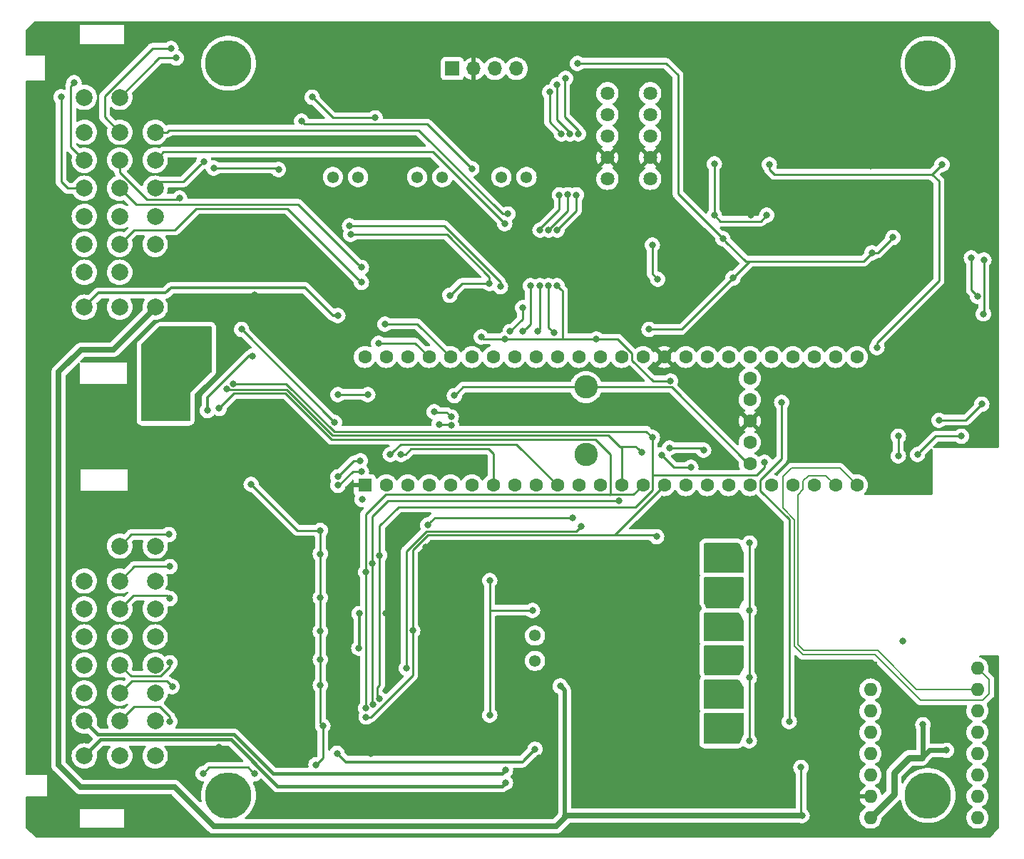
<source format=gbl>
G04 #@! TF.GenerationSoftware,KiCad,Pcbnew,7.0.5-0*
G04 #@! TF.CreationDate,2023-07-24T16:11:42+10:00*
G04 #@! TF.ProjectId,DropBear,44726f70-4265-4617-922e-6b696361645f,rev?*
G04 #@! TF.SameCoordinates,Original*
G04 #@! TF.FileFunction,Copper,L2,Bot*
G04 #@! TF.FilePolarity,Positive*
%FSLAX46Y46*%
G04 Gerber Fmt 4.6, Leading zero omitted, Abs format (unit mm)*
G04 Created by KiCad (PCBNEW 7.0.5-0) date 2023-07-24 16:11:42*
%MOMM*%
%LPD*%
G01*
G04 APERTURE LIST*
G04 Aperture macros list*
%AMRoundRect*
0 Rectangle with rounded corners*
0 $1 Rounding radius*
0 $2 $3 $4 $5 $6 $7 $8 $9 X,Y pos of 4 corners*
0 Add a 4 corners polygon primitive as box body*
4,1,4,$2,$3,$4,$5,$6,$7,$8,$9,$2,$3,0*
0 Add four circle primitives for the rounded corners*
1,1,$1+$1,$2,$3*
1,1,$1+$1,$4,$5*
1,1,$1+$1,$6,$7*
1,1,$1+$1,$8,$9*
0 Add four rect primitives between the rounded corners*
20,1,$1+$1,$2,$3,$4,$5,0*
20,1,$1+$1,$4,$5,$6,$7,0*
20,1,$1+$1,$6,$7,$8,$9,0*
20,1,$1+$1,$8,$9,$2,$3,0*%
G04 Aperture macros list end*
G04 #@! TA.AperFunction,ComponentPad*
%ADD10C,1.381000*%
G04 #@! TD*
G04 #@! TA.AperFunction,ComponentPad*
%ADD11C,0.500000*%
G04 #@! TD*
G04 #@! TA.AperFunction,SMDPad,CuDef*
%ADD12RoundRect,0.250000X-1.000000X1.000000X-1.000000X-1.000000X1.000000X-1.000000X1.000000X1.000000X0*%
G04 #@! TD*
G04 #@! TA.AperFunction,ComponentPad*
%ADD13C,1.635000*%
G04 #@! TD*
G04 #@! TA.AperFunction,ComponentPad*
%ADD14C,2.000000*%
G04 #@! TD*
G04 #@! TA.AperFunction,ComponentPad*
%ADD15R,1.600000X1.600000*%
G04 #@! TD*
G04 #@! TA.AperFunction,ComponentPad*
%ADD16O,1.600000X1.600000*%
G04 #@! TD*
G04 #@! TA.AperFunction,ComponentPad*
%ADD17C,5.500000*%
G04 #@! TD*
G04 #@! TA.AperFunction,ComponentPad*
%ADD18C,1.600000*%
G04 #@! TD*
G04 #@! TA.AperFunction,ComponentPad*
%ADD19C,2.775000*%
G04 #@! TD*
G04 #@! TA.AperFunction,ComponentPad*
%ADD20R,1.700000X1.700000*%
G04 #@! TD*
G04 #@! TA.AperFunction,ComponentPad*
%ADD21O,1.700000X1.700000*%
G04 #@! TD*
G04 #@! TA.AperFunction,ViaPad*
%ADD22C,0.800000*%
G04 #@! TD*
G04 #@! TA.AperFunction,Conductor*
%ADD23C,0.250000*%
G04 #@! TD*
G04 #@! TA.AperFunction,Conductor*
%ADD24C,0.700000*%
G04 #@! TD*
G04 #@! TA.AperFunction,Conductor*
%ADD25C,0.500000*%
G04 #@! TD*
G04 #@! TA.AperFunction,Conductor*
%ADD26C,0.350000*%
G04 #@! TD*
G04 #@! TA.AperFunction,Conductor*
%ADD27C,0.300000*%
G04 #@! TD*
G04 #@! TA.AperFunction,Conductor*
%ADD28C,0.400000*%
G04 #@! TD*
G04 #@! TA.AperFunction,Conductor*
%ADD29C,0.200000*%
G04 #@! TD*
G04 #@! TA.AperFunction,Conductor*
%ADD30C,0.800000*%
G04 #@! TD*
G04 #@! TA.AperFunction,Conductor*
%ADD31C,0.600000*%
G04 #@! TD*
G04 APERTURE END LIST*
D10*
X195500000Y-44000000D03*
X198500000Y-44000000D03*
D11*
X188500000Y-72000000D03*
X187500000Y-72000000D03*
X186500000Y-72000000D03*
X188500000Y-73000000D03*
X187500000Y-73000000D03*
D12*
X187500000Y-73000000D03*
D11*
X186500000Y-73000000D03*
X188500000Y-74000000D03*
X187500000Y-74000000D03*
X186500000Y-74000000D03*
D13*
X233172000Y-44196000D03*
X233172000Y-41656000D03*
X233172000Y-39116000D03*
X233172000Y-36576000D03*
X233172000Y-34036000D03*
X228092000Y-44196000D03*
X228092000Y-41656000D03*
X228092000Y-39116000D03*
X228092000Y-36576000D03*
X228092000Y-34036000D03*
D14*
X174396000Y-112805000D03*
X174396000Y-108655000D03*
X174396000Y-105325000D03*
X174396000Y-101995000D03*
X174396000Y-98665000D03*
X174396000Y-95335000D03*
X174396000Y-92005000D03*
X174396000Y-87855000D03*
X170196000Y-112805000D03*
X170196000Y-108655000D03*
X170196000Y-105325000D03*
X170196000Y-101995000D03*
X170196000Y-98665000D03*
X170196000Y-95335000D03*
X170196000Y-92005000D03*
X170196000Y-87855000D03*
X165996000Y-112805000D03*
X165996000Y-108655000D03*
X165996000Y-105325000D03*
X165996000Y-101995000D03*
X165996000Y-98665000D03*
X165996000Y-95335000D03*
X165996000Y-92005000D03*
X165996000Y-87855000D03*
X174396000Y-59465000D03*
X174396000Y-55315000D03*
X174396000Y-51985000D03*
X174396000Y-48655000D03*
X174396000Y-45325000D03*
X174396000Y-41995000D03*
X174396000Y-38665000D03*
X174396000Y-34515000D03*
X170196000Y-59465000D03*
X170196000Y-55315000D03*
X170196000Y-51985000D03*
X170196000Y-48655000D03*
X170196000Y-45325000D03*
X170196000Y-41995000D03*
X170196000Y-38665000D03*
X170196000Y-34515000D03*
X165996000Y-59465000D03*
X165996000Y-55315000D03*
X165996000Y-51985000D03*
X165996000Y-48655000D03*
X165996000Y-45325000D03*
X165996000Y-41995000D03*
X165996000Y-38665000D03*
X165996000Y-34515000D03*
D10*
X205500000Y-44000000D03*
X208500000Y-44000000D03*
D15*
X259334000Y-102362000D03*
D16*
X259334000Y-104902000D03*
X259334000Y-107442000D03*
X259334000Y-109982000D03*
X259334000Y-112522000D03*
X259334000Y-115062000D03*
X259334000Y-117602000D03*
X259334000Y-120142000D03*
X272034000Y-120142000D03*
X272034000Y-117602000D03*
X272034000Y-115062000D03*
X272034000Y-112522000D03*
X272034000Y-109982000D03*
X272034000Y-107442000D03*
X272034000Y-104902000D03*
X272034000Y-102362000D03*
D17*
X266160000Y-117500000D03*
X266160000Y-30500000D03*
X183102000Y-30480000D03*
X183102000Y-117500000D03*
D15*
X199290000Y-80620000D03*
D18*
X201830000Y-80620000D03*
X204370000Y-80620000D03*
X206910000Y-80620000D03*
X209450000Y-80620000D03*
X211990000Y-80620000D03*
X214530000Y-80620000D03*
X217070000Y-80620000D03*
X219610000Y-80620000D03*
X222150000Y-80620000D03*
X224690000Y-80620000D03*
X227230000Y-80620000D03*
X229770000Y-80620000D03*
X232310000Y-80620000D03*
X234850000Y-80620000D03*
X237390000Y-80620000D03*
X239930000Y-80620000D03*
X242470000Y-80620000D03*
X245010000Y-80620000D03*
X247550000Y-80620000D03*
X250090000Y-80620000D03*
X252630000Y-80620000D03*
X255170000Y-80620000D03*
X257710000Y-80620000D03*
X245010000Y-78080000D03*
X245010000Y-75540000D03*
X245010000Y-73000000D03*
X245010000Y-70460000D03*
X245010000Y-67920000D03*
X257710000Y-65380000D03*
X255170000Y-65380000D03*
X252630000Y-65380000D03*
X250090000Y-65380000D03*
X247550000Y-65380000D03*
X245010000Y-65380000D03*
X242470000Y-65380000D03*
X239930000Y-65380000D03*
X237390000Y-65380000D03*
X234850000Y-65380000D03*
X232310000Y-65380000D03*
X229770000Y-65380000D03*
X227230000Y-65380000D03*
X224690000Y-65380000D03*
X222150000Y-65380000D03*
X219610000Y-65380000D03*
X217070000Y-65380000D03*
X214530000Y-65380000D03*
X211990000Y-65380000D03*
X209450000Y-65380000D03*
X206910000Y-65380000D03*
X204370000Y-65380000D03*
X201830000Y-65380000D03*
X199290000Y-65380000D03*
D19*
X225552000Y-76962000D03*
X225552000Y-68962000D03*
D10*
X215500000Y-44000000D03*
X218500000Y-44000000D03*
X219500000Y-101500000D03*
X219500000Y-98500000D03*
D20*
X209677000Y-31115000D03*
D21*
X212217000Y-31115000D03*
X214757000Y-31115000D03*
X217297000Y-31115000D03*
D22*
X263144000Y-99187000D03*
X194310000Y-109220004D03*
X194000000Y-88784010D03*
X194000000Y-104394000D03*
X194000000Y-94000000D03*
X222500000Y-104500000D03*
X193499647Y-113859033D03*
X194000000Y-98000000D03*
X244944000Y-111000000D03*
X185801000Y-80518014D03*
X248793000Y-70773652D03*
X251206000Y-119888000D03*
X244944000Y-103500000D03*
X244944000Y-95500000D03*
X194000000Y-86000000D03*
X244983000Y-87503000D03*
X251079000Y-114173000D03*
X249682000Y-108712000D03*
X194000000Y-101346004D03*
X201803000Y-95885000D03*
X206500000Y-93603000D03*
X209500000Y-93603000D03*
X208026000Y-93599000D03*
X208026000Y-92202000D03*
X206500000Y-92206000D03*
X209500000Y-92206000D03*
X208026000Y-90805000D03*
X209500000Y-90809000D03*
X206500000Y-90809000D03*
X206500000Y-89412000D03*
X208026000Y-89408000D03*
X209500000Y-89412000D03*
X206500000Y-112018000D03*
X209500000Y-112018000D03*
X209500000Y-105018000D03*
X206500000Y-105018000D03*
X208026000Y-105029000D03*
X208026000Y-112014000D03*
X208026000Y-110617000D03*
X206500000Y-110621000D03*
X209500000Y-110621000D03*
X209500000Y-106430000D03*
X206500000Y-106430000D03*
X208026000Y-106426000D03*
X208026000Y-109220000D03*
X209500000Y-109224000D03*
X206500000Y-107827000D03*
X208026000Y-107823000D03*
X206500000Y-109224000D03*
X209500000Y-107827000D03*
X168402000Y-74295000D03*
X167386000Y-74295000D03*
X166370000Y-74295000D03*
X165354000Y-74295000D03*
X167386000Y-73152000D03*
X168402000Y-73152000D03*
X165354000Y-73152000D03*
X166370000Y-73152000D03*
X166370000Y-72009000D03*
X165354000Y-72009000D03*
X167386000Y-72009000D03*
X168402000Y-72009000D03*
X259334000Y-38481000D03*
X259334000Y-36957000D03*
X160782000Y-74295000D03*
X160782000Y-73152000D03*
X160782000Y-72009000D03*
X167386000Y-29718000D03*
X233172000Y-116713000D03*
X234315000Y-116713000D03*
X236601000Y-116713000D03*
X237744000Y-116713000D03*
X235458000Y-116713000D03*
X230124000Y-95504000D03*
X235966000Y-95250000D03*
X237490000Y-95250000D03*
X235966000Y-103378000D03*
X237363000Y-103378000D03*
X237744000Y-111379000D03*
X238760000Y-103378000D03*
X185674000Y-50038000D03*
X206500000Y-88000000D03*
X220000000Y-113000000D03*
X174000000Y-76500000D03*
X237744000Y-49530000D03*
X209500000Y-95000000D03*
X246000000Y-113000000D03*
X238760000Y-56134000D03*
X273000000Y-27000000D03*
X212090000Y-34290000D03*
X241554000Y-70231000D03*
X245110000Y-48514000D03*
X230500000Y-61000000D03*
X190754000Y-54864000D03*
X259500000Y-47000000D03*
X230251000Y-103378000D03*
X236728000Y-112776000D03*
X159893000Y-113919000D03*
X196000000Y-107500000D03*
X213106000Y-61468000D03*
X182547500Y-107998498D03*
X181991000Y-111760000D03*
X209500000Y-88000000D03*
X201000000Y-31500000D03*
X175000000Y-81492000D03*
X220000000Y-117000000D03*
X185039000Y-86868000D03*
X255000000Y-61000000D03*
X268224000Y-109728000D03*
X186182000Y-58039000D03*
X159893000Y-112522000D03*
X260000000Y-26500000D03*
X213360000Y-77597000D03*
X165354000Y-62230000D03*
X213360000Y-78867000D03*
X208602160Y-55948160D03*
X210820000Y-64262000D03*
X193040000Y-33020000D03*
X181864000Y-98044002D03*
X237998000Y-29718000D03*
X218567000Y-52832000D03*
X225000000Y-96000000D03*
X230632000Y-36576000D03*
X242062000Y-53086000D03*
X269748000Y-61468000D03*
X177546000Y-51054000D03*
X186690000Y-119634000D03*
X216789000Y-70485000D03*
X219075000Y-72771000D03*
X208518670Y-59195044D03*
X191770000Y-54864000D03*
X180340000Y-45720000D03*
X179070000Y-49530000D03*
X234950000Y-71247000D03*
X168402000Y-62230000D03*
X203708000Y-85344000D03*
X247650000Y-84582000D03*
X219075000Y-70485000D03*
X229870000Y-52832000D03*
X183388000Y-77724000D03*
X262000000Y-38500000D03*
X230886000Y-116713000D03*
X185420000Y-45720000D03*
X250000000Y-51500000D03*
X160782000Y-75438000D03*
X208026000Y-94996000D03*
X167386000Y-75438000D03*
X267462000Y-71628000D03*
X235839000Y-111379000D03*
X230378000Y-67818000D03*
X238887000Y-95250000D03*
X254500000Y-34000000D03*
X268097000Y-107442000D03*
X198120000Y-85471000D03*
X195961000Y-71501000D03*
X261493000Y-104775000D03*
X185674000Y-53848000D03*
X191770000Y-62992000D03*
X181991000Y-100711000D03*
X196000000Y-90500000D03*
X273812000Y-70104000D03*
X159893000Y-109474000D03*
X188468000Y-119634000D03*
X250698000Y-67945000D03*
X226060000Y-87884000D03*
X192278000Y-77470000D03*
X193040000Y-29972000D03*
X190246000Y-61976000D03*
X179070000Y-116713000D03*
X177000000Y-81492000D03*
X238633000Y-87630000D03*
X198000000Y-34500000D03*
X269240000Y-50546000D03*
X241046000Y-77470000D03*
X202057000Y-44196000D03*
X241554000Y-73025000D03*
X231648000Y-49530000D03*
X204978000Y-31496000D03*
X206500000Y-95000000D03*
X187706000Y-30480000D03*
X259334000Y-44958000D03*
X229616000Y-55499000D03*
X200000000Y-112500000D03*
X200025000Y-68199000D03*
X236474000Y-74549000D03*
X187198000Y-80264000D03*
X180500000Y-76500000D03*
X267462000Y-63246000D03*
X243840000Y-51054000D03*
X260000000Y-55500000D03*
X249428000Y-45720000D03*
X229362000Y-67818000D03*
X218500000Y-91500000D03*
X168402000Y-75438000D03*
X179197000Y-30988000D03*
X190754000Y-53848000D03*
X230251000Y-105537000D03*
X208026000Y-88011000D03*
X266700000Y-59944000D03*
X240284000Y-38354000D03*
X216789000Y-72771000D03*
X166370000Y-62230000D03*
X263144000Y-49784000D03*
X232029000Y-116713000D03*
X220218000Y-87884000D03*
X167386000Y-62230000D03*
X230251000Y-72644000D03*
X181737000Y-105664000D03*
X237617000Y-39243000D03*
X248500000Y-35500000D03*
X221361000Y-31750000D03*
X184000000Y-35500000D03*
X273000000Y-33000000D03*
X259842000Y-74168000D03*
X191770000Y-43688000D03*
X203327000Y-72898000D03*
X259334000Y-42672000D03*
X263525000Y-63246000D03*
X231267000Y-72644000D03*
X165354000Y-75438000D03*
X230632000Y-31496000D03*
X212500000Y-102000000D03*
X237490000Y-67818000D03*
X256500000Y-40500000D03*
X188500000Y-63000000D03*
X181864000Y-89535000D03*
X248412000Y-87884000D03*
X178308000Y-27178000D03*
X249500000Y-42500000D03*
X218000000Y-107000000D03*
X236220000Y-87630000D03*
X229235000Y-72644000D03*
X182626000Y-65278000D03*
X269748000Y-55118000D03*
X228346000Y-67818000D03*
X221500000Y-43500000D03*
X159893000Y-110998000D03*
X166370000Y-75438000D03*
X181864000Y-93599000D03*
X176148957Y-108722618D03*
X198628000Y-95885000D03*
X196000000Y-112500000D03*
X198581021Y-99995979D03*
X219500000Y-112000000D03*
X176149000Y-94100000D03*
X225000000Y-85500000D03*
X204216000Y-102362000D03*
X201056461Y-88962279D03*
X201000000Y-106000000D03*
X183666545Y-68547979D03*
X270129000Y-74803000D03*
X246761000Y-77887990D03*
X233435001Y-74935001D03*
X264922000Y-76962000D03*
X182880000Y-69215000D03*
X234520865Y-77020865D03*
X200292885Y-106707115D03*
X238000000Y-78500000D03*
X200152000Y-89916000D03*
X229497679Y-82470001D03*
X232151340Y-76703340D03*
X199390000Y-90932000D03*
X272542000Y-70992996D03*
X272737153Y-60266153D03*
X199393365Y-107144678D03*
X182000000Y-71500000D03*
X272796000Y-53848000D03*
X267462000Y-72898000D03*
X218021010Y-59525010D03*
X216535000Y-62357000D03*
X272034000Y-58166000D03*
X262636000Y-77125990D03*
X262001000Y-51181002D03*
X259500000Y-53000000D03*
X181356000Y-42926000D03*
X233934000Y-86725000D03*
X204978000Y-97905990D03*
X199439310Y-108172909D03*
X189049265Y-43106735D03*
X243000000Y-56000000D03*
X233045000Y-62103000D03*
X241807992Y-51308000D03*
X262636000Y-74803000D03*
X271309000Y-53594000D03*
X224536000Y-30480000D03*
X206756000Y-85344000D03*
X224000000Y-84500000D03*
X186182000Y-114935000D03*
X180086000Y-114898000D03*
X176149000Y-101727000D03*
X176437904Y-104555904D03*
X176022000Y-86487000D03*
X176149000Y-90297000D03*
X240792000Y-48514000D03*
X240792000Y-42418000D03*
X260096000Y-64262000D03*
X247324979Y-42500000D03*
X267824970Y-42500000D03*
X247015000Y-48514000D03*
X176911000Y-29845000D03*
X164762660Y-32762660D03*
X163225010Y-34482102D03*
X193040000Y-34500000D03*
X200534144Y-36948824D03*
X196088000Y-69850000D03*
X199644000Y-69850000D03*
X185928000Y-65278000D03*
X214122000Y-91948000D03*
X214122000Y-107950000D03*
X223133642Y-32252642D03*
X198984998Y-82332990D03*
X226785010Y-63252661D03*
X224647003Y-38862000D03*
X213106000Y-62992000D03*
X215900000Y-63246000D03*
X222123002Y-56896000D03*
X224409000Y-46125086D03*
X235596560Y-68236990D03*
X222119650Y-50304650D03*
X180594000Y-71755000D03*
X219202000Y-95504000D03*
X176276000Y-28702000D03*
X196088000Y-60452000D03*
X240538000Y-98298000D03*
X241427000Y-98679000D03*
X241427000Y-96393000D03*
X240538000Y-97028000D03*
X240665000Y-110744000D03*
X240665000Y-108204000D03*
X240665000Y-109474000D03*
X242570000Y-110744000D03*
X216000000Y-116000000D03*
X240538000Y-106553000D03*
X240284000Y-104267000D03*
X241300000Y-104267000D03*
X241300000Y-105664000D03*
X216000000Y-114500000D03*
X198882000Y-56515000D03*
X198882000Y-54737000D03*
X222631000Y-38862000D03*
X220090996Y-50292000D03*
X209550000Y-72517000D03*
X219837000Y-62357000D03*
X222393279Y-46125084D03*
X207518000Y-71882000D03*
X221234000Y-33909000D03*
X220091000Y-56896000D03*
X223393000Y-46101000D03*
X209574076Y-73516722D03*
X222123000Y-33020000D03*
X221107000Y-50291994D03*
X208116001Y-73370081D03*
X221742000Y-62521000D03*
X221107000Y-56896000D03*
X223647000Y-38862000D03*
X233426000Y-52070000D03*
X216281000Y-48387000D03*
X234061000Y-56134000D03*
X215900000Y-49529992D03*
X241427000Y-90551000D03*
X240538000Y-88646000D03*
X241427000Y-88011000D03*
X240538000Y-89916000D03*
X240538000Y-101981000D03*
X241554000Y-100838000D03*
X241554000Y-101981000D03*
X240538000Y-100838000D03*
X191770000Y-37338000D03*
X212000000Y-43000000D03*
X241427000Y-92202000D03*
X240538000Y-93980000D03*
X241427000Y-94742000D03*
X240538000Y-92710000D03*
X202311000Y-76962000D03*
X235458000Y-76200000D03*
X239522000Y-76454000D03*
X209394544Y-58053284D03*
X214085010Y-56642000D03*
X218059000Y-62357000D03*
X218953249Y-56890749D03*
X197612000Y-50800000D03*
X203581000Y-76962000D03*
X200914000Y-63754000D03*
X201676000Y-61468000D03*
X177292000Y-46482000D03*
X180179660Y-42127010D03*
X174752000Y-62992000D03*
X174752000Y-67818000D03*
X173482000Y-67818000D03*
X178181000Y-64262000D03*
X177038000Y-64262000D03*
X175895000Y-66548000D03*
X178181000Y-67818000D03*
X177038000Y-67818000D03*
X175895000Y-67818000D03*
X174752000Y-70739000D03*
X177038000Y-62992000D03*
X175895000Y-70739000D03*
X178181000Y-62992000D03*
X177038000Y-66548000D03*
X178181000Y-66548000D03*
X175895000Y-62992000D03*
X175895000Y-64262000D03*
X268351000Y-112141000D03*
X265557000Y-109093000D03*
X184658000Y-62103000D03*
X195707000Y-73152000D03*
X196088000Y-80645000D03*
X198882000Y-78994000D03*
X196088000Y-79629000D03*
X198775000Y-77724000D03*
X209931000Y-69977000D03*
X215392000Y-57023000D03*
X197485000Y-49784000D03*
D23*
X249682000Y-85090000D02*
X249682000Y-84707000D01*
X186200999Y-80918013D02*
X185801000Y-80518014D01*
X246253000Y-81278000D02*
X246253000Y-80010000D01*
X251079000Y-119761000D02*
X251079000Y-114173000D01*
X244944000Y-95500000D02*
X244944000Y-87503000D01*
D24*
X176698000Y-116500000D02*
X181356000Y-121158000D01*
X174396000Y-59538000D02*
X169434000Y-64500000D01*
D23*
X249682000Y-84707000D02*
X246253000Y-81278000D01*
D24*
X181356000Y-121158000D02*
X221996000Y-121158000D01*
D23*
X194310000Y-113048680D02*
X194310000Y-109785689D01*
X248793000Y-77470000D02*
X248793000Y-70773652D01*
X194000000Y-98000000D02*
X194000000Y-101346004D01*
D24*
X174396000Y-59465000D02*
X174396000Y-59538000D01*
X165522000Y-116500000D02*
X176698000Y-116500000D01*
D23*
X249682000Y-84836000D02*
X249682000Y-108712000D01*
D24*
X162941000Y-67183000D02*
X162941000Y-113919000D01*
D23*
X244944000Y-103500000D02*
X244944000Y-95500000D01*
D24*
X165624000Y-64500000D02*
X162941000Y-67183000D01*
D23*
X194000000Y-101346004D02*
X194000000Y-104394000D01*
X244944000Y-111000000D02*
X244944000Y-103500000D01*
X194000000Y-108910004D02*
X194310000Y-109220004D01*
D24*
X223000000Y-120000000D02*
X223112000Y-119888000D01*
D23*
X246253000Y-80010000D02*
X248793000Y-77470000D01*
X193499647Y-113859033D02*
X194310000Y-113048680D01*
X194000000Y-86000000D02*
X191282986Y-86000000D01*
X251206000Y-119888000D02*
X251079000Y-119761000D01*
D24*
X223000000Y-120154000D02*
X223000000Y-120000000D01*
X221996000Y-121158000D02*
X223000000Y-120154000D01*
D23*
X191282986Y-86000000D02*
X186200999Y-80918013D01*
D25*
X223000000Y-120000000D02*
X223000000Y-105000000D01*
D23*
X194000000Y-94000000D02*
X194000000Y-98000000D01*
X194310000Y-109785689D02*
X194310000Y-109220004D01*
X194000000Y-86000000D02*
X194000000Y-88784010D01*
D24*
X169434000Y-64500000D02*
X165624000Y-64500000D01*
D25*
X223000000Y-105000000D02*
X222500000Y-104500000D01*
D23*
X194000000Y-104394000D02*
X194000000Y-108910004D01*
D24*
X162941000Y-113919000D02*
X165522000Y-116500000D01*
X250640315Y-119888000D02*
X251206000Y-119888000D01*
X223112000Y-119888000D02*
X250640315Y-119888000D01*
D23*
X194000000Y-94000000D02*
X194000000Y-88784010D01*
X184000000Y-73000000D02*
X180500000Y-76500000D01*
X187500000Y-73000000D02*
X184000000Y-73000000D01*
X174926024Y-106934000D02*
X176148957Y-108156933D01*
X176148957Y-108156933D02*
X176148957Y-108722618D01*
X171917000Y-106934000D02*
X174926024Y-106934000D01*
X170196000Y-108655000D02*
X171917000Y-106934000D01*
D26*
X197000000Y-113500000D02*
X218000000Y-113500000D01*
X218000000Y-113500000D02*
X219500000Y-112000000D01*
X198628000Y-99949000D02*
X198581021Y-99995979D01*
X196000000Y-112500000D02*
X197000000Y-113500000D01*
X198628000Y-95885000D02*
X198628000Y-99949000D01*
D23*
X175749001Y-93700001D02*
X171830999Y-93700001D01*
X176149000Y-94100000D02*
X175749001Y-93700001D01*
X171195999Y-94335001D02*
X170196000Y-95335000D01*
X171830999Y-93700001D02*
X171195999Y-94335001D01*
X206596002Y-86069002D02*
X204216000Y-88449004D01*
X204216000Y-101796315D02*
X204216000Y-102362000D01*
X204216000Y-88449004D02*
X204216000Y-101796315D01*
X225000000Y-85500000D02*
X224430998Y-86069002D01*
X224430998Y-86069002D02*
X206596002Y-86069002D01*
X233435001Y-74935001D02*
X233435001Y-74935001D01*
X209937811Y-74225989D02*
X209922077Y-74241723D01*
X232725989Y-74225989D02*
X209937811Y-74225989D01*
X184232230Y-68547979D02*
X183666545Y-68547979D01*
X233435001Y-74935001D02*
X233435001Y-79435001D01*
X209922077Y-74241723D02*
X195656543Y-74241723D01*
X200767839Y-104654545D02*
X201056461Y-104365923D01*
X267081000Y-74803000D02*
X265321999Y-76562001D01*
X200767839Y-105767839D02*
X200767839Y-104654545D01*
X201056461Y-85443539D02*
X201056461Y-88396594D01*
X233435001Y-79435001D02*
X233435001Y-81160001D01*
X231399991Y-83195011D02*
X203304989Y-83195011D01*
X233435001Y-74935001D02*
X232725989Y-74225989D01*
X201056461Y-89527964D02*
X201056461Y-88962279D01*
X270129000Y-74803000D02*
X267081000Y-74803000D01*
X201056461Y-88396594D02*
X201056461Y-88962279D01*
X233435001Y-81160001D02*
X231399991Y-83195011D01*
X201056461Y-104365923D02*
X201056461Y-89527964D01*
X189962799Y-68547979D02*
X184232230Y-68547979D01*
X245779674Y-79435001D02*
X246761000Y-78453675D01*
X265321999Y-76562001D02*
X264922000Y-76962000D01*
X195656543Y-74241723D02*
X189962799Y-68547979D01*
X203304989Y-83195011D02*
X201056461Y-85443539D01*
X246761000Y-78453675D02*
X246761000Y-77887990D01*
X233435001Y-79435001D02*
X245779674Y-79435001D01*
X201000000Y-106000000D02*
X200767839Y-105767839D01*
X229497679Y-82470001D02*
X202029999Y-82470001D01*
X210124211Y-74676000D02*
X210108477Y-74691734D01*
X229562000Y-76000000D02*
X228238000Y-74676000D01*
X195470144Y-74691734D02*
X190051399Y-69272989D01*
X238000000Y-78500000D02*
X236000000Y-78500000D01*
X200152000Y-84348000D02*
X200152000Y-89350315D01*
X236000000Y-78500000D02*
X234920864Y-77420864D01*
X202029999Y-82470001D02*
X200152000Y-84348000D01*
X200292885Y-106707115D02*
X200152000Y-106566230D01*
X231448000Y-76000000D02*
X231751341Y-76303341D01*
X234920864Y-77420864D02*
X234520865Y-77020865D01*
X200152000Y-89350315D02*
X200152000Y-89916000D01*
X210108477Y-74691734D02*
X195470144Y-74691734D01*
X229770000Y-80620000D02*
X229770000Y-76208000D01*
X229770000Y-76208000D02*
X229562000Y-76000000D01*
X200152000Y-106566230D02*
X200152000Y-90481685D01*
X231751341Y-76303341D02*
X232151340Y-76703340D01*
X190051399Y-69272989D02*
X182937989Y-69272989D01*
X229562000Y-76000000D02*
X231448000Y-76000000D01*
X200152000Y-90481685D02*
X200152000Y-89916000D01*
X182937989Y-69272989D02*
X182880000Y-69215000D01*
X228238000Y-74676000D02*
X210124211Y-74676000D01*
X199390000Y-84110000D02*
X199390000Y-90366315D01*
X231184999Y-81745001D02*
X201754999Y-81745001D01*
X195326000Y-75184000D02*
X226695000Y-75184000D01*
X189865000Y-69723000D02*
X195326000Y-75184000D01*
X199393365Y-90935365D02*
X199390000Y-90932000D01*
X199390000Y-90366315D02*
X199390000Y-90932000D01*
X228473000Y-76962000D02*
X228473000Y-81661000D01*
X272737153Y-60266153D02*
X272796000Y-60207306D01*
X270636996Y-72898000D02*
X272142001Y-71392995D01*
X272796000Y-60207306D02*
X272796000Y-54413685D01*
X267462000Y-72898000D02*
X270636996Y-72898000D01*
X183777000Y-69723000D02*
X189865000Y-69723000D01*
X272142001Y-71392995D02*
X272542000Y-70992996D01*
X182000000Y-71500000D02*
X183777000Y-69723000D01*
X232310000Y-80620000D02*
X231184999Y-81745001D01*
X272796000Y-54413685D02*
X272796000Y-53848000D01*
X226695000Y-75184000D02*
X228473000Y-76962000D01*
X228473000Y-81661000D02*
X228346000Y-81788000D01*
X201754999Y-81745001D02*
X199390000Y-84110000D01*
X199393365Y-107144678D02*
X199393365Y-90935365D01*
X262636000Y-74803000D02*
X262636000Y-77125990D01*
X188868530Y-42926000D02*
X189049265Y-43106735D01*
X244499992Y-54000000D02*
X242207991Y-51707999D01*
X204978000Y-88323415D02*
X204978000Y-97340305D01*
X181356000Y-42926000D02*
X188868530Y-42926000D01*
X204978000Y-103199904D02*
X204978000Y-98471675D01*
X228950987Y-86519013D02*
X206782402Y-86519013D01*
X204978000Y-98471675D02*
X204978000Y-97905990D01*
X218021010Y-60870990D02*
X218021010Y-59525010D01*
X236897000Y-62103000D02*
X233045000Y-62103000D01*
X224536000Y-30480000D02*
X235077000Y-30480000D01*
X242207991Y-51707999D02*
X241807992Y-51308000D01*
X228950987Y-86519013D02*
X233728013Y-86519013D01*
X245000000Y-54000000D02*
X258500000Y-54000000D01*
X243000000Y-56000000D02*
X236897000Y-62103000D01*
X259500000Y-53000000D02*
X260182002Y-53000000D01*
X235077000Y-30480000D02*
X236474000Y-31877000D01*
X236474000Y-31877000D02*
X236474000Y-45974008D01*
X245000000Y-54000000D02*
X244499992Y-54000000D01*
X241407993Y-50908001D02*
X241807992Y-51308000D01*
X243000000Y-56000000D02*
X245000000Y-54000000D01*
X206782402Y-86519013D02*
X204978000Y-88323415D01*
X258500000Y-54000000D02*
X259500000Y-53000000D01*
X236474000Y-45974008D02*
X241407993Y-50908001D01*
X234850000Y-80620000D02*
X228950987Y-86519013D01*
X199439310Y-108172909D02*
X200004995Y-108172909D01*
X200004995Y-108172909D02*
X204978000Y-103199904D01*
X233728013Y-86519013D02*
X233934000Y-86725000D01*
X260182002Y-53000000D02*
X261601001Y-51581001D01*
X216535000Y-62357000D02*
X218021010Y-60870990D01*
X272034000Y-58166000D02*
X271309000Y-57441000D01*
X271309000Y-57441000D02*
X271309000Y-53594000D01*
X204978000Y-97340305D02*
X204978000Y-97905990D01*
X261601001Y-51581001D02*
X262001000Y-51181002D01*
X207600000Y-84500000D02*
X207155999Y-84944001D01*
X207155999Y-84944001D02*
X206756000Y-85344000D01*
X224000000Y-84500000D02*
X207600000Y-84500000D01*
X171521001Y-103320001D02*
X175032001Y-103320001D01*
X185420000Y-114173000D02*
X185782001Y-114535001D01*
X185782001Y-114535001D02*
X186182000Y-114935000D01*
X180811000Y-114173000D02*
X185420000Y-114173000D01*
X176149000Y-102203002D02*
X176149000Y-101727000D01*
X180086000Y-114898000D02*
X180811000Y-114173000D01*
X175032001Y-103320001D02*
X176149000Y-102203002D01*
X170196000Y-101995000D02*
X171521001Y-103320001D01*
X176037905Y-104155905D02*
X176437904Y-104555904D01*
X171635000Y-103886000D02*
X175768000Y-103886000D01*
X170196000Y-105325000D02*
X171635000Y-103886000D01*
X175768000Y-103886000D02*
X176037905Y-104155905D01*
X176022000Y-86487000D02*
X171564000Y-86487000D01*
X171564000Y-86487000D02*
X170196000Y-87855000D01*
X171904000Y-90297000D02*
X170196000Y-92005000D01*
X176149000Y-90297000D02*
X171904000Y-90297000D01*
X266649949Y-43675021D02*
X267424971Y-42899999D01*
X246289999Y-49239001D02*
X247015000Y-48514000D01*
X240792000Y-48514000D02*
X241517001Y-49239001D01*
X247324979Y-43065685D02*
X247934315Y-43675021D01*
X267462000Y-44487072D02*
X267462000Y-56330315D01*
X260096000Y-63696315D02*
X260096000Y-64262000D01*
X266649949Y-43675021D02*
X267462000Y-44487072D01*
X267462000Y-56330315D02*
X260096000Y-63696315D01*
X247242979Y-42418000D02*
X247324979Y-42500000D01*
X267424971Y-42899999D02*
X267824970Y-42500000D01*
X247324979Y-42500000D02*
X247324979Y-43065685D01*
X240792000Y-48514000D02*
X240792000Y-42418000D01*
X247934315Y-43675021D02*
X266649949Y-43675021D01*
X241517001Y-49239001D02*
X246289999Y-49239001D01*
X170196000Y-34515000D02*
X174866000Y-29845000D01*
X174866000Y-29845000D02*
X176345315Y-29845000D01*
X176345315Y-29845000D02*
X176911000Y-29845000D01*
X164362661Y-33162659D02*
X164762660Y-32762660D01*
X165996000Y-41995000D02*
X164362661Y-40361661D01*
X164362661Y-40361661D02*
X164362661Y-33162659D01*
X165996000Y-45325000D02*
X163990000Y-45325000D01*
X163990000Y-45325000D02*
X163225010Y-44560010D01*
X163225010Y-44560010D02*
X163225010Y-35047787D01*
X163225010Y-35047787D02*
X163225010Y-34482102D01*
X195488824Y-36948824D02*
X199968459Y-36948824D01*
X199968459Y-36948824D02*
X200534144Y-36948824D01*
X193040000Y-34500000D02*
X195488824Y-36948824D01*
X199644000Y-69850000D02*
X196088000Y-69850000D01*
X231013000Y-65748002D02*
X233501988Y-68236990D01*
X215900000Y-63246000D02*
X222758000Y-63246000D01*
D27*
X185547000Y-65278000D02*
X185928000Y-65278000D01*
X180594000Y-71755000D02*
X180594000Y-70231000D01*
D23*
X222523001Y-57295999D02*
X222123002Y-56896000D01*
X231013000Y-64957998D02*
X231013000Y-65748002D01*
X222119650Y-50304650D02*
X224409000Y-48015300D01*
X223012000Y-36830000D02*
X223012000Y-32374284D01*
X229307663Y-63252661D02*
X231013000Y-64957998D01*
X233501988Y-68236990D02*
X235030875Y-68236990D01*
X214122000Y-91948000D02*
X214122000Y-95504000D01*
X222758000Y-63246000D02*
X222758000Y-57530998D01*
X219202000Y-95504000D02*
X214122000Y-95504000D01*
X214122000Y-95504000D02*
X214122000Y-107950000D01*
X224409000Y-48015300D02*
X224409000Y-46125086D01*
D27*
X180594000Y-70231000D02*
X185547000Y-65278000D01*
D23*
X226778349Y-63246000D02*
X226785010Y-63252661D01*
X222758000Y-57530998D02*
X222523001Y-57295999D01*
X222758000Y-63246000D02*
X226778349Y-63246000D01*
X213360000Y-63246000D02*
X213106000Y-62992000D01*
X223012000Y-32374284D02*
X223133642Y-32252642D01*
X224647003Y-38465003D02*
X223012000Y-36830000D01*
X226785010Y-63252661D02*
X229307663Y-63252661D01*
X235030875Y-68236990D02*
X235596560Y-68236990D01*
X226219325Y-63252661D02*
X226785010Y-63252661D01*
X224647003Y-38862000D02*
X224647003Y-38465003D01*
X215900000Y-63246000D02*
X213360000Y-63246000D01*
X170196000Y-38665000D02*
X168402000Y-36871000D01*
X174059315Y-28702000D02*
X175710315Y-28702000D01*
X175710315Y-28702000D02*
X176276000Y-28702000D01*
X168402000Y-34359315D02*
X174059315Y-28702000D01*
X168402000Y-36871000D02*
X168402000Y-34359315D01*
D27*
X165996000Y-59465000D02*
X167676000Y-57785000D01*
X167676000Y-57785000D02*
X175641000Y-57785000D01*
X195522315Y-60452000D02*
X196088000Y-60452000D01*
X176276000Y-57150000D02*
X192220315Y-57150000D01*
X192220315Y-57150000D02*
X195522315Y-60452000D01*
X175641000Y-57785000D02*
X176276000Y-57150000D01*
D28*
X215575989Y-116424011D02*
X188941011Y-116424011D01*
X183388000Y-110871000D02*
X167930000Y-110871000D01*
X167930000Y-110871000D02*
X166995999Y-111805001D01*
X188941011Y-116424011D02*
X183388000Y-110871000D01*
X166995999Y-111805001D02*
X165996000Y-112805000D01*
X216000000Y-116000000D02*
X215575989Y-116424011D01*
X215600001Y-114899999D02*
X188399999Y-114899999D01*
X188399999Y-114899999D02*
X183770989Y-110270989D01*
X183770989Y-110270989D02*
X167611989Y-110270989D01*
X216000000Y-114500000D02*
X215600001Y-114899999D01*
X167611989Y-110270989D02*
X166995999Y-109654999D01*
X166995999Y-109654999D02*
X165996000Y-108655000D01*
D23*
X170196000Y-51985000D02*
X171889000Y-50292000D01*
X198482001Y-56115001D02*
X198882000Y-56515000D01*
X171889000Y-50292000D02*
X176734002Y-50292000D01*
X179274002Y-47752000D02*
X190119000Y-47752000D01*
X176734002Y-50292000D02*
X179274002Y-47752000D01*
X190119000Y-47752000D02*
X198482001Y-56115001D01*
X198482001Y-54337001D02*
X198882000Y-54737000D01*
X191389000Y-47244000D02*
X198482001Y-54337001D01*
X172115000Y-47244000D02*
X191389000Y-47244000D01*
X170196000Y-45325000D02*
X172115000Y-47244000D01*
X209150001Y-72117001D02*
X209550000Y-72517000D01*
X221234000Y-37465000D02*
X221234000Y-33909000D01*
X220091000Y-56896000D02*
X220091000Y-62103000D01*
X222631000Y-38862000D02*
X221234000Y-37465000D01*
X220091000Y-62103000D02*
X219837000Y-62357000D01*
X222393279Y-46125084D02*
X222393279Y-47862721D01*
X209042000Y-72009000D02*
X209150001Y-72117001D01*
X207645000Y-72009000D02*
X209042000Y-72009000D01*
X222393279Y-47862721D02*
X220090996Y-50165004D01*
X207518000Y-71882000D02*
X207645000Y-72009000D01*
X220090996Y-50165004D02*
X220090996Y-50292000D01*
X209427435Y-73370081D02*
X209574076Y-73516722D01*
X223393000Y-46101000D02*
X223393000Y-48005994D01*
X221107000Y-57461685D02*
X221107000Y-56896000D01*
X223393000Y-48005994D02*
X221506999Y-49891995D01*
X221742000Y-62521000D02*
X221107000Y-61886000D01*
X222123000Y-37211000D02*
X223647000Y-38735000D01*
X221506999Y-49891995D02*
X221107000Y-50291994D01*
X222123000Y-33020000D02*
X222123000Y-37211000D01*
X221107000Y-61886000D02*
X221107000Y-57461685D01*
X223647000Y-38735000D02*
X223647000Y-38862000D01*
X208116001Y-73370081D02*
X209427435Y-73370081D01*
X205672400Y-38411989D02*
X176063224Y-38411989D01*
X215647411Y-48387000D02*
X216281000Y-48387000D01*
X233426000Y-52635685D02*
X233426000Y-52070000D01*
X233426000Y-55499000D02*
X233426000Y-52635685D01*
X176063224Y-38411989D02*
X175810213Y-38665000D01*
X215647411Y-48387000D02*
X205672400Y-38411989D01*
X175810213Y-38665000D02*
X174396000Y-38665000D01*
X234061000Y-56134000D02*
X233426000Y-55499000D01*
X174396000Y-41995000D02*
X175395999Y-40995001D01*
X207365009Y-40995001D02*
X215500001Y-49129993D01*
X175395999Y-40995001D02*
X207365009Y-40995001D01*
X215500001Y-49129993D02*
X215900000Y-49529992D01*
X192151000Y-37719000D02*
X191770000Y-37338000D01*
X206719000Y-37719000D02*
X212000000Y-43000000D01*
X206681003Y-37719000D02*
X192151000Y-37719000D01*
D29*
X251333000Y-80137000D02*
X251333000Y-81153000D01*
X250698000Y-81788000D02*
X250698000Y-99568000D01*
X251333000Y-81153000D02*
X250698000Y-81788000D01*
X250698000Y-99568000D02*
X251402011Y-100272011D01*
X251975001Y-79494999D02*
X251333000Y-80137000D01*
X254044999Y-79494999D02*
X251975001Y-79494999D01*
X260165011Y-100272011D02*
X264795000Y-104902000D01*
X255170000Y-80620000D02*
X254044999Y-79494999D01*
X255280000Y-80620000D02*
X255170000Y-80620000D01*
X264795000Y-104902000D02*
X272034000Y-104902000D01*
X251402011Y-100272011D02*
X260165011Y-100272011D01*
X272669000Y-106172000D02*
X265301588Y-106172000D01*
X250297989Y-84721935D02*
X250297989Y-99733689D01*
X273431000Y-105410000D02*
X272669000Y-106172000D01*
X248920000Y-83343946D02*
X250297989Y-84721935D01*
X263968794Y-104839206D02*
X264031589Y-104902000D01*
X272034000Y-102362000D02*
X273431000Y-103759000D01*
X257710000Y-80620000D02*
X255703000Y-78613000D01*
X273431000Y-103759000D02*
X273431000Y-105410000D01*
X259851611Y-100722022D02*
X263968794Y-104839206D01*
X248920000Y-79629000D02*
X248920000Y-83343946D01*
X249936000Y-78613000D02*
X248920000Y-79629000D01*
X255703000Y-78613000D02*
X249936000Y-78613000D01*
X250297989Y-99733689D02*
X251286322Y-100722022D01*
X265301588Y-106172000D02*
X263968794Y-104839206D01*
X251286322Y-100722022D02*
X259851611Y-100722022D01*
D23*
X217279989Y-75749989D02*
X203523011Y-75749989D01*
X202710999Y-76562001D02*
X202311000Y-76962000D01*
X203523011Y-75749989D02*
X202710999Y-76562001D01*
X222150000Y-80620000D02*
X217279989Y-75749989D01*
X239268000Y-76200000D02*
X239522000Y-76454000D01*
X235458000Y-76200000D02*
X239268000Y-76200000D01*
X209042000Y-50800000D02*
X197612000Y-50800000D01*
X209394544Y-58053284D02*
X210805828Y-56642000D01*
X218953249Y-56890749D02*
X218953249Y-61462751D01*
X213519325Y-56642000D02*
X214085010Y-56642000D01*
X214085010Y-56642000D02*
X214085010Y-55843010D01*
X210805828Y-56642000D02*
X213519325Y-56642000D01*
X214085010Y-55843010D02*
X209042000Y-50800000D01*
X218953249Y-61462751D02*
X218458999Y-61957001D01*
X218458999Y-61957001D02*
X218059000Y-62357000D01*
X204146685Y-76962000D02*
X203581000Y-76962000D01*
X204781685Y-76327000D02*
X204146685Y-76962000D01*
X213995000Y-76327000D02*
X204781685Y-76327000D01*
X214530000Y-80620000D02*
X214530000Y-76862000D01*
X214530000Y-76862000D02*
X213995000Y-76327000D01*
X206910000Y-65380000D02*
X205284000Y-63754000D01*
X205284000Y-63754000D02*
X200914000Y-63754000D01*
X205538000Y-61468000D02*
X201676000Y-61468000D01*
X209450000Y-65380000D02*
X205538000Y-61468000D01*
X170196000Y-41995000D02*
X170196000Y-43409213D01*
X173436788Y-46650001D02*
X177123999Y-46650001D01*
X177123999Y-46650001D02*
X177292000Y-46482000D01*
X170196000Y-43409213D02*
X173436788Y-46650001D01*
X179779661Y-42527009D02*
X180179660Y-42127010D01*
X174396000Y-44563000D02*
X177743670Y-44563000D01*
X177743670Y-44563000D02*
X179779661Y-42527009D01*
D30*
X263906000Y-113030000D02*
X262128000Y-114808000D01*
X262128000Y-117348000D02*
X259334000Y-120142000D01*
X259334000Y-120142000D02*
X259334000Y-119888000D01*
D31*
X265430000Y-113030000D02*
X265557000Y-112903000D01*
X267785315Y-112141000D02*
X268351000Y-112141000D01*
D30*
X262128000Y-114808000D02*
X262128000Y-117348000D01*
X265430000Y-113030000D02*
X263906000Y-113030000D01*
D31*
X265557000Y-112903000D02*
X265557000Y-109658685D01*
X266319000Y-112141000D02*
X267785315Y-112141000D01*
X265557000Y-109658685D02*
X265557000Y-109093000D01*
X265430000Y-113030000D02*
X266319000Y-112141000D01*
D23*
X195707000Y-73152000D02*
X184658000Y-62103000D01*
X198882000Y-78994000D02*
X197866000Y-78994000D01*
X196215000Y-80645000D02*
X196088000Y-80645000D01*
X197866000Y-78994000D02*
X196215000Y-80645000D01*
X198775000Y-77724000D02*
X197993000Y-77724000D01*
X197993000Y-77724000D02*
X196088000Y-79629000D01*
X225552000Y-68962000D02*
X210946000Y-68962000D01*
X210946000Y-68962000D02*
X210330999Y-69577001D01*
X225552000Y-68962000D02*
X235713000Y-68962000D01*
X210330999Y-69577001D02*
X209931000Y-69977000D01*
X235713000Y-68962000D02*
X244831000Y-78080000D01*
X244831000Y-78080000D02*
X245010000Y-78080000D01*
X215392000Y-56457315D02*
X215392000Y-57023000D01*
X208718685Y-49784000D02*
X215392000Y-56457315D01*
X197485000Y-49784000D02*
X208718685Y-49784000D01*
G04 #@! TA.AperFunction,Conductor*
G36*
X244252620Y-107716002D02*
G01*
X244299113Y-107769658D01*
X244310499Y-107822000D01*
X244310498Y-110191390D01*
X244296451Y-110249205D01*
X243748212Y-111310815D01*
X243699183Y-111362163D01*
X243636259Y-111379000D01*
X239648000Y-111379000D01*
X239579879Y-111358998D01*
X239533386Y-111305342D01*
X239522000Y-111253000D01*
X239522000Y-107822000D01*
X239542002Y-107753879D01*
X239595658Y-107707386D01*
X239648000Y-107696000D01*
X244184499Y-107696000D01*
X244252620Y-107716002D01*
G37*
G04 #@! TD.AperFunction*
G04 #@! TA.AperFunction,Conductor*
G36*
X243711215Y-103779002D02*
G01*
X243749999Y-103818312D01*
X244291404Y-104686218D01*
X244310499Y-104752904D01*
X244310499Y-107062000D01*
X244290497Y-107130121D01*
X244236841Y-107176614D01*
X244184499Y-107188000D01*
X239648000Y-107188000D01*
X239579879Y-107167998D01*
X239533386Y-107114342D01*
X239522000Y-107062000D01*
X239522000Y-103908937D01*
X239538881Y-103845937D01*
X239552701Y-103822000D01*
X239604083Y-103773007D01*
X239661820Y-103759000D01*
X243643094Y-103759000D01*
X243711215Y-103779002D01*
G37*
G04 #@! TD.AperFunction*
G04 #@! TA.AperFunction,Conductor*
G36*
X244252621Y-99715002D02*
G01*
X244299114Y-99768658D01*
X244310500Y-99821000D01*
X244310500Y-102257092D01*
X244291405Y-102323780D01*
X243749999Y-103191688D01*
X243696974Y-103238899D01*
X243643094Y-103251000D01*
X239765533Y-103251000D01*
X239697412Y-103230998D01*
X239650919Y-103177342D01*
X239645700Y-103163937D01*
X239645631Y-103163726D01*
X239594527Y-103006444D01*
X239538879Y-102910059D01*
X239522000Y-102847064D01*
X239522000Y-99820999D01*
X239542002Y-99752879D01*
X239595658Y-99706386D01*
X239648000Y-99695000D01*
X244184500Y-99695000D01*
X244252621Y-99715002D01*
G37*
G04 #@! TD.AperFunction*
G04 #@! TA.AperFunction,Conductor*
G36*
X243707595Y-95778002D02*
G01*
X243749171Y-95822013D01*
X243821977Y-95950859D01*
X244294197Y-96786561D01*
X244310499Y-96848547D01*
X244310500Y-99061000D01*
X244290498Y-99129121D01*
X244236842Y-99175614D01*
X244184500Y-99187000D01*
X239648000Y-99187000D01*
X239579879Y-99166998D01*
X239533386Y-99113342D01*
X239522000Y-99061000D01*
X239522000Y-95950859D01*
X239542002Y-95882738D01*
X239554364Y-95866549D01*
X239614564Y-95799690D01*
X239675010Y-95762450D01*
X239708200Y-95758000D01*
X243639474Y-95758000D01*
X243707595Y-95778002D01*
G37*
G04 #@! TD.AperFunction*
G04 #@! TA.AperFunction,Conductor*
G36*
X243704380Y-87523002D02*
G01*
X243748212Y-87571185D01*
X244296453Y-88632795D01*
X244310500Y-88690610D01*
X244310500Y-90933000D01*
X244290498Y-91001121D01*
X244236842Y-91047614D01*
X244184500Y-91059000D01*
X239648000Y-91059000D01*
X239579879Y-91038998D01*
X239533386Y-90985342D01*
X239522000Y-90933000D01*
X239522000Y-90932999D01*
X239522000Y-87853860D01*
X239526315Y-87826636D01*
X239525168Y-87826393D01*
X239526540Y-87819935D01*
X239526540Y-87819933D01*
X239526542Y-87819928D01*
X239546504Y-87630000D01*
X239546504Y-87629996D01*
X239546504Y-87629000D01*
X239546667Y-87628444D01*
X239547194Y-87623432D01*
X239548110Y-87623528D01*
X239566506Y-87560879D01*
X239620162Y-87514386D01*
X239672504Y-87503000D01*
X243636259Y-87503000D01*
X243704380Y-87523002D01*
G37*
G04 #@! TD.AperFunction*
G04 #@! TA.AperFunction,Conductor*
G36*
X244252621Y-91587002D02*
G01*
X244299114Y-91640658D01*
X244310500Y-91693000D01*
X244310500Y-94159451D01*
X244294198Y-94221437D01*
X244071358Y-94615802D01*
X243820321Y-95060072D01*
X243749172Y-95185986D01*
X243698246Y-95235453D01*
X243639474Y-95250000D01*
X239913955Y-95250000D01*
X239845834Y-95229998D01*
X239799341Y-95176342D01*
X239788645Y-95137170D01*
X239780542Y-95060072D01*
X239749019Y-94963056D01*
X239721527Y-94878444D01*
X239626040Y-94713056D01*
X239554362Y-94633450D01*
X239523646Y-94569443D01*
X239521999Y-94549152D01*
X239522000Y-91692999D01*
X239542002Y-91624879D01*
X239595658Y-91578386D01*
X239648000Y-91567000D01*
X244184500Y-91567000D01*
X244252621Y-91587002D01*
G37*
G04 #@! TD.AperFunction*
G04 #@! TA.AperFunction,Conductor*
G36*
X181044121Y-61742002D02*
G01*
X181090614Y-61795658D01*
X181102000Y-61848000D01*
X181102000Y-67128907D01*
X181081998Y-67197028D01*
X181062782Y-67220257D01*
X178562000Y-69595999D01*
X178562000Y-72899000D01*
X178541998Y-72967121D01*
X178488342Y-73013614D01*
X178436000Y-73025000D01*
X172846000Y-73025000D01*
X172777879Y-73004998D01*
X172731386Y-72951342D01*
X172720000Y-72899000D01*
X172720000Y-63935312D01*
X172740002Y-63867191D01*
X172759482Y-63843710D01*
X174969580Y-61756396D01*
X175032840Y-61724165D01*
X175056096Y-61722000D01*
X180976000Y-61722000D01*
X181044121Y-61742002D01*
G37*
G04 #@! TD.AperFunction*
G04 #@! TA.AperFunction,Conductor*
G36*
X273574514Y-25520002D02*
G01*
X273594779Y-25536200D01*
X274536386Y-26462978D01*
X274570904Y-26525018D01*
X274574000Y-26552778D01*
X274574000Y-76074000D01*
X274553998Y-76142121D01*
X274500342Y-76188614D01*
X274448000Y-76200000D01*
X266884095Y-76200000D01*
X266815974Y-76179998D01*
X266769481Y-76126342D01*
X266759377Y-76056068D01*
X266788871Y-75991488D01*
X266795000Y-75984904D01*
X266974139Y-75805766D01*
X267306500Y-75473404D01*
X267368813Y-75439379D01*
X267395596Y-75436500D01*
X269420800Y-75436500D01*
X269488921Y-75456502D01*
X269514437Y-75478190D01*
X269517747Y-75481866D01*
X269672248Y-75594118D01*
X269846712Y-75671794D01*
X270033513Y-75711500D01*
X270224487Y-75711500D01*
X270411288Y-75671794D01*
X270585752Y-75594118D01*
X270740253Y-75481866D01*
X270768598Y-75450386D01*
X270868034Y-75339951D01*
X270868035Y-75339949D01*
X270868040Y-75339944D01*
X270963527Y-75174556D01*
X271022542Y-74992928D01*
X271042504Y-74803000D01*
X271022542Y-74613072D01*
X270963527Y-74431444D01*
X270868040Y-74266056D01*
X270868038Y-74266054D01*
X270868034Y-74266048D01*
X270740255Y-74124135D01*
X270585752Y-74011882D01*
X270411288Y-73934206D01*
X270224487Y-73894500D01*
X270033513Y-73894500D01*
X269846711Y-73934206D01*
X269672247Y-74011882D01*
X269517747Y-74124133D01*
X269514437Y-74127810D01*
X269453991Y-74165050D01*
X269420800Y-74169500D01*
X267164853Y-74169500D01*
X267149011Y-74167750D01*
X267148984Y-74168044D01*
X267141091Y-74167298D01*
X267072024Y-74169469D01*
X267070045Y-74169500D01*
X267041144Y-74169500D01*
X267041140Y-74169500D01*
X267041130Y-74169501D01*
X267034179Y-74170379D01*
X267028267Y-74170844D01*
X266981113Y-74172326D01*
X266981111Y-74172327D01*
X266961656Y-74177978D01*
X266942303Y-74181986D01*
X266922211Y-74184524D01*
X266922204Y-74184525D01*
X266922203Y-74184526D01*
X266922201Y-74184526D01*
X266922200Y-74184527D01*
X266878339Y-74201892D01*
X266872724Y-74203815D01*
X266827407Y-74216982D01*
X266809964Y-74227297D01*
X266792218Y-74235990D01*
X266773382Y-74243448D01*
X266735209Y-74271181D01*
X266730248Y-74274440D01*
X266689638Y-74298458D01*
X266675311Y-74312784D01*
X266660285Y-74325617D01*
X266643895Y-74337525D01*
X266643893Y-74337527D01*
X266613808Y-74373892D01*
X266609812Y-74378283D01*
X264971500Y-76016595D01*
X264909188Y-76050620D01*
X264882405Y-76053500D01*
X264826513Y-76053500D01*
X264639711Y-76093206D01*
X264465247Y-76170882D01*
X264310744Y-76283135D01*
X264182965Y-76425048D01*
X264182958Y-76425058D01*
X264107436Y-76555867D01*
X264087473Y-76590444D01*
X264081053Y-76610202D01*
X264028457Y-76772072D01*
X264008496Y-76961999D01*
X264028457Y-77151927D01*
X264050400Y-77219458D01*
X264087473Y-77333556D01*
X264087476Y-77333561D01*
X264182958Y-77498941D01*
X264182965Y-77498951D01*
X264310744Y-77640864D01*
X264350355Y-77669643D01*
X264465248Y-77753118D01*
X264639712Y-77830794D01*
X264826513Y-77870500D01*
X265017487Y-77870500D01*
X265204288Y-77830794D01*
X265378752Y-77753118D01*
X265533253Y-77640866D01*
X265541951Y-77631206D01*
X265661034Y-77498951D01*
X265661035Y-77498949D01*
X265661040Y-77498944D01*
X265756527Y-77333556D01*
X265815542Y-77151928D01*
X265832907Y-76986704D01*
X265859920Y-76921049D01*
X265869112Y-76910790D01*
X266484906Y-76294996D01*
X266547217Y-76260973D01*
X266618033Y-76266038D01*
X266674868Y-76308585D01*
X266699679Y-76375105D01*
X266700000Y-76384094D01*
X266700000Y-81662000D01*
X266679998Y-81730121D01*
X266626342Y-81776614D01*
X266574000Y-81788000D01*
X258696688Y-81788000D01*
X258628567Y-81767998D01*
X258582074Y-81714342D01*
X258571970Y-81644068D01*
X258601464Y-81579488D01*
X258607593Y-81572905D01*
X258661323Y-81519175D01*
X258716198Y-81464300D01*
X258847523Y-81276749D01*
X258944284Y-81069243D01*
X259003543Y-80848087D01*
X259023498Y-80620000D01*
X259003543Y-80391913D01*
X258944284Y-80170757D01*
X258847523Y-79963251D01*
X258716198Y-79775700D01*
X258554300Y-79613802D01*
X258366749Y-79482477D01*
X258273666Y-79439072D01*
X258159246Y-79385717D01*
X258159240Y-79385715D01*
X258042890Y-79354539D01*
X257938087Y-79326457D01*
X257710000Y-79306502D01*
X257481912Y-79326457D01*
X257390573Y-79350931D01*
X257319596Y-79349241D01*
X257268868Y-79318319D01*
X256720685Y-78770136D01*
X256164390Y-78213841D01*
X256158963Y-78207653D01*
X256136987Y-78179013D01*
X256105074Y-78154525D01*
X256105074Y-78154524D01*
X256009882Y-78081480D01*
X256009874Y-78081475D01*
X255861851Y-78020162D01*
X255842458Y-78017607D01*
X255842458Y-78017608D01*
X255739941Y-78004111D01*
X255739898Y-78004107D01*
X255703003Y-77999250D01*
X255702999Y-77999250D01*
X255667219Y-78003960D01*
X255658988Y-78004500D01*
X249980012Y-78004500D01*
X249971781Y-78003960D01*
X249936001Y-77999250D01*
X249935998Y-77999250D01*
X249899248Y-78004088D01*
X249899184Y-78004095D01*
X249796541Y-78017608D01*
X249796540Y-78017607D01*
X249777151Y-78020161D01*
X249777147Y-78020162D01*
X249629125Y-78081475D01*
X249629122Y-78081477D01*
X249535339Y-78153440D01*
X249535246Y-78153509D01*
X249502012Y-78179013D01*
X249480035Y-78207653D01*
X249474597Y-78213853D01*
X248520852Y-79167598D01*
X248514651Y-79173036D01*
X248486011Y-79195014D01*
X248460509Y-79228246D01*
X248460440Y-79228339D01*
X248388477Y-79322122D01*
X248388476Y-79322124D01*
X248355968Y-79400606D01*
X248353759Y-79405939D01*
X248309210Y-79461219D01*
X248241846Y-79483640D01*
X248184101Y-79471915D01*
X248008163Y-79389875D01*
X247954877Y-79342958D01*
X247935416Y-79274681D01*
X247955957Y-79206721D01*
X247972312Y-79186590D01*
X249181657Y-77977245D01*
X249194092Y-77967284D01*
X249193905Y-77967057D01*
X249200016Y-77962001D01*
X249200015Y-77962001D01*
X249200018Y-77962000D01*
X249247352Y-77911592D01*
X249248667Y-77910235D01*
X249269134Y-77889770D01*
X249273429Y-77884232D01*
X249277271Y-77879731D01*
X249309586Y-77845321D01*
X249319345Y-77827567D01*
X249330197Y-77811046D01*
X249342613Y-77795041D01*
X249360754Y-77753118D01*
X249361347Y-77751748D01*
X249363961Y-77746412D01*
X249376283Y-77723999D01*
X249386695Y-77705060D01*
X249391733Y-77685435D01*
X249398138Y-77666730D01*
X249403836Y-77653563D01*
X249406181Y-77648145D01*
X249413563Y-77601525D01*
X249414761Y-77595744D01*
X249426500Y-77550030D01*
X249426500Y-77529768D01*
X249428051Y-77510058D01*
X249430036Y-77497529D01*
X249431219Y-77490057D01*
X249428997Y-77466544D01*
X249426780Y-77443089D01*
X249426500Y-77437157D01*
X249426500Y-77125990D01*
X261722496Y-77125990D01*
X261742457Y-77315917D01*
X261763996Y-77382204D01*
X261801473Y-77497546D01*
X261802280Y-77498944D01*
X261896958Y-77662931D01*
X261896965Y-77662941D01*
X262024744Y-77804854D01*
X262047153Y-77821135D01*
X262179248Y-77917108D01*
X262353712Y-77994784D01*
X262540513Y-78034490D01*
X262731487Y-78034490D01*
X262918288Y-77994784D01*
X263092752Y-77917108D01*
X263247253Y-77804856D01*
X263247255Y-77804854D01*
X263375034Y-77662941D01*
X263375035Y-77662939D01*
X263375040Y-77662934D01*
X263470527Y-77497546D01*
X263529542Y-77315918D01*
X263549504Y-77125990D01*
X263529542Y-76936062D01*
X263470527Y-76754434D01*
X263400706Y-76633500D01*
X263375042Y-76589049D01*
X263375041Y-76589048D01*
X263375040Y-76589046D01*
X263301863Y-76507774D01*
X263271146Y-76443766D01*
X263269500Y-76423464D01*
X263269500Y-75505524D01*
X263289502Y-75437403D01*
X263301858Y-75421220D01*
X263375040Y-75339944D01*
X263470527Y-75174556D01*
X263529542Y-74992928D01*
X263549504Y-74803000D01*
X263529542Y-74613072D01*
X263470527Y-74431444D01*
X263375040Y-74266056D01*
X263375038Y-74266054D01*
X263375034Y-74266048D01*
X263247255Y-74124135D01*
X263092752Y-74011882D01*
X262918288Y-73934206D01*
X262731487Y-73894500D01*
X262540513Y-73894500D01*
X262353711Y-73934206D01*
X262179247Y-74011882D01*
X262024744Y-74124135D01*
X261896965Y-74266048D01*
X261896958Y-74266058D01*
X261801476Y-74431438D01*
X261801473Y-74431445D01*
X261742457Y-74613072D01*
X261722496Y-74802999D01*
X261742457Y-74992927D01*
X261748743Y-75012272D01*
X261801473Y-75174556D01*
X261896960Y-75339944D01*
X261970137Y-75421215D01*
X262000853Y-75485220D01*
X262002500Y-75505524D01*
X262002500Y-76423464D01*
X261982498Y-76491585D01*
X261970137Y-76507774D01*
X261896957Y-76589049D01*
X261801476Y-76754428D01*
X261801473Y-76754434D01*
X261799827Y-76759500D01*
X261742457Y-76936062D01*
X261722496Y-77125990D01*
X249426500Y-77125990D01*
X249426500Y-72897999D01*
X266548496Y-72897999D01*
X266568457Y-73087927D01*
X266576211Y-73111790D01*
X266627473Y-73269556D01*
X266627476Y-73269561D01*
X266722958Y-73434941D01*
X266722965Y-73434951D01*
X266850744Y-73576864D01*
X266866376Y-73588221D01*
X267005248Y-73689118D01*
X267179712Y-73766794D01*
X267366513Y-73806500D01*
X267557487Y-73806500D01*
X267744288Y-73766794D01*
X267918752Y-73689118D01*
X268073253Y-73576866D01*
X268076562Y-73573190D01*
X268137009Y-73535950D01*
X268170200Y-73531500D01*
X270553143Y-73531500D01*
X270568984Y-73533249D01*
X270569012Y-73532956D01*
X270576897Y-73533700D01*
X270576905Y-73533702D01*
X270638204Y-73531775D01*
X270645972Y-73531531D01*
X270647951Y-73531500D01*
X270676847Y-73531500D01*
X270676852Y-73531500D01*
X270683814Y-73530619D01*
X270689715Y-73530154D01*
X270736885Y-73528673D01*
X270756343Y-73523019D01*
X270775690Y-73519013D01*
X270795793Y-73516474D01*
X270839675Y-73499099D01*
X270845270Y-73497183D01*
X270873812Y-73488891D01*
X270890587Y-73484019D01*
X270890591Y-73484017D01*
X270908022Y-73473708D01*
X270925776Y-73465009D01*
X270944613Y-73457552D01*
X270982782Y-73429818D01*
X270987740Y-73426562D01*
X271028358Y-73402542D01*
X271042681Y-73388218D01*
X271057720Y-73375374D01*
X271074103Y-73363472D01*
X271104189Y-73327103D01*
X271108157Y-73322741D01*
X272492501Y-71938398D01*
X272554811Y-71904375D01*
X272581594Y-71901496D01*
X272637487Y-71901496D01*
X272824288Y-71861790D01*
X272998752Y-71784114D01*
X273153253Y-71671862D01*
X273161234Y-71662998D01*
X273281034Y-71529947D01*
X273281035Y-71529945D01*
X273281040Y-71529940D01*
X273376527Y-71364552D01*
X273435542Y-71182924D01*
X273455504Y-70992996D01*
X273435542Y-70803068D01*
X273376527Y-70621440D01*
X273281040Y-70456052D01*
X273281038Y-70456050D01*
X273281034Y-70456044D01*
X273153255Y-70314131D01*
X272998752Y-70201878D01*
X272824288Y-70124202D01*
X272637487Y-70084496D01*
X272446513Y-70084496D01*
X272259711Y-70124202D01*
X272085247Y-70201878D01*
X271930744Y-70314131D01*
X271802965Y-70456044D01*
X271802958Y-70456054D01*
X271707476Y-70621434D01*
X271707473Y-70621441D01*
X271648457Y-70803068D01*
X271631092Y-70968288D01*
X271604079Y-71033945D01*
X271594877Y-71044212D01*
X270411494Y-72227596D01*
X270349184Y-72261620D01*
X270322401Y-72264500D01*
X268170200Y-72264500D01*
X268102079Y-72244498D01*
X268076563Y-72222810D01*
X268073252Y-72219133D01*
X267918752Y-72106882D01*
X267744288Y-72029206D01*
X267557487Y-71989500D01*
X267366513Y-71989500D01*
X267179711Y-72029206D01*
X267005247Y-72106882D01*
X266850744Y-72219135D01*
X266722965Y-72361048D01*
X266722958Y-72361058D01*
X266627476Y-72526438D01*
X266627473Y-72526444D01*
X266619518Y-72550926D01*
X266568457Y-72708072D01*
X266548496Y-72897999D01*
X249426500Y-72897999D01*
X249426500Y-71476176D01*
X249446502Y-71408055D01*
X249458858Y-71391872D01*
X249532040Y-71310596D01*
X249627527Y-71145208D01*
X249686542Y-70963580D01*
X249706504Y-70773652D01*
X249686542Y-70583724D01*
X249627527Y-70402096D01*
X249532040Y-70236708D01*
X249532038Y-70236706D01*
X249532034Y-70236700D01*
X249404255Y-70094787D01*
X249249752Y-69982534D01*
X249075288Y-69904858D01*
X248888487Y-69865152D01*
X248697513Y-69865152D01*
X248510711Y-69904858D01*
X248336247Y-69982534D01*
X248181744Y-70094787D01*
X248053965Y-70236700D01*
X248053958Y-70236710D01*
X247958476Y-70402090D01*
X247958473Y-70402097D01*
X247899457Y-70583724D01*
X247879496Y-70773652D01*
X247899457Y-70963579D01*
X247922321Y-71033945D01*
X247958473Y-71145208D01*
X247958476Y-71145213D01*
X248053958Y-71310593D01*
X248053965Y-71310603D01*
X248127135Y-71391866D01*
X248157853Y-71455873D01*
X248159499Y-71476176D01*
X248159500Y-77155403D01*
X248139498Y-77223524D01*
X248122595Y-77244498D01*
X247803485Y-77563608D01*
X247741173Y-77597634D01*
X247670358Y-77592569D01*
X247613522Y-77550022D01*
X247599040Y-77522094D01*
X247598211Y-77522464D01*
X247595530Y-77516445D01*
X247595527Y-77516434D01*
X247500040Y-77351046D01*
X247500038Y-77351044D01*
X247500034Y-77351038D01*
X247372255Y-77209125D01*
X247217752Y-77096872D01*
X247043288Y-77019196D01*
X246856487Y-76979490D01*
X246665513Y-76979490D01*
X246478711Y-77019196D01*
X246304247Y-77096872D01*
X246144405Y-77213005D01*
X246142682Y-77210634D01*
X246090065Y-77235744D01*
X246019631Y-77226825D01*
X245980940Y-77200442D01*
X245918479Y-77137981D01*
X245854300Y-77073802D01*
X245847386Y-77068961D01*
X245759047Y-77007105D01*
X245666749Y-76942477D01*
X245627543Y-76924195D01*
X245574258Y-76877279D01*
X245554796Y-76809002D01*
X245575337Y-76741042D01*
X245627543Y-76695805D01*
X245636807Y-76691485D01*
X245666749Y-76677523D01*
X245854300Y-76546198D01*
X246016198Y-76384300D01*
X246147523Y-76196749D01*
X246244284Y-75989243D01*
X246303543Y-75768087D01*
X246323498Y-75540000D01*
X246303543Y-75311913D01*
X246244284Y-75090757D01*
X246147523Y-74883251D01*
X246016198Y-74695700D01*
X245854300Y-74533802D01*
X245708119Y-74431445D01*
X245666749Y-74402477D01*
X245626951Y-74383919D01*
X245573666Y-74337002D01*
X245554205Y-74268725D01*
X245574747Y-74200765D01*
X245626951Y-74155529D01*
X245666497Y-74137088D01*
X245737888Y-74087099D01*
X245737888Y-74087097D01*
X245177625Y-73526834D01*
X245298458Y-73474349D01*
X245415739Y-73378934D01*
X245502928Y-73255415D01*
X245534837Y-73165628D01*
X246097097Y-73727888D01*
X246097099Y-73727888D01*
X246147088Y-73656497D01*
X246243811Y-73449073D01*
X246243813Y-73449068D01*
X246303048Y-73228002D01*
X246322995Y-73000000D01*
X246303048Y-72771997D01*
X246243813Y-72550931D01*
X246243811Y-72550926D01*
X246147086Y-72343498D01*
X246097100Y-72272110D01*
X246097098Y-72272110D01*
X245536902Y-72832306D01*
X245533116Y-72814085D01*
X245463558Y-72679844D01*
X245360362Y-72569348D01*
X245231181Y-72490791D01*
X245175577Y-72475211D01*
X245737888Y-71912899D01*
X245737888Y-71912898D01*
X245666501Y-71862913D01*
X245626949Y-71844469D01*
X245573665Y-71797551D01*
X245554205Y-71729273D01*
X245574748Y-71661314D01*
X245626950Y-71616081D01*
X245666749Y-71597523D01*
X245854300Y-71466198D01*
X246016198Y-71304300D01*
X246147523Y-71116749D01*
X246244284Y-70909243D01*
X246303543Y-70688087D01*
X246323498Y-70460000D01*
X246303543Y-70231913D01*
X246244284Y-70010757D01*
X246147523Y-69803251D01*
X246016198Y-69615700D01*
X245854300Y-69453802D01*
X245834657Y-69440048D01*
X245791998Y-69410177D01*
X245666749Y-69322477D01*
X245646545Y-69313056D01*
X245627543Y-69304195D01*
X245574258Y-69257279D01*
X245554796Y-69189002D01*
X245575337Y-69121042D01*
X245627543Y-69075805D01*
X245629997Y-69074660D01*
X245666749Y-69057523D01*
X245854300Y-68926198D01*
X246016198Y-68764300D01*
X246147523Y-68576749D01*
X246244284Y-68369243D01*
X246303543Y-68148087D01*
X246323498Y-67920000D01*
X246303543Y-67691913D01*
X246244284Y-67470757D01*
X246147523Y-67263251D01*
X246016198Y-67075700D01*
X245854300Y-66913802D01*
X245844961Y-66907263D01*
X245791998Y-66870177D01*
X245666749Y-66782477D01*
X245627543Y-66764195D01*
X245574258Y-66717279D01*
X245554796Y-66649002D01*
X245575337Y-66581042D01*
X245627543Y-66535805D01*
X245629997Y-66534660D01*
X245666749Y-66517523D01*
X245854300Y-66386198D01*
X246016198Y-66224300D01*
X246147523Y-66036749D01*
X246165805Y-65997542D01*
X246212718Y-65944259D01*
X246280995Y-65924796D01*
X246348955Y-65945336D01*
X246394193Y-65997541D01*
X246412475Y-66036747D01*
X246517334Y-66186500D01*
X246543802Y-66224300D01*
X246705700Y-66386198D01*
X246893251Y-66517523D01*
X247100757Y-66614284D01*
X247321913Y-66673543D01*
X247550000Y-66693498D01*
X247778087Y-66673543D01*
X247999243Y-66614284D01*
X248206749Y-66517523D01*
X248394300Y-66386198D01*
X248556198Y-66224300D01*
X248687523Y-66036749D01*
X248705804Y-65997543D01*
X248752721Y-65944258D01*
X248820998Y-65924796D01*
X248888958Y-65945337D01*
X248934195Y-65997543D01*
X248952477Y-66036749D01*
X249083802Y-66224300D01*
X249245700Y-66386198D01*
X249433251Y-66517523D01*
X249640757Y-66614284D01*
X249861913Y-66673543D01*
X250090000Y-66693498D01*
X250318087Y-66673543D01*
X250539243Y-66614284D01*
X250746749Y-66517523D01*
X250934300Y-66386198D01*
X251096198Y-66224300D01*
X251227523Y-66036749D01*
X251245804Y-65997543D01*
X251292721Y-65944258D01*
X251360998Y-65924796D01*
X251428958Y-65945337D01*
X251474195Y-65997543D01*
X251492477Y-66036749D01*
X251623802Y-66224300D01*
X251785700Y-66386198D01*
X251973251Y-66517523D01*
X252180757Y-66614284D01*
X252401913Y-66673543D01*
X252630000Y-66693498D01*
X252858087Y-66673543D01*
X253079243Y-66614284D01*
X253286749Y-66517523D01*
X253474300Y-66386198D01*
X253636198Y-66224300D01*
X253767523Y-66036749D01*
X253785804Y-65997543D01*
X253832721Y-65944258D01*
X253900998Y-65924796D01*
X253968958Y-65945337D01*
X254014195Y-65997543D01*
X254032477Y-66036749D01*
X254163802Y-66224300D01*
X254325700Y-66386198D01*
X254513251Y-66517523D01*
X254720757Y-66614284D01*
X254941913Y-66673543D01*
X255170000Y-66693498D01*
X255398087Y-66673543D01*
X255619243Y-66614284D01*
X255826749Y-66517523D01*
X256014300Y-66386198D01*
X256176198Y-66224300D01*
X256307523Y-66036749D01*
X256325805Y-65997542D01*
X256372718Y-65944259D01*
X256440995Y-65924796D01*
X256508955Y-65945336D01*
X256554193Y-65997541D01*
X256572475Y-66036747D01*
X256677334Y-66186500D01*
X256703802Y-66224300D01*
X256865700Y-66386198D01*
X257053251Y-66517523D01*
X257260757Y-66614284D01*
X257481913Y-66673543D01*
X257710000Y-66693498D01*
X257938087Y-66673543D01*
X258159243Y-66614284D01*
X258366749Y-66517523D01*
X258554300Y-66386198D01*
X258716198Y-66224300D01*
X258847523Y-66036749D01*
X258944284Y-65829243D01*
X259003543Y-65608087D01*
X259023498Y-65380000D01*
X259003543Y-65151913D01*
X258944284Y-64930757D01*
X258847523Y-64723251D01*
X258716198Y-64535700D01*
X258554300Y-64373802D01*
X258511551Y-64343869D01*
X258366749Y-64242477D01*
X258159246Y-64145717D01*
X258159240Y-64145715D01*
X258043841Y-64114794D01*
X257938087Y-64086457D01*
X257710000Y-64066502D01*
X257481913Y-64086457D01*
X257260759Y-64145715D01*
X257260753Y-64145717D01*
X257053250Y-64242477D01*
X256865703Y-64373799D01*
X256865697Y-64373804D01*
X256703804Y-64535697D01*
X256703799Y-64535703D01*
X256572476Y-64723251D01*
X256554193Y-64762459D01*
X256507275Y-64815743D01*
X256438997Y-64835203D01*
X256371038Y-64814660D01*
X256325805Y-64762457D01*
X256307523Y-64723251D01*
X256257709Y-64652110D01*
X256202574Y-64573369D01*
X256176198Y-64535700D01*
X256014300Y-64373802D01*
X255971551Y-64343869D01*
X255826749Y-64242477D01*
X255619246Y-64145717D01*
X255619240Y-64145715D01*
X255503841Y-64114794D01*
X255398087Y-64086457D01*
X255170000Y-64066502D01*
X254941913Y-64086457D01*
X254720759Y-64145715D01*
X254720753Y-64145717D01*
X254513250Y-64242477D01*
X254325703Y-64373799D01*
X254325697Y-64373804D01*
X254163804Y-64535697D01*
X254163799Y-64535703D01*
X254032477Y-64723250D01*
X254014195Y-64762457D01*
X253967278Y-64815742D01*
X253899001Y-64835203D01*
X253831041Y-64814661D01*
X253785805Y-64762457D01*
X253768460Y-64725261D01*
X253767523Y-64723251D01*
X253636198Y-64535700D01*
X253474300Y-64373802D01*
X253431551Y-64343869D01*
X253286749Y-64242477D01*
X253079246Y-64145717D01*
X253079240Y-64145715D01*
X252963841Y-64114794D01*
X252858087Y-64086457D01*
X252630000Y-64066502D01*
X252401913Y-64086457D01*
X252180759Y-64145715D01*
X252180753Y-64145717D01*
X251973250Y-64242477D01*
X251785703Y-64373799D01*
X251785697Y-64373804D01*
X251623804Y-64535697D01*
X251623799Y-64535703D01*
X251492477Y-64723250D01*
X251474195Y-64762457D01*
X251427278Y-64815742D01*
X251359001Y-64835203D01*
X251291041Y-64814661D01*
X251245805Y-64762457D01*
X251228460Y-64725261D01*
X251227523Y-64723251D01*
X251096198Y-64535700D01*
X250934300Y-64373802D01*
X250891551Y-64343869D01*
X250746749Y-64242477D01*
X250539246Y-64145717D01*
X250539240Y-64145715D01*
X250423841Y-64114794D01*
X250318087Y-64086457D01*
X250090000Y-64066502D01*
X249861913Y-64086457D01*
X249640759Y-64145715D01*
X249640753Y-64145717D01*
X249433250Y-64242477D01*
X249245703Y-64373799D01*
X249245697Y-64373804D01*
X249083804Y-64535697D01*
X249083799Y-64535703D01*
X248952477Y-64723250D01*
X248934195Y-64762457D01*
X248887278Y-64815742D01*
X248819001Y-64835203D01*
X248751041Y-64814661D01*
X248705805Y-64762457D01*
X248688460Y-64725261D01*
X248687523Y-64723251D01*
X248556198Y-64535700D01*
X248394300Y-64373802D01*
X248351551Y-64343869D01*
X248206749Y-64242477D01*
X247999246Y-64145717D01*
X247999240Y-64145715D01*
X247883841Y-64114794D01*
X247778087Y-64086457D01*
X247550000Y-64066502D01*
X247321913Y-64086457D01*
X247100759Y-64145715D01*
X247100753Y-64145717D01*
X246893250Y-64242477D01*
X246705703Y-64373799D01*
X246705697Y-64373804D01*
X246543804Y-64535697D01*
X246543799Y-64535703D01*
X246412477Y-64723250D01*
X246394195Y-64762457D01*
X246347278Y-64815742D01*
X246279001Y-64835203D01*
X246211041Y-64814661D01*
X246165805Y-64762457D01*
X246148460Y-64725261D01*
X246147523Y-64723251D01*
X246016198Y-64535700D01*
X245854300Y-64373802D01*
X245811551Y-64343869D01*
X245666749Y-64242477D01*
X245459246Y-64145717D01*
X245459240Y-64145715D01*
X245343841Y-64114794D01*
X245238087Y-64086457D01*
X245010000Y-64066502D01*
X244781913Y-64086457D01*
X244560759Y-64145715D01*
X244560753Y-64145717D01*
X244353250Y-64242477D01*
X244165703Y-64373799D01*
X244165697Y-64373804D01*
X244003804Y-64535697D01*
X244003799Y-64535703D01*
X243872477Y-64723250D01*
X243854195Y-64762457D01*
X243807278Y-64815742D01*
X243739001Y-64835203D01*
X243671041Y-64814661D01*
X243625805Y-64762457D01*
X243608460Y-64725261D01*
X243607523Y-64723251D01*
X243476198Y-64535700D01*
X243314300Y-64373802D01*
X243271551Y-64343869D01*
X243126749Y-64242477D01*
X242919246Y-64145717D01*
X242919240Y-64145715D01*
X242803841Y-64114794D01*
X242698087Y-64086457D01*
X242470000Y-64066502D01*
X242241913Y-64086457D01*
X242020759Y-64145715D01*
X242020753Y-64145717D01*
X241813250Y-64242477D01*
X241625703Y-64373799D01*
X241625697Y-64373804D01*
X241463804Y-64535697D01*
X241463799Y-64535703D01*
X241332477Y-64723250D01*
X241314195Y-64762457D01*
X241267278Y-64815742D01*
X241199001Y-64835203D01*
X241131041Y-64814661D01*
X241085805Y-64762457D01*
X241068460Y-64725261D01*
X241067523Y-64723251D01*
X240936198Y-64535700D01*
X240774300Y-64373802D01*
X240731551Y-64343869D01*
X240586749Y-64242477D01*
X240379246Y-64145717D01*
X240379240Y-64145715D01*
X240263841Y-64114794D01*
X240158087Y-64086457D01*
X239930000Y-64066502D01*
X239701913Y-64086457D01*
X239480759Y-64145715D01*
X239480753Y-64145717D01*
X239273250Y-64242477D01*
X239085703Y-64373799D01*
X239085697Y-64373804D01*
X238923804Y-64535697D01*
X238923799Y-64535703D01*
X238792477Y-64723250D01*
X238774195Y-64762457D01*
X238727278Y-64815742D01*
X238659001Y-64835203D01*
X238591041Y-64814661D01*
X238545805Y-64762457D01*
X238528460Y-64725261D01*
X238527523Y-64723251D01*
X238396198Y-64535700D01*
X238234300Y-64373802D01*
X238191551Y-64343869D01*
X238046749Y-64242477D01*
X237839246Y-64145717D01*
X237839240Y-64145715D01*
X237723841Y-64114794D01*
X237618087Y-64086457D01*
X237390000Y-64066502D01*
X237161913Y-64086457D01*
X236940759Y-64145715D01*
X236940753Y-64145717D01*
X236733250Y-64242477D01*
X236545703Y-64373799D01*
X236545697Y-64373804D01*
X236383804Y-64535697D01*
X236383799Y-64535703D01*
X236252475Y-64723252D01*
X236233918Y-64763049D01*
X236187001Y-64816333D01*
X236118724Y-64835794D01*
X236050764Y-64815252D01*
X236005530Y-64763049D01*
X235987088Y-64723502D01*
X235987086Y-64723498D01*
X235937100Y-64652110D01*
X235937098Y-64652110D01*
X235376902Y-65212306D01*
X235373116Y-65194085D01*
X235303558Y-65059844D01*
X235200362Y-64949348D01*
X235071181Y-64870791D01*
X235015577Y-64855211D01*
X235577888Y-64292899D01*
X235577888Y-64292898D01*
X235506501Y-64242913D01*
X235299073Y-64146188D01*
X235299068Y-64146186D01*
X235078000Y-64086951D01*
X235078004Y-64086951D01*
X234849999Y-64067004D01*
X234621997Y-64086951D01*
X234400931Y-64146186D01*
X234400926Y-64146188D01*
X234193500Y-64242913D01*
X234122109Y-64292900D01*
X234682374Y-64853165D01*
X234561542Y-64905651D01*
X234444261Y-65001066D01*
X234357072Y-65124585D01*
X234325162Y-65214371D01*
X233762900Y-64652109D01*
X233712912Y-64723501D01*
X233712911Y-64723503D01*
X233694470Y-64763050D01*
X233647553Y-64816335D01*
X233579276Y-64835795D01*
X233511316Y-64815253D01*
X233466081Y-64763049D01*
X233448460Y-64725261D01*
X233447523Y-64723251D01*
X233316198Y-64535700D01*
X233154300Y-64373802D01*
X233111551Y-64343869D01*
X232966749Y-64242477D01*
X232759246Y-64145717D01*
X232759240Y-64145715D01*
X232643841Y-64114794D01*
X232538087Y-64086457D01*
X232310000Y-64066502D01*
X232081913Y-64086457D01*
X231860759Y-64145715D01*
X231860753Y-64145717D01*
X231653250Y-64242477D01*
X231469380Y-64371225D01*
X231402106Y-64393913D01*
X231333245Y-64376628D01*
X231308014Y-64357107D01*
X229814907Y-62864000D01*
X229804942Y-62851562D01*
X229804715Y-62851751D01*
X229799664Y-62845645D01*
X229799663Y-62845643D01*
X229749288Y-62798338D01*
X229747899Y-62796992D01*
X229732771Y-62781864D01*
X229727439Y-62776531D01*
X229727435Y-62776527D01*
X229721888Y-62772224D01*
X229717380Y-62768373D01*
X229682988Y-62736078D01*
X229682982Y-62736074D01*
X229665226Y-62726312D01*
X229648710Y-62715463D01*
X229632704Y-62703047D01*
X229600282Y-62689017D01*
X229589403Y-62684309D01*
X229584071Y-62681697D01*
X229542724Y-62658966D01*
X229523099Y-62653927D01*
X229504399Y-62647525D01*
X229485808Y-62639480D01*
X229485806Y-62639479D01*
X229485805Y-62639479D01*
X229439205Y-62632098D01*
X229433392Y-62630894D01*
X229387693Y-62619161D01*
X229367439Y-62619161D01*
X229347729Y-62617610D01*
X229327720Y-62614441D01*
X229327719Y-62614441D01*
X229280746Y-62618881D01*
X229274813Y-62619161D01*
X227493210Y-62619161D01*
X227425089Y-62599159D01*
X227399573Y-62577471D01*
X227396262Y-62573794D01*
X227241762Y-62461543D01*
X227067298Y-62383867D01*
X226880497Y-62344161D01*
X226689523Y-62344161D01*
X226502721Y-62383867D01*
X226328257Y-62461543D01*
X226173753Y-62573797D01*
X226168847Y-62578215D01*
X226167267Y-62576460D01*
X226116015Y-62608045D01*
X226082808Y-62612500D01*
X223517500Y-62612500D01*
X223449379Y-62592498D01*
X223402886Y-62538842D01*
X223391500Y-62486500D01*
X223391500Y-57614852D01*
X223393249Y-57599010D01*
X223392956Y-57598983D01*
X223393702Y-57591090D01*
X223391531Y-57522009D01*
X223391500Y-57520030D01*
X223391500Y-57491148D01*
X223391500Y-57491142D01*
X223390620Y-57484180D01*
X223390156Y-57478291D01*
X223388674Y-57431109D01*
X223383017Y-57411640D01*
X223379012Y-57392296D01*
X223376474Y-57372201D01*
X223359100Y-57328320D01*
X223357181Y-57322714D01*
X223349275Y-57295502D01*
X223344018Y-57277405D01*
X223333706Y-57259968D01*
X223325010Y-57242219D01*
X223317552Y-57223381D01*
X223289812Y-57185201D01*
X223286564Y-57180256D01*
X223262542Y-57139636D01*
X223248214Y-57125308D01*
X223235384Y-57110287D01*
X223223472Y-57093891D01*
X223187119Y-57063817D01*
X223182726Y-57059820D01*
X223070123Y-56947216D01*
X223036097Y-56884904D01*
X223033910Y-56871306D01*
X223016544Y-56706072D01*
X222957529Y-56524444D01*
X222862042Y-56359056D01*
X222862040Y-56359054D01*
X222862036Y-56359048D01*
X222734257Y-56217135D01*
X222579754Y-56104882D01*
X222405290Y-56027206D01*
X222218489Y-55987500D01*
X222027515Y-55987500D01*
X221840711Y-56027206D01*
X221666248Y-56104882D01*
X221595881Y-56114316D01*
X221563752Y-56104882D01*
X221389288Y-56027206D01*
X221202487Y-55987500D01*
X221011513Y-55987500D01*
X220824709Y-56027206D01*
X220650248Y-56104881D01*
X220579881Y-56114315D01*
X220547752Y-56104881D01*
X220373290Y-56027206D01*
X220186487Y-55987500D01*
X219995513Y-55987500D01*
X219808711Y-56027206D01*
X219634243Y-56104884D01*
X219599799Y-56129910D01*
X219532931Y-56153768D01*
X219463780Y-56137688D01*
X219451676Y-56129910D01*
X219430211Y-56114315D01*
X219410001Y-56099631D01*
X219235537Y-56021955D01*
X219048736Y-55982249D01*
X218857762Y-55982249D01*
X218670960Y-56021955D01*
X218496496Y-56099631D01*
X218341993Y-56211884D01*
X218214214Y-56353797D01*
X218214207Y-56353807D01*
X218118725Y-56519187D01*
X218118722Y-56519193D01*
X218104248Y-56563735D01*
X218059706Y-56700821D01*
X218039745Y-56890749D01*
X218059706Y-57080676D01*
X218080537Y-57144784D01*
X218118722Y-57262305D01*
X218147090Y-57311440D01*
X218206118Y-57413680D01*
X218214209Y-57427693D01*
X218287386Y-57508964D01*
X218318102Y-57572969D01*
X218319749Y-57593273D01*
X218319749Y-58504115D01*
X218299747Y-58572236D01*
X218246091Y-58618729D01*
X218175817Y-58628833D01*
X218167552Y-58627362D01*
X218116497Y-58616510D01*
X217925523Y-58616510D01*
X217738721Y-58656216D01*
X217564257Y-58733892D01*
X217409754Y-58846145D01*
X217281975Y-58988058D01*
X217281968Y-58988068D01*
X217186486Y-59153448D01*
X217186483Y-59153455D01*
X217127467Y-59335082D01*
X217107506Y-59525009D01*
X217127467Y-59714937D01*
X217153753Y-59795835D01*
X217186483Y-59896566D01*
X217281970Y-60061954D01*
X217355147Y-60143225D01*
X217385863Y-60207230D01*
X217387510Y-60227534D01*
X217387509Y-60556395D01*
X217367507Y-60624516D01*
X217350605Y-60645489D01*
X216584498Y-61411596D01*
X216522188Y-61445620D01*
X216495405Y-61448500D01*
X216439513Y-61448500D01*
X216252711Y-61488206D01*
X216078247Y-61565882D01*
X215923744Y-61678135D01*
X215795965Y-61820048D01*
X215795958Y-61820058D01*
X215700476Y-61985438D01*
X215700473Y-61985445D01*
X215641457Y-62167072D01*
X215627057Y-62304083D01*
X215600044Y-62369740D01*
X215552996Y-62406019D01*
X215443247Y-62454882D01*
X215288747Y-62567133D01*
X215285437Y-62570810D01*
X215224991Y-62608050D01*
X215191800Y-62612500D01*
X214008687Y-62612500D01*
X213940566Y-62592498D01*
X213899568Y-62549501D01*
X213845040Y-62455056D01*
X213845036Y-62455051D01*
X213845034Y-62455048D01*
X213717255Y-62313135D01*
X213562752Y-62200882D01*
X213388288Y-62123206D01*
X213201487Y-62083500D01*
X213010513Y-62083500D01*
X212823711Y-62123206D01*
X212649247Y-62200882D01*
X212494744Y-62313135D01*
X212366965Y-62455048D01*
X212366958Y-62455058D01*
X212271476Y-62620438D01*
X212271473Y-62620444D01*
X212257791Y-62662552D01*
X212212457Y-62802072D01*
X212192496Y-62992000D01*
X212212457Y-63181927D01*
X212240981Y-63269712D01*
X212271473Y-63363556D01*
X212275929Y-63371274D01*
X212366958Y-63528941D01*
X212366965Y-63528951D01*
X212494744Y-63670864D01*
X212494747Y-63670866D01*
X212649248Y-63783118D01*
X212823712Y-63860794D01*
X213010513Y-63900500D01*
X213201491Y-63900500D01*
X213281650Y-63883461D01*
X213327561Y-63882259D01*
X213330419Y-63882711D01*
X213339943Y-63884220D01*
X213373870Y-63881012D01*
X213386917Y-63879780D01*
X213392850Y-63879500D01*
X214117223Y-63879500D01*
X214185344Y-63899502D01*
X214231837Y-63953158D01*
X214241941Y-64023432D01*
X214212447Y-64088012D01*
X214152721Y-64126396D01*
X214149854Y-64127201D01*
X214133192Y-64131666D01*
X214080759Y-64145715D01*
X214080753Y-64145717D01*
X213873250Y-64242477D01*
X213685703Y-64373799D01*
X213685697Y-64373804D01*
X213523804Y-64535697D01*
X213523799Y-64535703D01*
X213392477Y-64723250D01*
X213374195Y-64762457D01*
X213327278Y-64815742D01*
X213259001Y-64835203D01*
X213191041Y-64814661D01*
X213145805Y-64762457D01*
X213128460Y-64725261D01*
X213127523Y-64723251D01*
X212996198Y-64535700D01*
X212834300Y-64373802D01*
X212791551Y-64343869D01*
X212646749Y-64242477D01*
X212439246Y-64145717D01*
X212439240Y-64145715D01*
X212323841Y-64114794D01*
X212218087Y-64086457D01*
X211990000Y-64066502D01*
X211761913Y-64086457D01*
X211540759Y-64145715D01*
X211540753Y-64145717D01*
X211333250Y-64242477D01*
X211145703Y-64373799D01*
X211145697Y-64373804D01*
X210983804Y-64535697D01*
X210983799Y-64535703D01*
X210852477Y-64723250D01*
X210834195Y-64762457D01*
X210787278Y-64815742D01*
X210719001Y-64835203D01*
X210651041Y-64814661D01*
X210605805Y-64762457D01*
X210588460Y-64725261D01*
X210587523Y-64723251D01*
X210456198Y-64535700D01*
X210294300Y-64373802D01*
X210251551Y-64343869D01*
X210106749Y-64242477D01*
X209899246Y-64145717D01*
X209899240Y-64145715D01*
X209783841Y-64114794D01*
X209678087Y-64086457D01*
X209450000Y-64066502D01*
X209221913Y-64086457D01*
X209221910Y-64086457D01*
X209221907Y-64086458D01*
X209158457Y-64103459D01*
X209087481Y-64101769D01*
X209036752Y-64070847D01*
X206045244Y-61079339D01*
X206035279Y-61066901D01*
X206035052Y-61067090D01*
X206030001Y-61060984D01*
X206030000Y-61060982D01*
X205979626Y-61013678D01*
X205978237Y-61012332D01*
X205965207Y-60999302D01*
X205957776Y-60991870D01*
X205957772Y-60991866D01*
X205952225Y-60987563D01*
X205947717Y-60983712D01*
X205913325Y-60951417D01*
X205913319Y-60951413D01*
X205895563Y-60941651D01*
X205879047Y-60930802D01*
X205863041Y-60918386D01*
X205830039Y-60904105D01*
X205819740Y-60899648D01*
X205814408Y-60897036D01*
X205773061Y-60874305D01*
X205753436Y-60869266D01*
X205734736Y-60862864D01*
X205716145Y-60854819D01*
X205716143Y-60854818D01*
X205716142Y-60854818D01*
X205669542Y-60847437D01*
X205663729Y-60846233D01*
X205618030Y-60834500D01*
X205597776Y-60834500D01*
X205578066Y-60832949D01*
X205558057Y-60829780D01*
X205558056Y-60829780D01*
X205511083Y-60834220D01*
X205505150Y-60834500D01*
X202384200Y-60834500D01*
X202316079Y-60814498D01*
X202290563Y-60792810D01*
X202287252Y-60789133D01*
X202132752Y-60676882D01*
X201958288Y-60599206D01*
X201771487Y-60559500D01*
X201580513Y-60559500D01*
X201393711Y-60599206D01*
X201219247Y-60676882D01*
X201064744Y-60789135D01*
X200936965Y-60931048D01*
X200936958Y-60931058D01*
X200850471Y-61080859D01*
X200841473Y-61096444D01*
X200830289Y-61130864D01*
X200782457Y-61278072D01*
X200762496Y-61467999D01*
X200782457Y-61657927D01*
X200806343Y-61731438D01*
X200841473Y-61839556D01*
X200841476Y-61839561D01*
X200936958Y-62004941D01*
X200936965Y-62004951D01*
X201064744Y-62146864D01*
X201064747Y-62146866D01*
X201219248Y-62259118D01*
X201393712Y-62336794D01*
X201580513Y-62376500D01*
X201771487Y-62376500D01*
X201958288Y-62336794D01*
X202132752Y-62259118D01*
X202287253Y-62146866D01*
X202290562Y-62143190D01*
X202351009Y-62105950D01*
X202384200Y-62101500D01*
X205223406Y-62101500D01*
X205291527Y-62121502D01*
X205312501Y-62138405D01*
X207027507Y-63853411D01*
X207061533Y-63915723D01*
X207056468Y-63986538D01*
X207013921Y-64043374D01*
X206947401Y-64068185D01*
X206927433Y-64068027D01*
X206910002Y-64066502D01*
X206910001Y-64066502D01*
X206910000Y-64066502D01*
X206681913Y-64086457D01*
X206681910Y-64086457D01*
X206681907Y-64086458D01*
X206618457Y-64103459D01*
X206547481Y-64101769D01*
X206496752Y-64070847D01*
X205791244Y-63365339D01*
X205781279Y-63352901D01*
X205781052Y-63353090D01*
X205776001Y-63346984D01*
X205776000Y-63346982D01*
X205725626Y-63299678D01*
X205724237Y-63298332D01*
X205710339Y-63284434D01*
X205703776Y-63277870D01*
X205703772Y-63277866D01*
X205698225Y-63273563D01*
X205693717Y-63269712D01*
X205659325Y-63237417D01*
X205659319Y-63237413D01*
X205641563Y-63227651D01*
X205625047Y-63216802D01*
X205609041Y-63204386D01*
X205573652Y-63189072D01*
X205565740Y-63185648D01*
X205560408Y-63183036D01*
X205519061Y-63160305D01*
X205499436Y-63155266D01*
X205480736Y-63148864D01*
X205462145Y-63140819D01*
X205462143Y-63140818D01*
X205462142Y-63140818D01*
X205415542Y-63133437D01*
X205409729Y-63132233D01*
X205364030Y-63120500D01*
X205343776Y-63120500D01*
X205324066Y-63118949D01*
X205304057Y-63115780D01*
X205304056Y-63115780D01*
X205257083Y-63120220D01*
X205251150Y-63120500D01*
X201622200Y-63120500D01*
X201554079Y-63100498D01*
X201528563Y-63078810D01*
X201525252Y-63075133D01*
X201370752Y-62962882D01*
X201196288Y-62885206D01*
X201009487Y-62845500D01*
X200818513Y-62845500D01*
X200631711Y-62885206D01*
X200457247Y-62962882D01*
X200302744Y-63075135D01*
X200174965Y-63217048D01*
X200174958Y-63217058D01*
X200079476Y-63382438D01*
X200079473Y-63382445D01*
X200020457Y-63564072D01*
X200000496Y-63754000D01*
X200020457Y-63943928D01*
X200058399Y-64060699D01*
X200060427Y-64131666D01*
X200023764Y-64192464D01*
X199960052Y-64223790D01*
X199889518Y-64215697D01*
X199885317Y-64213830D01*
X199739250Y-64145719D01*
X199739246Y-64145717D01*
X199739243Y-64145716D01*
X199739241Y-64145715D01*
X199739240Y-64145715D01*
X199623841Y-64114794D01*
X199518087Y-64086457D01*
X199290000Y-64066502D01*
X199061913Y-64086457D01*
X198840759Y-64145715D01*
X198840753Y-64145717D01*
X198633250Y-64242477D01*
X198445703Y-64373799D01*
X198445697Y-64373804D01*
X198283804Y-64535697D01*
X198283799Y-64535703D01*
X198152477Y-64723250D01*
X198055717Y-64930753D01*
X198055715Y-64930759D01*
X198021337Y-65059059D01*
X197996457Y-65151913D01*
X197976502Y-65380000D01*
X197992767Y-65565915D01*
X197996457Y-65608086D01*
X198055715Y-65829240D01*
X198055717Y-65829246D01*
X198152477Y-66036749D01*
X198244234Y-66167792D01*
X198283802Y-66224300D01*
X198445700Y-66386198D01*
X198633251Y-66517523D01*
X198840757Y-66614284D01*
X199061913Y-66673543D01*
X199290000Y-66693498D01*
X199518087Y-66673543D01*
X199739243Y-66614284D01*
X199946749Y-66517523D01*
X200134300Y-66386198D01*
X200296198Y-66224300D01*
X200427523Y-66036749D01*
X200445804Y-65997543D01*
X200492721Y-65944258D01*
X200560998Y-65924796D01*
X200628958Y-65945337D01*
X200674195Y-65997543D01*
X200692477Y-66036749D01*
X200823802Y-66224300D01*
X200985700Y-66386198D01*
X201173251Y-66517523D01*
X201380757Y-66614284D01*
X201601913Y-66673543D01*
X201830000Y-66693498D01*
X202058087Y-66673543D01*
X202279243Y-66614284D01*
X202486749Y-66517523D01*
X202674300Y-66386198D01*
X202836198Y-66224300D01*
X202967523Y-66036749D01*
X202985804Y-65997543D01*
X203032721Y-65944258D01*
X203100998Y-65924796D01*
X203168958Y-65945337D01*
X203214195Y-65997543D01*
X203232477Y-66036749D01*
X203363802Y-66224300D01*
X203525700Y-66386198D01*
X203713251Y-66517523D01*
X203920757Y-66614284D01*
X204141913Y-66673543D01*
X204370000Y-66693498D01*
X204598087Y-66673543D01*
X204819243Y-66614284D01*
X205026749Y-66517523D01*
X205214300Y-66386198D01*
X205376198Y-66224300D01*
X205507523Y-66036749D01*
X205525804Y-65997543D01*
X205572721Y-65944258D01*
X205640998Y-65924796D01*
X205708958Y-65945337D01*
X205754195Y-65997543D01*
X205772477Y-66036749D01*
X205903802Y-66224300D01*
X206065700Y-66386198D01*
X206253251Y-66517523D01*
X206460757Y-66614284D01*
X206681913Y-66673543D01*
X206910000Y-66693498D01*
X207138087Y-66673543D01*
X207359243Y-66614284D01*
X207566749Y-66517523D01*
X207754300Y-66386198D01*
X207916198Y-66224300D01*
X208047523Y-66036749D01*
X208065804Y-65997543D01*
X208112721Y-65944258D01*
X208180998Y-65924796D01*
X208248958Y-65945337D01*
X208294195Y-65997543D01*
X208312477Y-66036749D01*
X208443802Y-66224300D01*
X208605700Y-66386198D01*
X208793251Y-66517523D01*
X209000757Y-66614284D01*
X209221913Y-66673543D01*
X209450000Y-66693498D01*
X209678087Y-66673543D01*
X209899243Y-66614284D01*
X210106749Y-66517523D01*
X210294300Y-66386198D01*
X210456198Y-66224300D01*
X210587523Y-66036749D01*
X210605805Y-65997542D01*
X210652718Y-65944259D01*
X210720995Y-65924796D01*
X210788955Y-65945336D01*
X210834193Y-65997541D01*
X210852475Y-66036747D01*
X210957334Y-66186500D01*
X210983802Y-66224300D01*
X211145700Y-66386198D01*
X211333251Y-66517523D01*
X211540757Y-66614284D01*
X211761913Y-66673543D01*
X211990000Y-66693498D01*
X212218087Y-66673543D01*
X212439243Y-66614284D01*
X212646749Y-66517523D01*
X212834300Y-66386198D01*
X212996198Y-66224300D01*
X213127523Y-66036749D01*
X213145804Y-65997543D01*
X213192721Y-65944258D01*
X213260998Y-65924796D01*
X213328958Y-65945337D01*
X213374195Y-65997543D01*
X213392477Y-66036749D01*
X213523802Y-66224300D01*
X213685700Y-66386198D01*
X213873251Y-66517523D01*
X214080757Y-66614284D01*
X214301913Y-66673543D01*
X214530000Y-66693498D01*
X214758087Y-66673543D01*
X214979243Y-66614284D01*
X215186749Y-66517523D01*
X215374300Y-66386198D01*
X215536198Y-66224300D01*
X215667523Y-66036749D01*
X215685805Y-65997542D01*
X215732718Y-65944259D01*
X215800995Y-65924796D01*
X215868955Y-65945336D01*
X215914193Y-65997541D01*
X215932475Y-66036747D01*
X216037334Y-66186500D01*
X216063802Y-66224300D01*
X216225700Y-66386198D01*
X216413251Y-66517523D01*
X216620757Y-66614284D01*
X216841913Y-66673543D01*
X217070000Y-66693498D01*
X217298087Y-66673543D01*
X217519243Y-66614284D01*
X217726749Y-66517523D01*
X217914300Y-66386198D01*
X218076198Y-66224300D01*
X218207523Y-66036749D01*
X218225804Y-65997543D01*
X218272721Y-65944258D01*
X218340998Y-65924796D01*
X218408958Y-65945337D01*
X218454195Y-65997543D01*
X218472477Y-66036749D01*
X218603802Y-66224300D01*
X218765700Y-66386198D01*
X218953251Y-66517523D01*
X219160757Y-66614284D01*
X219381913Y-66673543D01*
X219610000Y-66693498D01*
X219838087Y-66673543D01*
X220059243Y-66614284D01*
X220266749Y-66517523D01*
X220454300Y-66386198D01*
X220616198Y-66224300D01*
X220747523Y-66036749D01*
X220765804Y-65997543D01*
X220812721Y-65944258D01*
X220880998Y-65924796D01*
X220948958Y-65945337D01*
X220994195Y-65997543D01*
X221012477Y-66036749D01*
X221143802Y-66224300D01*
X221305700Y-66386198D01*
X221493251Y-66517523D01*
X221700757Y-66614284D01*
X221921913Y-66673543D01*
X222150000Y-66693498D01*
X222378087Y-66673543D01*
X222599243Y-66614284D01*
X222806749Y-66517523D01*
X222994300Y-66386198D01*
X223156198Y-66224300D01*
X223287523Y-66036749D01*
X223305805Y-65997542D01*
X223352718Y-65944259D01*
X223420995Y-65924796D01*
X223488955Y-65945336D01*
X223534193Y-65997541D01*
X223552475Y-66036747D01*
X223657334Y-66186500D01*
X223683802Y-66224300D01*
X223845700Y-66386198D01*
X224033251Y-66517523D01*
X224240757Y-66614284D01*
X224461913Y-66673543D01*
X224690000Y-66693498D01*
X224918087Y-66673543D01*
X225139243Y-66614284D01*
X225346749Y-66517523D01*
X225534300Y-66386198D01*
X225696198Y-66224300D01*
X225827523Y-66036749D01*
X225845804Y-65997543D01*
X225892721Y-65944258D01*
X225960998Y-65924796D01*
X226028958Y-65945337D01*
X226074195Y-65997543D01*
X226092477Y-66036749D01*
X226223802Y-66224300D01*
X226385700Y-66386198D01*
X226573251Y-66517523D01*
X226780757Y-66614284D01*
X227001913Y-66673543D01*
X227230000Y-66693498D01*
X227458087Y-66673543D01*
X227679243Y-66614284D01*
X227886749Y-66517523D01*
X228074300Y-66386198D01*
X228236198Y-66224300D01*
X228367523Y-66036749D01*
X228385804Y-65997543D01*
X228432721Y-65944258D01*
X228500998Y-65924796D01*
X228568958Y-65945337D01*
X228614195Y-65997543D01*
X228632477Y-66036749D01*
X228763802Y-66224300D01*
X228925700Y-66386198D01*
X229113251Y-66517523D01*
X229320757Y-66614284D01*
X229541913Y-66673543D01*
X229770000Y-66693498D01*
X229998087Y-66673543D01*
X230219243Y-66614284D01*
X230426749Y-66517523D01*
X230610622Y-66388773D01*
X230677894Y-66366086D01*
X230746754Y-66383371D01*
X230771986Y-66402892D01*
X232482499Y-68113405D01*
X232516525Y-68175717D01*
X232511460Y-68246532D01*
X232468913Y-68303368D01*
X232402393Y-68328179D01*
X232393404Y-68328500D01*
X227426789Y-68328500D01*
X227358668Y-68308498D01*
X227312175Y-68254842D01*
X227308734Y-68246534D01*
X227291415Y-68200102D01*
X227281068Y-68172361D01*
X227267813Y-68148087D01*
X227151090Y-67934325D01*
X226988565Y-67717218D01*
X226988557Y-67717209D01*
X226796790Y-67525442D01*
X226796781Y-67525434D01*
X226579674Y-67362909D01*
X226341642Y-67232933D01*
X226341638Y-67232931D01*
X226087529Y-67138154D01*
X225822514Y-67080504D01*
X225552000Y-67061157D01*
X225281485Y-67080504D01*
X225016470Y-67138154D01*
X224762361Y-67232931D01*
X224762357Y-67232933D01*
X224524325Y-67362909D01*
X224307218Y-67525434D01*
X224307209Y-67525442D01*
X224115442Y-67717209D01*
X224115434Y-67717218D01*
X223952909Y-67934325D01*
X223822933Y-68172357D01*
X223822930Y-68172365D01*
X223795266Y-68246534D01*
X223752719Y-68303369D01*
X223686199Y-68328179D01*
X223677211Y-68328500D01*
X211029854Y-68328500D01*
X211014012Y-68326750D01*
X211013985Y-68327044D01*
X211006092Y-68326297D01*
X210937013Y-68328469D01*
X210935034Y-68328500D01*
X210906144Y-68328500D01*
X210906140Y-68328500D01*
X210906129Y-68328501D01*
X210899190Y-68329377D01*
X210893277Y-68329843D01*
X210846114Y-68331325D01*
X210846107Y-68331327D01*
X210826649Y-68336979D01*
X210807304Y-68340985D01*
X210787206Y-68343525D01*
X210787197Y-68343527D01*
X210743331Y-68360894D01*
X210737716Y-68362817D01*
X210692408Y-68375981D01*
X210674964Y-68386297D01*
X210657218Y-68394990D01*
X210638382Y-68402448D01*
X210600209Y-68430181D01*
X210595248Y-68433440D01*
X210554638Y-68457458D01*
X210540311Y-68471784D01*
X210525285Y-68484617D01*
X210508895Y-68496525D01*
X210508893Y-68496527D01*
X210478808Y-68532892D01*
X210474812Y-68537283D01*
X209980498Y-69031596D01*
X209918188Y-69065620D01*
X209891405Y-69068500D01*
X209835513Y-69068500D01*
X209648711Y-69108206D01*
X209474247Y-69185882D01*
X209319744Y-69298135D01*
X209191965Y-69440048D01*
X209191958Y-69440058D01*
X209100552Y-69598379D01*
X209096473Y-69605444D01*
X209087713Y-69632404D01*
X209037457Y-69787072D01*
X209017496Y-69977000D01*
X209037457Y-70166927D01*
X209055207Y-70221554D01*
X209096473Y-70348556D01*
X209102722Y-70359379D01*
X209191958Y-70513941D01*
X209191965Y-70513951D01*
X209319744Y-70655864D01*
X209319747Y-70655866D01*
X209474248Y-70768118D01*
X209648712Y-70845794D01*
X209835513Y-70885500D01*
X210026487Y-70885500D01*
X210213288Y-70845794D01*
X210387752Y-70768118D01*
X210542253Y-70655866D01*
X210564457Y-70631206D01*
X210670034Y-70513951D01*
X210670035Y-70513949D01*
X210670040Y-70513944D01*
X210765527Y-70348556D01*
X210824542Y-70166928D01*
X210841907Y-70001705D01*
X210868919Y-69936052D01*
X210878111Y-69925792D01*
X211171500Y-69632404D01*
X211233813Y-69598379D01*
X211260596Y-69595500D01*
X223677211Y-69595500D01*
X223745332Y-69615502D01*
X223791825Y-69669158D01*
X223795266Y-69677466D01*
X223822930Y-69751634D01*
X223822933Y-69751642D01*
X223952909Y-69989674D01*
X224115434Y-70206781D01*
X224115437Y-70206784D01*
X224115439Y-70206787D01*
X224307213Y-70398561D01*
X224307216Y-70398563D01*
X224307218Y-70398565D01*
X224524325Y-70561090D01*
X224756901Y-70688087D01*
X224762361Y-70691068D01*
X225016471Y-70785846D01*
X225281482Y-70843495D01*
X225552000Y-70862843D01*
X225822518Y-70843495D01*
X226087529Y-70785846D01*
X226341639Y-70691068D01*
X226579673Y-70561091D01*
X226796787Y-70398561D01*
X226988561Y-70206787D01*
X227151091Y-69989673D01*
X227281068Y-69751639D01*
X227298789Y-69704127D01*
X227308734Y-69677466D01*
X227351281Y-69620631D01*
X227417801Y-69595821D01*
X227426789Y-69595500D01*
X235398406Y-69595500D01*
X235466527Y-69615502D01*
X235487501Y-69632405D01*
X243674149Y-77819053D01*
X243708175Y-77881365D01*
X243710575Y-77919128D01*
X243700483Y-78034490D01*
X243696502Y-78080000D01*
X243716457Y-78308087D01*
X243734670Y-78376058D01*
X243775715Y-78529240D01*
X243775717Y-78529246D01*
X243819086Y-78622251D01*
X243829747Y-78692443D01*
X243800767Y-78757256D01*
X243741347Y-78796112D01*
X243704891Y-78801501D01*
X239021753Y-78801501D01*
X238953632Y-78781499D01*
X238907139Y-78727843D01*
X238896443Y-78662331D01*
X238907083Y-78561090D01*
X238913504Y-78500000D01*
X238893542Y-78310072D01*
X238834527Y-78128444D01*
X238739040Y-77963056D01*
X238739038Y-77963054D01*
X238739034Y-77963048D01*
X238611255Y-77821135D01*
X238456752Y-77708882D01*
X238282288Y-77631206D01*
X238095487Y-77591500D01*
X237904513Y-77591500D01*
X237717711Y-77631206D01*
X237543247Y-77708882D01*
X237388747Y-77821133D01*
X237385437Y-77824810D01*
X237324991Y-77862050D01*
X237291800Y-77866500D01*
X236314595Y-77866500D01*
X236246474Y-77846498D01*
X236225499Y-77829595D01*
X235677101Y-77281196D01*
X235643076Y-77218884D01*
X235648141Y-77148068D01*
X235690688Y-77091233D01*
X235734218Y-77071482D01*
X235734008Y-77070835D01*
X235739774Y-77068961D01*
X235740015Y-77068851D01*
X235740288Y-77068794D01*
X235914752Y-76991118D01*
X236069253Y-76878866D01*
X236072562Y-76875190D01*
X236133009Y-76837950D01*
X236166200Y-76833500D01*
X238619313Y-76833500D01*
X238687434Y-76853502D01*
X238728431Y-76896498D01*
X238782960Y-76990944D01*
X238782962Y-76990947D01*
X238782965Y-76990951D01*
X238910744Y-77132864D01*
X238931671Y-77148068D01*
X239065248Y-77245118D01*
X239239712Y-77322794D01*
X239426513Y-77362500D01*
X239617487Y-77362500D01*
X239804288Y-77322794D01*
X239978752Y-77245118D01*
X240133253Y-77132866D01*
X240139444Y-77125990D01*
X240261034Y-76990951D01*
X240261035Y-76990949D01*
X240261040Y-76990944D01*
X240356527Y-76825556D01*
X240415542Y-76643928D01*
X240435504Y-76454000D01*
X240415542Y-76264072D01*
X240356527Y-76082444D01*
X240261040Y-75917056D01*
X240261038Y-75917054D01*
X240261034Y-75917048D01*
X240133255Y-75775135D01*
X239978752Y-75662882D01*
X239804288Y-75585206D01*
X239617487Y-75545500D01*
X239426513Y-75545500D01*
X239426511Y-75545500D01*
X239346347Y-75562539D01*
X239300443Y-75563741D01*
X239288060Y-75561780D01*
X239288056Y-75561780D01*
X239241083Y-75566220D01*
X239235150Y-75566500D01*
X236166200Y-75566500D01*
X236098079Y-75546498D01*
X236072563Y-75524810D01*
X236069252Y-75521133D01*
X235914752Y-75408882D01*
X235740288Y-75331206D01*
X235553487Y-75291500D01*
X235362513Y-75291500D01*
X235175711Y-75331206D01*
X235001247Y-75408882D01*
X234846744Y-75521135D01*
X234718965Y-75663048D01*
X234718958Y-75663058D01*
X234623476Y-75828438D01*
X234623473Y-75828444D01*
X234620530Y-75837502D01*
X234564457Y-76010072D01*
X234563929Y-76012560D01*
X234563226Y-76013860D01*
X234562417Y-76016353D01*
X234561961Y-76016204D01*
X234530202Y-76075034D01*
X234468053Y-76109356D01*
X234440682Y-76112365D01*
X234425378Y-76112365D01*
X234238572Y-76152072D01*
X234233432Y-76153742D01*
X234162464Y-76155766D01*
X234101668Y-76119101D01*
X234070345Y-76055387D01*
X234068501Y-76033907D01*
X234068501Y-75637525D01*
X234088503Y-75569404D01*
X234100859Y-75553221D01*
X234174041Y-75471945D01*
X234269528Y-75306557D01*
X234328543Y-75124929D01*
X234348505Y-74935001D01*
X234328543Y-74745073D01*
X234269528Y-74563445D01*
X234174041Y-74398057D01*
X234174039Y-74398055D01*
X234174035Y-74398049D01*
X234046256Y-74256136D01*
X233891753Y-74143883D01*
X233717289Y-74066207D01*
X233530488Y-74026501D01*
X233474596Y-74026501D01*
X233406475Y-74006499D01*
X233385501Y-73989596D01*
X233233233Y-73837328D01*
X233223268Y-73824890D01*
X233223041Y-73825079D01*
X233217990Y-73818973D01*
X233217989Y-73818971D01*
X233167615Y-73771667D01*
X233166226Y-73770321D01*
X233155979Y-73760074D01*
X233145765Y-73749859D01*
X233145761Y-73749855D01*
X233140214Y-73745552D01*
X233135706Y-73741701D01*
X233101314Y-73709406D01*
X233101308Y-73709402D01*
X233083552Y-73699640D01*
X233067036Y-73688791D01*
X233051030Y-73676375D01*
X233020278Y-73663067D01*
X233007729Y-73657637D01*
X233002397Y-73655025D01*
X232961050Y-73632294D01*
X232941425Y-73627255D01*
X232922725Y-73620853D01*
X232904134Y-73612808D01*
X232904132Y-73612807D01*
X232904131Y-73612807D01*
X232857531Y-73605426D01*
X232851718Y-73604222D01*
X232806019Y-73592489D01*
X232785765Y-73592489D01*
X232766055Y-73590938D01*
X232746046Y-73587769D01*
X232746045Y-73587769D01*
X232699072Y-73592209D01*
X232693139Y-73592489D01*
X210608994Y-73592489D01*
X210540873Y-73572487D01*
X210494380Y-73518831D01*
X210483684Y-73479662D01*
X210467618Y-73326794D01*
X210408603Y-73145166D01*
X210375556Y-73087928D01*
X210358861Y-73059011D01*
X210342122Y-72990016D01*
X210358859Y-72933011D01*
X210384527Y-72888556D01*
X210443542Y-72706928D01*
X210463504Y-72517000D01*
X210443542Y-72327072D01*
X210384527Y-72145444D01*
X210289040Y-71980056D01*
X210289038Y-71980054D01*
X210289034Y-71980048D01*
X210161255Y-71838135D01*
X210006752Y-71725882D01*
X209832288Y-71648206D01*
X209645487Y-71608500D01*
X209590828Y-71608500D01*
X209522707Y-71588498D01*
X209504576Y-71574351D01*
X209483628Y-71554680D01*
X209482237Y-71553332D01*
X209471990Y-71543085D01*
X209461776Y-71532870D01*
X209461772Y-71532866D01*
X209456225Y-71528563D01*
X209451717Y-71524712D01*
X209417325Y-71492417D01*
X209417319Y-71492413D01*
X209399563Y-71482651D01*
X209383047Y-71471802D01*
X209367041Y-71459386D01*
X209336289Y-71446078D01*
X209323740Y-71440648D01*
X209318408Y-71438036D01*
X209277061Y-71415305D01*
X209257436Y-71410266D01*
X209238736Y-71403864D01*
X209220145Y-71395819D01*
X209220143Y-71395818D01*
X209220142Y-71395818D01*
X209173542Y-71388437D01*
X209167729Y-71387233D01*
X209122030Y-71375500D01*
X209101776Y-71375500D01*
X209082066Y-71373949D01*
X209062057Y-71370780D01*
X209062056Y-71370780D01*
X209015083Y-71375220D01*
X209009150Y-71375500D01*
X208340551Y-71375500D01*
X208272430Y-71355498D01*
X208246915Y-71333810D01*
X208129255Y-71203135D01*
X207974752Y-71090882D01*
X207800288Y-71013206D01*
X207613487Y-70973500D01*
X207422513Y-70973500D01*
X207235711Y-71013206D01*
X207061247Y-71090882D01*
X206906744Y-71203135D01*
X206778965Y-71345048D01*
X206778958Y-71345058D01*
X206683476Y-71510438D01*
X206683473Y-71510444D01*
X206678837Y-71524712D01*
X206624457Y-71692072D01*
X206604496Y-71881999D01*
X206624457Y-72071927D01*
X206635815Y-72106882D01*
X206683473Y-72253556D01*
X206705635Y-72291941D01*
X206778958Y-72418941D01*
X206778965Y-72418951D01*
X206906744Y-72560864D01*
X206906747Y-72560866D01*
X207061248Y-72673118D01*
X207186321Y-72728803D01*
X207235716Y-72750796D01*
X207241992Y-72752835D01*
X207241484Y-72754396D01*
X207296703Y-72784206D01*
X207331025Y-72846355D01*
X207326299Y-72917194D01*
X207317154Y-72936725D01*
X207281475Y-72998522D01*
X207281474Y-72998524D01*
X207281474Y-72998525D01*
X207278347Y-73008149D01*
X207222458Y-73180153D01*
X207202497Y-73370081D01*
X207212899Y-73469053D01*
X207200127Y-73538891D01*
X207151624Y-73590738D01*
X207087589Y-73608223D01*
X196687441Y-73608223D01*
X196619320Y-73588221D01*
X196572827Y-73534565D01*
X196562723Y-73464291D01*
X196567606Y-73443291D01*
X196600542Y-73341928D01*
X196620504Y-73152000D01*
X196600542Y-72962072D01*
X196541527Y-72780444D01*
X196446040Y-72615056D01*
X196446038Y-72615054D01*
X196446034Y-72615048D01*
X196318255Y-72473135D01*
X196163752Y-72360882D01*
X195989288Y-72283206D01*
X195802487Y-72243500D01*
X195746594Y-72243500D01*
X195678473Y-72223498D01*
X195657499Y-72206595D01*
X193300904Y-69850000D01*
X195174496Y-69850000D01*
X195194457Y-70039927D01*
X195224526Y-70132470D01*
X195253473Y-70221556D01*
X195253476Y-70221561D01*
X195348958Y-70386941D01*
X195348965Y-70386951D01*
X195476744Y-70528864D01*
X195476747Y-70528866D01*
X195631248Y-70641118D01*
X195805712Y-70718794D01*
X195992513Y-70758500D01*
X196183487Y-70758500D01*
X196370288Y-70718794D01*
X196544752Y-70641118D01*
X196699253Y-70528866D01*
X196702562Y-70525190D01*
X196763009Y-70487950D01*
X196796200Y-70483500D01*
X198935800Y-70483500D01*
X199003921Y-70503502D01*
X199029437Y-70525190D01*
X199032747Y-70528866D01*
X199187248Y-70641118D01*
X199361712Y-70718794D01*
X199548513Y-70758500D01*
X199739487Y-70758500D01*
X199926288Y-70718794D01*
X200100752Y-70641118D01*
X200255253Y-70528866D01*
X200268692Y-70513941D01*
X200383034Y-70386951D01*
X200383035Y-70386949D01*
X200383040Y-70386944D01*
X200478527Y-70221556D01*
X200537542Y-70039928D01*
X200557504Y-69850000D01*
X200537542Y-69660072D01*
X200478527Y-69478444D01*
X200383040Y-69313056D01*
X200383038Y-69313054D01*
X200383034Y-69313048D01*
X200255255Y-69171135D01*
X200100752Y-69058882D01*
X199926288Y-68981206D01*
X199739487Y-68941500D01*
X199548513Y-68941500D01*
X199361711Y-68981206D01*
X199187247Y-69058882D01*
X199032747Y-69171133D01*
X199029437Y-69174810D01*
X198968991Y-69212050D01*
X198935800Y-69216500D01*
X196796200Y-69216500D01*
X196728079Y-69196498D01*
X196702563Y-69174810D01*
X196699252Y-69171133D01*
X196544752Y-69058882D01*
X196370288Y-68981206D01*
X196183487Y-68941500D01*
X195992513Y-68941500D01*
X195805711Y-68981206D01*
X195631247Y-69058882D01*
X195476744Y-69171135D01*
X195348965Y-69313048D01*
X195348958Y-69313058D01*
X195253476Y-69478438D01*
X195253473Y-69478445D01*
X195194457Y-69660072D01*
X195174496Y-69850000D01*
X193300904Y-69850000D01*
X185605121Y-62154216D01*
X185571095Y-62091904D01*
X185568908Y-62078306D01*
X185551542Y-61913072D01*
X185492527Y-61731444D01*
X185397040Y-61566056D01*
X185397038Y-61566054D01*
X185397034Y-61566048D01*
X185269255Y-61424135D01*
X185114752Y-61311882D01*
X184940288Y-61234206D01*
X184753487Y-61194500D01*
X184562513Y-61194500D01*
X184375711Y-61234206D01*
X184201247Y-61311882D01*
X184046744Y-61424135D01*
X183918965Y-61566048D01*
X183918958Y-61566058D01*
X183843461Y-61696823D01*
X183823473Y-61731444D01*
X183808999Y-61775986D01*
X183764457Y-61913072D01*
X183744496Y-62102999D01*
X183764457Y-62292927D01*
X183785276Y-62357000D01*
X183823473Y-62474556D01*
X183823476Y-62474561D01*
X183918958Y-62639941D01*
X183918965Y-62639951D01*
X184046744Y-62781864D01*
X184069420Y-62798339D01*
X184201248Y-62894118D01*
X184375712Y-62971794D01*
X184562513Y-63011500D01*
X184618406Y-63011500D01*
X184686527Y-63031502D01*
X184707501Y-63048405D01*
X185830129Y-64171033D01*
X185864155Y-64233345D01*
X185859090Y-64304160D01*
X185816543Y-64360996D01*
X185767232Y-64383374D01*
X185645715Y-64409204D01*
X185471247Y-64486882D01*
X185316749Y-64599132D01*
X185316748Y-64599132D01*
X185241757Y-64682417D01*
X185222184Y-64700041D01*
X185189899Y-64723498D01*
X185187472Y-64725261D01*
X185182509Y-64728521D01*
X185140194Y-64753546D01*
X185125022Y-64768717D01*
X185109996Y-64781550D01*
X185092644Y-64794157D01*
X185092643Y-64794158D01*
X185061299Y-64832045D01*
X185057303Y-64836436D01*
X180189611Y-69704127D01*
X180176865Y-69714340D01*
X180177025Y-69714533D01*
X180170920Y-69719583D01*
X180121718Y-69771977D01*
X180120342Y-69773397D01*
X180099071Y-69794668D01*
X180094527Y-69800525D01*
X180090678Y-69805031D01*
X180057029Y-69840865D01*
X180057027Y-69840867D01*
X180046691Y-69859667D01*
X180035843Y-69876180D01*
X180022699Y-69893126D01*
X180022694Y-69893135D01*
X180003172Y-69938247D01*
X180000560Y-69943577D01*
X179976877Y-69986660D01*
X179976873Y-69986670D01*
X179971541Y-70007436D01*
X179965139Y-70026136D01*
X179956620Y-70045820D01*
X179956619Y-70045824D01*
X179948928Y-70094384D01*
X179947724Y-70100197D01*
X179935500Y-70147810D01*
X179935500Y-70169258D01*
X179933949Y-70188968D01*
X179930593Y-70210151D01*
X179930593Y-70210153D01*
X179935219Y-70259093D01*
X179935499Y-70265024D01*
X179935499Y-71080240D01*
X179915497Y-71148361D01*
X179903136Y-71164549D01*
X179854965Y-71218048D01*
X179854958Y-71218058D01*
X179764221Y-71375220D01*
X179759473Y-71383444D01*
X179755452Y-71395819D01*
X179700457Y-71565072D01*
X179680496Y-71755000D01*
X179700457Y-71944927D01*
X179714940Y-71989500D01*
X179759473Y-72126556D01*
X179759476Y-72126561D01*
X179854958Y-72291941D01*
X179854965Y-72291951D01*
X179982744Y-72433864D01*
X179982747Y-72433866D01*
X180137248Y-72546118D01*
X180311712Y-72623794D01*
X180498513Y-72663500D01*
X180689487Y-72663500D01*
X180876288Y-72623794D01*
X181050752Y-72546118D01*
X181205253Y-72433866D01*
X181270810Y-72361058D01*
X181337459Y-72287037D01*
X181338735Y-72288185D01*
X181388207Y-72250030D01*
X181458943Y-72243947D01*
X181507993Y-72265503D01*
X181543248Y-72291118D01*
X181717712Y-72368794D01*
X181904513Y-72408500D01*
X182095487Y-72408500D01*
X182282288Y-72368794D01*
X182456752Y-72291118D01*
X182611253Y-72178866D01*
X182611255Y-72178864D01*
X182739034Y-72036951D01*
X182739035Y-72036949D01*
X182739040Y-72036944D01*
X182834527Y-71871556D01*
X182893542Y-71689928D01*
X182910907Y-71524703D01*
X182937920Y-71459048D01*
X182947104Y-71448798D01*
X184002501Y-70393402D01*
X184064811Y-70359379D01*
X184091594Y-70356500D01*
X189550406Y-70356500D01*
X189618527Y-70376502D01*
X189639501Y-70393405D01*
X194818753Y-75572657D01*
X194828720Y-75585097D01*
X194828947Y-75584910D01*
X194833999Y-75591017D01*
X194834000Y-75591018D01*
X194836091Y-75592982D01*
X194884388Y-75638335D01*
X194885777Y-75639681D01*
X194896018Y-75649922D01*
X194906226Y-75660131D01*
X194911768Y-75664430D01*
X194916281Y-75668285D01*
X194950679Y-75700586D01*
X194950680Y-75700586D01*
X194950682Y-75700588D01*
X194968429Y-75710344D01*
X194984959Y-75721202D01*
X195000959Y-75733613D01*
X195032136Y-75747104D01*
X195044251Y-75752347D01*
X195049585Y-75754959D01*
X195090940Y-75777695D01*
X195110562Y-75782733D01*
X195129263Y-75789135D01*
X195141814Y-75794567D01*
X195147852Y-75797180D01*
X195147853Y-75797180D01*
X195147855Y-75797181D01*
X195194477Y-75804564D01*
X195200262Y-75805763D01*
X195245970Y-75817500D01*
X195266224Y-75817500D01*
X195285934Y-75819051D01*
X195288141Y-75819400D01*
X195305943Y-75822220D01*
X195339870Y-75819012D01*
X195352917Y-75817780D01*
X195358850Y-75817500D01*
X202126994Y-75817500D01*
X202195115Y-75837502D01*
X202241608Y-75891158D01*
X202251712Y-75961432D01*
X202222218Y-76026012D01*
X202162492Y-76064396D01*
X202153191Y-76066747D01*
X202028711Y-76093206D01*
X201854247Y-76170882D01*
X201699744Y-76283135D01*
X201571965Y-76425048D01*
X201571958Y-76425058D01*
X201496436Y-76555867D01*
X201476473Y-76590444D01*
X201470053Y-76610202D01*
X201417457Y-76772072D01*
X201397496Y-76961999D01*
X201417457Y-77151927D01*
X201439400Y-77219458D01*
X201476473Y-77333556D01*
X201476476Y-77333561D01*
X201571958Y-77498941D01*
X201571965Y-77498951D01*
X201699744Y-77640864D01*
X201739355Y-77669643D01*
X201854248Y-77753118D01*
X202028712Y-77830794D01*
X202215513Y-77870500D01*
X202406487Y-77870500D01*
X202593288Y-77830794D01*
X202767752Y-77753118D01*
X202871942Y-77677419D01*
X202938805Y-77653563D01*
X203007957Y-77669643D01*
X203020060Y-77677421D01*
X203048470Y-77698062D01*
X203124248Y-77753118D01*
X203298712Y-77830794D01*
X203485513Y-77870500D01*
X203676487Y-77870500D01*
X203863288Y-77830794D01*
X204037752Y-77753118D01*
X204192253Y-77640866D01*
X204207718Y-77623688D01*
X204268161Y-77586447D01*
X204285562Y-77582989D01*
X204305482Y-77580474D01*
X204349364Y-77563099D01*
X204354959Y-77561183D01*
X204383501Y-77552891D01*
X204400276Y-77548019D01*
X204400280Y-77548017D01*
X204417711Y-77537708D01*
X204435465Y-77529009D01*
X204454302Y-77521552D01*
X204492471Y-77493818D01*
X204497429Y-77490562D01*
X204538047Y-77466542D01*
X204552370Y-77452218D01*
X204567409Y-77439374D01*
X204570461Y-77437157D01*
X204583792Y-77427472D01*
X204613873Y-77391108D01*
X204617863Y-77386725D01*
X205007185Y-76997404D01*
X205069497Y-76963379D01*
X205096280Y-76960500D01*
X213680405Y-76960500D01*
X213748526Y-76980502D01*
X213769500Y-76997404D01*
X213859595Y-77087498D01*
X213893620Y-77149810D01*
X213896500Y-77176594D01*
X213896500Y-79400606D01*
X213876498Y-79468727D01*
X213842771Y-79503819D01*
X213685703Y-79613799D01*
X213685697Y-79613804D01*
X213523804Y-79775697D01*
X213523799Y-79775703D01*
X213392477Y-79963250D01*
X213374195Y-80002457D01*
X213327278Y-80055742D01*
X213259001Y-80075203D01*
X213191041Y-80054661D01*
X213145805Y-80002457D01*
X213135828Y-79981062D01*
X213127523Y-79963251D01*
X212996198Y-79775700D01*
X212834300Y-79613802D01*
X212646749Y-79482477D01*
X212553666Y-79439072D01*
X212439246Y-79385717D01*
X212439240Y-79385715D01*
X212322890Y-79354539D01*
X212218087Y-79326457D01*
X211990000Y-79306502D01*
X211761913Y-79326457D01*
X211540759Y-79385715D01*
X211540753Y-79385717D01*
X211333250Y-79482477D01*
X211145703Y-79613799D01*
X211145697Y-79613804D01*
X210983804Y-79775697D01*
X210983799Y-79775703D01*
X210852476Y-79963251D01*
X210834193Y-80002459D01*
X210787275Y-80055743D01*
X210718997Y-80075203D01*
X210651038Y-80054660D01*
X210605805Y-80002457D01*
X210587523Y-79963251D01*
X210581725Y-79954971D01*
X210472672Y-79799227D01*
X210456198Y-79775700D01*
X210294300Y-79613802D01*
X210106749Y-79482477D01*
X210013666Y-79439072D01*
X209899246Y-79385717D01*
X209899240Y-79385715D01*
X209782890Y-79354539D01*
X209678087Y-79326457D01*
X209450000Y-79306502D01*
X209221913Y-79326457D01*
X209000759Y-79385715D01*
X209000753Y-79385717D01*
X208793250Y-79482477D01*
X208605703Y-79613799D01*
X208605697Y-79613804D01*
X208443804Y-79775697D01*
X208443799Y-79775703D01*
X208312477Y-79963250D01*
X208294195Y-80002457D01*
X208247278Y-80055742D01*
X208179001Y-80075203D01*
X208111041Y-80054661D01*
X208065805Y-80002457D01*
X208055828Y-79981062D01*
X208047523Y-79963251D01*
X207916198Y-79775700D01*
X207754300Y-79613802D01*
X207566749Y-79482477D01*
X207473666Y-79439072D01*
X207359246Y-79385717D01*
X207359240Y-79385715D01*
X207242890Y-79354539D01*
X207138087Y-79326457D01*
X206910000Y-79306502D01*
X206681913Y-79326457D01*
X206460759Y-79385715D01*
X206460753Y-79385717D01*
X206253250Y-79482477D01*
X206065703Y-79613799D01*
X206065697Y-79613804D01*
X205903804Y-79775697D01*
X205903799Y-79775703D01*
X205772477Y-79963250D01*
X205754195Y-80002457D01*
X205707278Y-80055742D01*
X205639001Y-80075203D01*
X205571041Y-80054661D01*
X205525805Y-80002457D01*
X205515828Y-79981062D01*
X205507523Y-79963251D01*
X205376198Y-79775700D01*
X205214300Y-79613802D01*
X205026749Y-79482477D01*
X204933666Y-79439072D01*
X204819246Y-79385717D01*
X204819240Y-79385715D01*
X204702890Y-79354539D01*
X204598087Y-79326457D01*
X204370000Y-79306502D01*
X204141913Y-79326457D01*
X203920759Y-79385715D01*
X203920753Y-79385717D01*
X203713250Y-79482477D01*
X203525703Y-79613799D01*
X203525697Y-79613804D01*
X203363804Y-79775697D01*
X203363799Y-79775703D01*
X203232477Y-79963250D01*
X203214195Y-80002457D01*
X203167278Y-80055742D01*
X203099001Y-80075203D01*
X203031041Y-80054661D01*
X202985805Y-80002457D01*
X202975828Y-79981062D01*
X202967523Y-79963251D01*
X202836198Y-79775700D01*
X202674300Y-79613802D01*
X202486749Y-79482477D01*
X202393666Y-79439072D01*
X202279246Y-79385717D01*
X202279240Y-79385715D01*
X202162890Y-79354539D01*
X202058087Y-79326457D01*
X201830000Y-79306502D01*
X201601913Y-79326457D01*
X201380759Y-79385715D01*
X201380753Y-79385717D01*
X201173250Y-79482477D01*
X200985703Y-79613799D01*
X200985697Y-79613804D01*
X200823804Y-79775697D01*
X200823795Y-79775707D01*
X200821047Y-79779633D01*
X200765587Y-79823957D01*
X200694967Y-79831262D01*
X200631609Y-79799227D01*
X200595628Y-79738023D01*
X200592561Y-79720825D01*
X200591494Y-79710905D01*
X200540444Y-79574035D01*
X200540444Y-79574034D01*
X200452904Y-79457095D01*
X200335965Y-79369555D01*
X200199093Y-79318505D01*
X200138597Y-79312000D01*
X199902019Y-79312000D01*
X199833898Y-79291998D01*
X199787405Y-79238342D01*
X199776709Y-79172830D01*
X199783509Y-79108118D01*
X199795504Y-78994000D01*
X199775542Y-78804072D01*
X199716527Y-78622444D01*
X199621040Y-78457056D01*
X199621038Y-78457054D01*
X199621034Y-78457048D01*
X199548110Y-78376058D01*
X199517392Y-78312051D01*
X199526157Y-78241597D01*
X199532613Y-78228773D01*
X199609527Y-78095556D01*
X199668542Y-77913928D01*
X199688504Y-77724000D01*
X199668542Y-77534072D01*
X199609527Y-77352444D01*
X199514040Y-77187056D01*
X199514038Y-77187054D01*
X199514034Y-77187048D01*
X199386255Y-77045135D01*
X199231752Y-76932882D01*
X199057288Y-76855206D01*
X198870487Y-76815500D01*
X198679513Y-76815500D01*
X198492711Y-76855206D01*
X198318247Y-76932882D01*
X198163746Y-77045134D01*
X198161653Y-77047459D01*
X198160103Y-77048413D01*
X198158837Y-77049554D01*
X198158628Y-77049322D01*
X198101206Y-77084697D01*
X198056163Y-77088588D01*
X198053093Y-77088297D01*
X197984012Y-77090469D01*
X197982033Y-77090500D01*
X197953144Y-77090500D01*
X197953140Y-77090500D01*
X197953129Y-77090501D01*
X197946190Y-77091377D01*
X197940277Y-77091843D01*
X197893114Y-77093325D01*
X197893107Y-77093327D01*
X197873649Y-77098979D01*
X197854304Y-77102985D01*
X197834206Y-77105525D01*
X197834197Y-77105527D01*
X197790331Y-77122894D01*
X197784716Y-77124817D01*
X197739408Y-77137981D01*
X197721964Y-77148297D01*
X197704218Y-77156990D01*
X197685382Y-77164448D01*
X197647209Y-77192181D01*
X197642248Y-77195440D01*
X197601638Y-77219458D01*
X197587311Y-77233784D01*
X197572285Y-77246617D01*
X197555895Y-77258525D01*
X197555893Y-77258527D01*
X197525808Y-77294892D01*
X197521812Y-77299283D01*
X196137500Y-78683595D01*
X196075188Y-78717620D01*
X196048405Y-78720500D01*
X195992513Y-78720500D01*
X195805711Y-78760206D01*
X195631247Y-78837882D01*
X195476744Y-78950135D01*
X195348965Y-79092048D01*
X195348958Y-79092058D01*
X195262677Y-79241502D01*
X195253473Y-79257444D01*
X195245048Y-79283374D01*
X195194457Y-79439072D01*
X195174496Y-79629000D01*
X195194457Y-79818927D01*
X195201028Y-79839149D01*
X195253473Y-80000556D01*
X195253476Y-80000561D01*
X195295875Y-80073999D01*
X195312613Y-80142995D01*
X195295876Y-80199998D01*
X195253475Y-80273440D01*
X195253473Y-80273445D01*
X195194457Y-80455072D01*
X195174496Y-80644999D01*
X195194457Y-80834927D01*
X195212212Y-80889570D01*
X195253473Y-81016556D01*
X195281841Y-81065691D01*
X195348958Y-81181941D01*
X195348965Y-81181951D01*
X195476744Y-81323864D01*
X195476747Y-81323866D01*
X195631248Y-81436118D01*
X195805712Y-81513794D01*
X195992513Y-81553500D01*
X196183487Y-81553500D01*
X196370288Y-81513794D01*
X196544752Y-81436118D01*
X196699253Y-81323866D01*
X196712520Y-81309132D01*
X196827034Y-81181951D01*
X196827035Y-81181949D01*
X196827040Y-81181944D01*
X196922527Y-81016556D01*
X196981542Y-80834928D01*
X196983991Y-80811623D01*
X197011002Y-80745967D01*
X197020197Y-80735705D01*
X197766908Y-79988994D01*
X197829217Y-79954971D01*
X197900032Y-79960036D01*
X197956868Y-80002583D01*
X197981679Y-80069103D01*
X197982000Y-80078092D01*
X197982000Y-80366000D01*
X198796569Y-80366000D01*
X198746441Y-80507047D01*
X198736123Y-80657886D01*
X198766884Y-80805915D01*
X198802163Y-80874000D01*
X197982000Y-80874000D01*
X197982000Y-81468597D01*
X197988505Y-81529093D01*
X198039555Y-81665964D01*
X198039555Y-81665965D01*
X198127097Y-81782906D01*
X198133468Y-81789277D01*
X198132242Y-81790502D01*
X198168409Y-81838823D01*
X198173469Y-81909639D01*
X198159471Y-81945843D01*
X198150473Y-81961427D01*
X198150468Y-81961439D01*
X198091455Y-82143061D01*
X198071494Y-82332990D01*
X198091455Y-82522917D01*
X198121524Y-82615460D01*
X198150471Y-82704546D01*
X198150474Y-82704551D01*
X198245956Y-82869931D01*
X198245963Y-82869941D01*
X198373742Y-83011854D01*
X198373745Y-83011856D01*
X198528246Y-83124108D01*
X198702710Y-83201784D01*
X198889511Y-83241490D01*
X199058414Y-83241490D01*
X199126535Y-83261492D01*
X199173028Y-83315148D01*
X199183132Y-83385422D01*
X199153638Y-83450002D01*
X199147522Y-83456571D01*
X199001335Y-83602758D01*
X199001336Y-83602758D01*
X198988901Y-83612721D01*
X198989089Y-83612948D01*
X198982979Y-83618002D01*
X198935694Y-83668355D01*
X198934319Y-83669774D01*
X198913863Y-83690231D01*
X198909560Y-83695777D01*
X198905714Y-83700279D01*
X198873417Y-83734674D01*
X198873411Y-83734683D01*
X198863651Y-83752435D01*
X198852803Y-83768950D01*
X198840386Y-83784958D01*
X198821645Y-83828264D01*
X198819034Y-83833594D01*
X198796305Y-83874939D01*
X198796303Y-83874944D01*
X198791267Y-83894559D01*
X198784864Y-83913262D01*
X198776819Y-83931852D01*
X198769437Y-83978456D01*
X198768233Y-83984268D01*
X198756500Y-84029968D01*
X198756500Y-84050223D01*
X198754949Y-84069933D01*
X198751780Y-84089942D01*
X198751780Y-84089943D01*
X198756220Y-84136917D01*
X198756500Y-84142850D01*
X198756500Y-90229474D01*
X198736498Y-90297595D01*
X198724137Y-90313784D01*
X198650957Y-90395059D01*
X198555476Y-90560438D01*
X198555473Y-90560444D01*
X198553702Y-90565894D01*
X198496457Y-90742072D01*
X198476496Y-90932000D01*
X198496457Y-91121927D01*
X198513216Y-91173503D01*
X198555473Y-91303556D01*
X198650960Y-91468944D01*
X198719486Y-91545050D01*
X198727501Y-91553951D01*
X198758218Y-91617959D01*
X198759865Y-91638262D01*
X198759865Y-94850500D01*
X198739863Y-94918621D01*
X198686207Y-94965114D01*
X198633865Y-94976500D01*
X198532513Y-94976500D01*
X198345711Y-95016206D01*
X198171247Y-95093882D01*
X198016744Y-95206135D01*
X197888965Y-95348048D01*
X197888958Y-95348058D01*
X197793476Y-95513438D01*
X197793473Y-95513444D01*
X197787880Y-95530657D01*
X197734457Y-95695072D01*
X197714496Y-95885000D01*
X197734457Y-96074927D01*
X197760202Y-96154158D01*
X197793473Y-96256556D01*
X197793476Y-96256561D01*
X197888958Y-96421941D01*
X197888961Y-96421945D01*
X197912136Y-96447683D01*
X197942853Y-96511690D01*
X197944500Y-96531994D01*
X197944500Y-99296808D01*
X197924498Y-99364929D01*
X197912137Y-99381118D01*
X197841978Y-99459038D01*
X197746497Y-99624417D01*
X197746494Y-99624423D01*
X197735529Y-99658170D01*
X197687478Y-99806051D01*
X197667517Y-99995979D01*
X197687478Y-100185906D01*
X197717547Y-100278449D01*
X197746494Y-100367535D01*
X197746497Y-100367540D01*
X197841979Y-100532920D01*
X197841986Y-100532930D01*
X197969765Y-100674843D01*
X197969768Y-100674845D01*
X198124269Y-100787097D01*
X198298733Y-100864773D01*
X198485534Y-100904479D01*
X198633865Y-100904479D01*
X198701986Y-100924481D01*
X198748479Y-100978137D01*
X198759865Y-101030479D01*
X198759865Y-106442152D01*
X198739863Y-106510273D01*
X198727502Y-106526462D01*
X198654322Y-106607737D01*
X198558841Y-106773116D01*
X198558838Y-106773122D01*
X198554897Y-106785251D01*
X198499822Y-106954750D01*
X198479861Y-107144678D01*
X198499822Y-107334605D01*
X198511741Y-107371286D01*
X198558838Y-107516234D01*
X198558838Y-107516235D01*
X198558839Y-107516236D01*
X198627744Y-107635584D01*
X198644481Y-107704579D01*
X198627744Y-107761581D01*
X198604787Y-107801345D01*
X198604784Y-107801349D01*
X198604783Y-107801353D01*
X198590309Y-107845895D01*
X198545767Y-107982981D01*
X198525806Y-108172908D01*
X198545767Y-108362836D01*
X198567227Y-108428882D01*
X198604783Y-108544465D01*
X198611475Y-108556056D01*
X198700268Y-108709850D01*
X198700275Y-108709860D01*
X198828054Y-108851773D01*
X198828057Y-108851775D01*
X198982558Y-108964027D01*
X199157022Y-109041703D01*
X199343823Y-109081409D01*
X199534797Y-109081409D01*
X199721598Y-109041703D01*
X199896062Y-108964027D01*
X200050563Y-108851775D01*
X200066028Y-108834597D01*
X200126471Y-108797356D01*
X200143872Y-108793898D01*
X200163792Y-108791383D01*
X200207674Y-108774008D01*
X200213269Y-108772092D01*
X200241811Y-108763800D01*
X200258586Y-108758928D01*
X200258590Y-108758926D01*
X200276021Y-108748617D01*
X200293775Y-108739918D01*
X200312612Y-108732461D01*
X200350781Y-108704727D01*
X200355739Y-108701471D01*
X200396357Y-108677451D01*
X200410680Y-108663127D01*
X200425719Y-108650283D01*
X200442102Y-108638381D01*
X200472188Y-108602012D01*
X200476156Y-108597650D01*
X201123807Y-107949999D01*
X213208496Y-107949999D01*
X213228457Y-108139927D01*
X213243885Y-108187407D01*
X213287473Y-108321556D01*
X213287476Y-108321561D01*
X213382958Y-108486941D01*
X213382965Y-108486951D01*
X213510744Y-108628864D01*
X213532571Y-108644722D01*
X213665248Y-108741118D01*
X213839712Y-108818794D01*
X214026513Y-108858500D01*
X214217487Y-108858500D01*
X214404288Y-108818794D01*
X214578752Y-108741118D01*
X214733253Y-108628866D01*
X214733255Y-108628864D01*
X214861034Y-108486951D01*
X214861035Y-108486949D01*
X214861040Y-108486944D01*
X214956527Y-108321556D01*
X215015542Y-108139928D01*
X215035504Y-107950000D01*
X215015542Y-107760072D01*
X214956527Y-107578444D01*
X214871299Y-107430825D01*
X214861042Y-107413059D01*
X214861041Y-107413058D01*
X214861040Y-107413056D01*
X214787863Y-107331784D01*
X214757146Y-107267776D01*
X214755500Y-107247474D01*
X214755500Y-101500004D01*
X218295863Y-101500004D01*
X218316365Y-101721258D01*
X218377173Y-101934978D01*
X218377176Y-101934984D01*
X218476222Y-102133896D01*
X218476223Y-102133897D01*
X218476224Y-102133899D01*
X218610130Y-102311221D01*
X218774345Y-102460922D01*
X218774346Y-102460923D01*
X218963260Y-102577894D01*
X218963267Y-102577897D01*
X218963270Y-102577899D01*
X218963274Y-102577900D01*
X218963275Y-102577901D01*
X219133652Y-102643906D01*
X219170472Y-102658170D01*
X219388896Y-102699000D01*
X219388898Y-102699000D01*
X219611102Y-102699000D01*
X219611104Y-102699000D01*
X219829528Y-102658170D01*
X220036730Y-102577899D01*
X220036735Y-102577895D01*
X220036739Y-102577894D01*
X220222953Y-102462595D01*
X220225655Y-102460922D01*
X220389868Y-102311222D01*
X220523778Y-102133896D01*
X220622824Y-101934984D01*
X220627962Y-101916928D01*
X220654101Y-101825056D01*
X220683634Y-101721260D01*
X220704137Y-101500000D01*
X220683634Y-101278740D01*
X220640664Y-101127716D01*
X220622826Y-101065021D01*
X220622824Y-101065016D01*
X220523778Y-100866104D01*
X220522772Y-100864772D01*
X220389869Y-100688778D01*
X220225654Y-100539077D01*
X220225653Y-100539076D01*
X220036739Y-100422105D01*
X220036724Y-100422098D01*
X219829535Y-100341832D01*
X219829532Y-100341831D01*
X219829529Y-100341830D01*
X219829528Y-100341830D01*
X219611104Y-100301000D01*
X219388896Y-100301000D01*
X219170472Y-100341830D01*
X219170467Y-100341831D01*
X219170464Y-100341832D01*
X218963275Y-100422098D01*
X218963260Y-100422105D01*
X218774346Y-100539076D01*
X218774345Y-100539077D01*
X218610130Y-100688778D01*
X218476224Y-100866100D01*
X218377173Y-101065021D01*
X218316365Y-101278741D01*
X218295863Y-101499995D01*
X218295863Y-101500004D01*
X214755500Y-101500004D01*
X214755500Y-98500004D01*
X218295863Y-98500004D01*
X218316365Y-98721258D01*
X218377173Y-98934978D01*
X218377176Y-98934984D01*
X218476222Y-99133896D01*
X218476223Y-99133897D01*
X218476224Y-99133899D01*
X218610130Y-99311221D01*
X218774345Y-99460922D01*
X218774346Y-99460923D01*
X218963260Y-99577894D01*
X218963267Y-99577897D01*
X218963270Y-99577899D01*
X218963274Y-99577900D01*
X218963275Y-99577901D01*
X219083361Y-99624423D01*
X219170472Y-99658170D01*
X219388896Y-99699000D01*
X219388898Y-99699000D01*
X219611102Y-99699000D01*
X219611104Y-99699000D01*
X219829528Y-99658170D01*
X220036730Y-99577899D01*
X220036735Y-99577895D01*
X220036739Y-99577894D01*
X220225653Y-99460923D01*
X220225652Y-99460923D01*
X220225655Y-99460922D01*
X220389868Y-99311222D01*
X220391601Y-99308928D01*
X220456874Y-99222491D01*
X220523778Y-99133896D01*
X220622824Y-98934984D01*
X220683634Y-98721260D01*
X220704137Y-98500000D01*
X220683634Y-98278740D01*
X220655969Y-98181509D01*
X220622826Y-98065021D01*
X220622824Y-98065016D01*
X220523778Y-97866104D01*
X220455421Y-97775584D01*
X220389869Y-97688778D01*
X220225654Y-97539077D01*
X220225653Y-97539076D01*
X220036739Y-97422105D01*
X220036724Y-97422098D01*
X219829535Y-97341832D01*
X219829532Y-97341831D01*
X219829529Y-97341830D01*
X219829528Y-97341830D01*
X219611104Y-97301000D01*
X219388896Y-97301000D01*
X219170472Y-97341830D01*
X219170467Y-97341831D01*
X219170464Y-97341832D01*
X218963275Y-97422098D01*
X218963260Y-97422105D01*
X218774346Y-97539076D01*
X218774345Y-97539077D01*
X218610130Y-97688778D01*
X218476224Y-97866100D01*
X218377173Y-98065021D01*
X218316365Y-98278741D01*
X218295863Y-98499995D01*
X218295863Y-98500004D01*
X214755500Y-98500004D01*
X214755500Y-96263500D01*
X214775502Y-96195379D01*
X214829158Y-96148886D01*
X214881500Y-96137500D01*
X218493800Y-96137500D01*
X218561921Y-96157502D01*
X218587437Y-96179190D01*
X218590747Y-96182866D01*
X218745248Y-96295118D01*
X218919712Y-96372794D01*
X219106513Y-96412500D01*
X219297487Y-96412500D01*
X219484288Y-96372794D01*
X219658752Y-96295118D01*
X219813253Y-96182866D01*
X219941040Y-96040944D01*
X220036527Y-95875556D01*
X220095542Y-95693928D01*
X220115504Y-95504000D01*
X220095542Y-95314072D01*
X220036527Y-95132444D01*
X219941040Y-94967056D01*
X219941038Y-94967054D01*
X219941034Y-94967048D01*
X219813255Y-94825135D01*
X219658752Y-94712882D01*
X219484288Y-94635206D01*
X219297487Y-94595500D01*
X219106513Y-94595500D01*
X218919711Y-94635206D01*
X218745247Y-94712882D01*
X218590747Y-94825133D01*
X218587437Y-94828810D01*
X218526991Y-94866050D01*
X218493800Y-94870500D01*
X214881500Y-94870500D01*
X214813379Y-94850498D01*
X214766886Y-94796842D01*
X214755500Y-94744500D01*
X214755500Y-94559539D01*
X239008499Y-94559539D01*
X239009341Y-94580335D01*
X239011828Y-94610984D01*
X239011832Y-94611017D01*
X239016854Y-94652174D01*
X239016854Y-94652177D01*
X239035941Y-94712882D01*
X239060693Y-94791607D01*
X239091409Y-94855614D01*
X239091413Y-94855621D01*
X239167227Y-94968794D01*
X239172757Y-94977048D01*
X239172761Y-94977054D01*
X239199458Y-95006703D01*
X239214940Y-95028013D01*
X239243216Y-95076987D01*
X239253931Y-95101052D01*
X239271403Y-95154826D01*
X239276879Y-95180582D01*
X239277959Y-95190852D01*
X239293279Y-95272429D01*
X239293280Y-95272435D01*
X239301614Y-95302955D01*
X239300262Y-95373938D01*
X239260751Y-95432920D01*
X239232963Y-95456087D01*
X239232953Y-95456097D01*
X239165818Y-95530657D01*
X239165803Y-95530675D01*
X239152553Y-95546644D01*
X239133874Y-95571108D01*
X239110017Y-95605121D01*
X239049301Y-95738069D01*
X239029302Y-95806181D01*
X239029300Y-95806188D01*
X239008500Y-95950862D01*
X239008500Y-99061009D01*
X239020235Y-99170155D01*
X239020235Y-99170159D01*
X239031617Y-99222480D01*
X239031623Y-99222501D01*
X239066289Y-99326655D01*
X239066289Y-99326656D01*
X239094329Y-99370288D01*
X239114330Y-99438409D01*
X239102944Y-99490749D01*
X239049304Y-99608205D01*
X239032478Y-99665508D01*
X239029922Y-99672004D01*
X239029300Y-99676328D01*
X239029300Y-99676329D01*
X239009574Y-99813534D01*
X239008500Y-99821001D01*
X239008500Y-102847068D01*
X239025994Y-102979957D01*
X239042313Y-103040864D01*
X239042875Y-103042959D01*
X239094175Y-103166809D01*
X239094176Y-103166810D01*
X239094181Y-103166821D01*
X239116215Y-103204985D01*
X239126929Y-103229047D01*
X239141626Y-103274280D01*
X239159599Y-103329592D01*
X239164468Y-103343240D01*
X239164523Y-103343392D01*
X239164552Y-103343470D01*
X239172390Y-103363604D01*
X239172431Y-103363703D01*
X239176366Y-103373015D01*
X239184460Y-103443549D01*
X239159348Y-103499951D01*
X239107998Y-103565247D01*
X239094181Y-103589177D01*
X239094180Y-103589180D01*
X239094177Y-103589186D01*
X239094177Y-103589187D01*
X239086195Y-103608457D01*
X239042877Y-103713034D01*
X239025995Y-103776039D01*
X239008500Y-103908932D01*
X239008500Y-107062009D01*
X239017083Y-107141835D01*
X239019085Y-107160465D01*
X239020235Y-107171155D01*
X239020235Y-107171159D01*
X239031617Y-107223480D01*
X239031623Y-107223501D01*
X239066288Y-107327654D01*
X239094329Y-107371286D01*
X239114331Y-107439407D01*
X239102945Y-107491749D01*
X239049301Y-107609210D01*
X239029302Y-107677322D01*
X239029300Y-107677329D01*
X239025382Y-107704579D01*
X239008500Y-107822000D01*
X239008500Y-111253000D01*
X239018915Y-111349882D01*
X239020235Y-111362155D01*
X239020235Y-111362159D01*
X239031617Y-111414480D01*
X239031623Y-111414501D01*
X239066288Y-111518654D01*
X239066290Y-111518657D01*
X239145308Y-111641612D01*
X239145311Y-111641615D01*
X239145315Y-111641621D01*
X239190685Y-111693981D01*
X239191601Y-111695097D01*
X239302258Y-111790980D01*
X239302261Y-111790982D01*
X239435210Y-111851698D01*
X239503331Y-111871700D01*
X239648000Y-111892500D01*
X239648004Y-111892500D01*
X243636258Y-111892500D01*
X243636259Y-111892500D01*
X243768990Y-111875049D01*
X243831914Y-111858212D01*
X243955621Y-111807047D01*
X244070572Y-111716779D01*
X244119601Y-111665431D01*
X244119605Y-111665424D01*
X244122468Y-111661963D01*
X244124120Y-111663329D01*
X244173044Y-111624849D01*
X244243718Y-111618095D01*
X244306825Y-111650623D01*
X244313506Y-111657497D01*
X244331697Y-111677700D01*
X244332749Y-111678868D01*
X244410050Y-111735030D01*
X244487248Y-111791118D01*
X244661712Y-111868794D01*
X244848513Y-111908500D01*
X245039487Y-111908500D01*
X245226288Y-111868794D01*
X245400752Y-111791118D01*
X245555253Y-111678866D01*
X245556306Y-111677697D01*
X245683034Y-111536951D01*
X245683035Y-111536949D01*
X245683040Y-111536944D01*
X245778527Y-111371556D01*
X245837542Y-111189928D01*
X245857504Y-111000000D01*
X245837542Y-110810072D01*
X245778527Y-110628444D01*
X245683040Y-110463056D01*
X245609863Y-110381784D01*
X245579146Y-110317776D01*
X245577500Y-110297474D01*
X245577500Y-107267776D01*
X245577500Y-104202520D01*
X245597501Y-104134403D01*
X245609853Y-104118226D01*
X245683040Y-104036944D01*
X245778527Y-103871556D01*
X245837542Y-103689928D01*
X245857504Y-103500000D01*
X245837542Y-103310072D01*
X245778527Y-103128444D01*
X245683040Y-102963056D01*
X245609863Y-102881784D01*
X245579146Y-102817776D01*
X245577500Y-102797474D01*
X245577500Y-96202524D01*
X245597502Y-96134403D01*
X245609858Y-96118220D01*
X245683040Y-96036944D01*
X245778527Y-95871556D01*
X245837542Y-95689928D01*
X245857504Y-95500000D01*
X245837542Y-95310072D01*
X245778527Y-95128444D01*
X245691122Y-94977054D01*
X245683042Y-94963059D01*
X245683041Y-94963058D01*
X245683040Y-94963056D01*
X245609863Y-94881784D01*
X245579146Y-94817776D01*
X245577500Y-94797474D01*
X245577500Y-88248838D01*
X245597502Y-88180717D01*
X245609857Y-88164534D01*
X245722040Y-88039944D01*
X245817527Y-87874556D01*
X245876542Y-87692928D01*
X245896504Y-87503000D01*
X245876542Y-87313072D01*
X245817527Y-87131444D01*
X245722040Y-86966056D01*
X245722038Y-86966054D01*
X245722034Y-86966048D01*
X245594255Y-86824135D01*
X245439752Y-86711882D01*
X245265288Y-86634206D01*
X245078487Y-86594500D01*
X244887513Y-86594500D01*
X244700711Y-86634206D01*
X244526247Y-86711882D01*
X244371744Y-86824135D01*
X244243965Y-86966048D01*
X244243956Y-86966062D01*
X244184913Y-87068325D01*
X244133530Y-87117318D01*
X244063816Y-87130753D01*
X243997906Y-87104366D01*
X243994437Y-87101536D01*
X243981999Y-87091018D01*
X243849048Y-87030301D01*
X243780936Y-87010302D01*
X243780929Y-87010300D01*
X243751994Y-87006140D01*
X243636259Y-86989500D01*
X239672504Y-86989500D01*
X239672494Y-86989500D01*
X239583771Y-86999039D01*
X239563355Y-87001234D01*
X239563352Y-87001234D01*
X239563348Y-87001235D01*
X239563344Y-87001235D01*
X239511023Y-87012617D01*
X239511002Y-87012623D01*
X239406849Y-87047288D01*
X239283889Y-87126310D01*
X239230235Y-87172801D01*
X239134524Y-87283256D01*
X239134523Y-87283257D01*
X239073808Y-87416202D01*
X239073808Y-87416203D01*
X239068600Y-87433939D01*
X239068557Y-87434005D01*
X239054182Y-87483043D01*
X239048188Y-87503454D01*
X239049604Y-87509961D01*
X239046088Y-87531831D01*
X239044872Y-87536645D01*
X239038927Y-87546719D01*
X239036979Y-87565259D01*
X239030529Y-87626605D01*
X239030527Y-87626651D01*
X239015792Y-87766856D01*
X239015362Y-87770123D01*
X239014830Y-87773478D01*
X239014829Y-87773486D01*
X239014191Y-87781584D01*
X239013791Y-87785272D01*
X239012784Y-87792541D01*
X239012731Y-87794313D01*
X239012415Y-87798984D01*
X239011367Y-87808947D01*
X239011483Y-87815982D01*
X239008499Y-87853863D01*
X239008500Y-90932993D01*
X239008500Y-90933008D01*
X239020234Y-91042145D01*
X239031622Y-91094498D01*
X239066287Y-91198650D01*
X239066292Y-91198661D01*
X239094329Y-91242288D01*
X239114330Y-91310409D01*
X239102944Y-91362749D01*
X239049304Y-91480205D01*
X239032478Y-91537508D01*
X239029922Y-91544004D01*
X239008499Y-91693001D01*
X239008499Y-94559539D01*
X214755500Y-94559539D01*
X214755500Y-92650524D01*
X214775502Y-92582403D01*
X214787858Y-92566220D01*
X214861040Y-92484944D01*
X214956527Y-92319556D01*
X215015542Y-92137928D01*
X215035504Y-91948000D01*
X215015542Y-91758072D01*
X214956527Y-91576444D01*
X214861040Y-91411056D01*
X214861038Y-91411054D01*
X214861034Y-91411048D01*
X214733255Y-91269135D01*
X214578752Y-91156882D01*
X214404288Y-91079206D01*
X214217487Y-91039500D01*
X214026513Y-91039500D01*
X213839711Y-91079206D01*
X213665247Y-91156882D01*
X213510744Y-91269135D01*
X213382965Y-91411048D01*
X213382958Y-91411058D01*
X213303705Y-91548329D01*
X213287473Y-91576444D01*
X213273984Y-91617959D01*
X213228457Y-91758072D01*
X213208496Y-91948000D01*
X213228457Y-92137927D01*
X213258526Y-92230470D01*
X213287473Y-92319556D01*
X213287476Y-92319561D01*
X213375829Y-92472594D01*
X213382960Y-92484944D01*
X213456137Y-92566215D01*
X213486853Y-92630220D01*
X213488500Y-92650524D01*
X213488500Y-95432206D01*
X213486268Y-95455816D01*
X213486216Y-95456092D01*
X213484725Y-95463903D01*
X213484725Y-95463906D01*
X213488376Y-95521949D01*
X213488500Y-95525883D01*
X213488500Y-107247474D01*
X213468498Y-107315595D01*
X213456137Y-107331784D01*
X213382957Y-107413059D01*
X213292129Y-107570379D01*
X213287473Y-107578444D01*
X213272999Y-107622986D01*
X213228457Y-107760072D01*
X213208496Y-107949999D01*
X201123807Y-107949999D01*
X205366660Y-103707147D01*
X205379098Y-103697184D01*
X205378910Y-103696957D01*
X205385016Y-103691905D01*
X205385015Y-103691905D01*
X205385018Y-103691904D01*
X205432337Y-103641512D01*
X205433651Y-103640156D01*
X205454135Y-103619674D01*
X205458445Y-103614116D01*
X205462274Y-103609633D01*
X205494586Y-103575225D01*
X205504346Y-103557469D01*
X205515195Y-103540954D01*
X205527614Y-103524945D01*
X205546363Y-103481614D01*
X205548953Y-103476327D01*
X205571695Y-103434964D01*
X205576733Y-103415338D01*
X205583137Y-103396636D01*
X205591180Y-103378051D01*
X205591179Y-103378051D01*
X205591181Y-103378049D01*
X205598561Y-103331451D01*
X205599762Y-103325644D01*
X205611500Y-103279934D01*
X205611500Y-103259679D01*
X205613051Y-103239967D01*
X205613299Y-103238402D01*
X205616220Y-103219961D01*
X205613617Y-103192422D01*
X205611780Y-103172984D01*
X205611500Y-103167052D01*
X205611500Y-98608514D01*
X205631502Y-98540393D01*
X205643858Y-98524210D01*
X205717040Y-98442934D01*
X205812527Y-98277546D01*
X205871542Y-98095918D01*
X205891504Y-97905990D01*
X205871542Y-97716062D01*
X205812527Y-97534434D01*
X205747670Y-97422098D01*
X205717042Y-97369049D01*
X205717041Y-97369048D01*
X205717040Y-97369046D01*
X205643863Y-97287774D01*
X205613146Y-97223766D01*
X205611500Y-97203464D01*
X205611500Y-92931717D01*
X205611500Y-88638005D01*
X205631501Y-88569888D01*
X205648395Y-88548923D01*
X207007904Y-87189415D01*
X207070214Y-87155392D01*
X207096997Y-87152513D01*
X228867134Y-87152513D01*
X228882975Y-87154262D01*
X228883003Y-87153969D01*
X228890888Y-87154713D01*
X228890896Y-87154715D01*
X228952195Y-87152788D01*
X228959963Y-87152544D01*
X228961942Y-87152513D01*
X233059034Y-87152513D01*
X233127155Y-87172515D01*
X233168154Y-87215514D01*
X233194960Y-87261945D01*
X233322744Y-87403864D01*
X233364139Y-87433939D01*
X233477248Y-87516118D01*
X233651712Y-87593794D01*
X233838513Y-87633500D01*
X234029487Y-87633500D01*
X234216288Y-87593794D01*
X234390752Y-87516118D01*
X234545253Y-87403866D01*
X234673040Y-87261944D01*
X234768527Y-87096556D01*
X234827542Y-86914928D01*
X234847504Y-86725000D01*
X234827542Y-86535072D01*
X234768527Y-86353444D01*
X234673040Y-86188056D01*
X234673038Y-86188054D01*
X234673034Y-86188048D01*
X234545255Y-86046135D01*
X234390752Y-85933882D01*
X234216288Y-85856206D01*
X234029487Y-85816500D01*
X233838513Y-85816500D01*
X233651709Y-85856206D01*
X233610352Y-85874620D01*
X233559104Y-85885513D01*
X230784581Y-85885513D01*
X230716460Y-85865511D01*
X230669967Y-85811855D01*
X230659863Y-85741581D01*
X230689357Y-85677001D01*
X230695486Y-85670418D01*
X231558856Y-84807048D01*
X234436753Y-81929149D01*
X234499063Y-81895126D01*
X234558457Y-81896539D01*
X234621913Y-81913543D01*
X234850000Y-81933498D01*
X235078087Y-81913543D01*
X235299243Y-81854284D01*
X235506749Y-81757523D01*
X235694300Y-81626198D01*
X235856198Y-81464300D01*
X235987523Y-81276749D01*
X236005804Y-81237543D01*
X236052721Y-81184258D01*
X236120998Y-81164796D01*
X236188958Y-81185337D01*
X236234195Y-81237543D01*
X236252477Y-81276749D01*
X236285469Y-81323866D01*
X236381051Y-81460372D01*
X236383802Y-81464300D01*
X236545700Y-81626198D01*
X236733251Y-81757523D01*
X236940757Y-81854284D01*
X237161913Y-81913543D01*
X237390000Y-81933498D01*
X237618087Y-81913543D01*
X237839243Y-81854284D01*
X238046749Y-81757523D01*
X238234300Y-81626198D01*
X238396198Y-81464300D01*
X238527523Y-81276749D01*
X238545804Y-81237543D01*
X238592721Y-81184258D01*
X238660998Y-81164796D01*
X238728958Y-81185337D01*
X238774195Y-81237543D01*
X238792477Y-81276749D01*
X238825469Y-81323866D01*
X238921051Y-81460372D01*
X238923802Y-81464300D01*
X239085700Y-81626198D01*
X239273251Y-81757523D01*
X239480757Y-81854284D01*
X239701913Y-81913543D01*
X239930000Y-81933498D01*
X240158087Y-81913543D01*
X240379243Y-81854284D01*
X240586749Y-81757523D01*
X240774300Y-81626198D01*
X240936198Y-81464300D01*
X241067523Y-81276749D01*
X241085804Y-81237543D01*
X241132721Y-81184258D01*
X241200998Y-81164796D01*
X241268958Y-81185337D01*
X241314195Y-81237543D01*
X241332477Y-81276749D01*
X241365469Y-81323866D01*
X241461051Y-81460372D01*
X241463802Y-81464300D01*
X241625700Y-81626198D01*
X241813251Y-81757523D01*
X242020757Y-81854284D01*
X242241913Y-81913543D01*
X242470000Y-81933498D01*
X242698087Y-81913543D01*
X242919243Y-81854284D01*
X243126749Y-81757523D01*
X243314300Y-81626198D01*
X243476198Y-81464300D01*
X243607523Y-81276749D01*
X243625804Y-81237543D01*
X243672721Y-81184258D01*
X243740998Y-81164796D01*
X243808958Y-81185337D01*
X243854195Y-81237543D01*
X243872477Y-81276749D01*
X243905469Y-81323866D01*
X244001051Y-81460372D01*
X244003802Y-81464300D01*
X244165700Y-81626198D01*
X244353251Y-81757523D01*
X244560757Y-81854284D01*
X244781913Y-81913543D01*
X245010000Y-81933498D01*
X245238087Y-81913543D01*
X245459243Y-81854284D01*
X245666749Y-81757523D01*
X245680054Y-81748206D01*
X245747320Y-81725517D01*
X245816181Y-81742798D01*
X245841419Y-81762323D01*
X249011594Y-84932498D01*
X249045620Y-84994810D01*
X249048499Y-85021593D01*
X249048499Y-108009474D01*
X249028497Y-108077595D01*
X249016136Y-108093783D01*
X248942959Y-108175055D01*
X248942958Y-108175057D01*
X248847476Y-108340438D01*
X248847473Y-108340445D01*
X248788457Y-108522072D01*
X248768496Y-108711999D01*
X248788457Y-108901927D01*
X248804032Y-108949860D01*
X248847473Y-109083556D01*
X248870012Y-109122594D01*
X248942958Y-109248941D01*
X248942965Y-109248951D01*
X249070744Y-109390864D01*
X249096989Y-109409932D01*
X249225248Y-109503118D01*
X249399712Y-109580794D01*
X249586513Y-109620500D01*
X249777487Y-109620500D01*
X249964288Y-109580794D01*
X250138752Y-109503118D01*
X250293253Y-109390866D01*
X250328087Y-109352179D01*
X250421034Y-109248951D01*
X250421035Y-109248949D01*
X250421040Y-109248944D01*
X250516527Y-109083556D01*
X250575542Y-108901928D01*
X250595504Y-108712000D01*
X250575542Y-108522072D01*
X250516527Y-108340444D01*
X250428170Y-108187406D01*
X250421042Y-108175059D01*
X250421041Y-108175058D01*
X250421040Y-108175056D01*
X250347863Y-108093784D01*
X250317146Y-108029776D01*
X250315500Y-108009474D01*
X250315500Y-100915937D01*
X250335502Y-100847816D01*
X250389158Y-100801323D01*
X250459432Y-100791219D01*
X250524012Y-100820713D01*
X250530567Y-100826815D01*
X250824926Y-101121174D01*
X250830359Y-101127369D01*
X250852335Y-101156009D01*
X250884252Y-101180500D01*
X250896705Y-101190056D01*
X250979446Y-101253546D01*
X251127471Y-101314860D01*
X251146865Y-101317413D01*
X251246437Y-101330522D01*
X251246442Y-101330522D01*
X251286322Y-101335772D01*
X251322103Y-101331062D01*
X251330334Y-101330522D01*
X259547373Y-101330522D01*
X259615494Y-101350524D01*
X259636467Y-101367426D01*
X263510316Y-105241277D01*
X263510317Y-105241278D01*
X264840193Y-106571154D01*
X264845625Y-106577348D01*
X264867600Y-106605986D01*
X264897424Y-106628871D01*
X264897454Y-106628895D01*
X264899516Y-106630477D01*
X264940761Y-106662125D01*
X264994713Y-106703524D01*
X265142738Y-106764838D01*
X265261703Y-106780500D01*
X265261710Y-106780500D01*
X265301588Y-106785750D01*
X265301588Y-106785749D01*
X265301589Y-106785750D01*
X265337369Y-106781040D01*
X265345600Y-106780500D01*
X270700912Y-106780500D01*
X270769033Y-106800502D01*
X270815526Y-106854158D01*
X270825630Y-106924432D01*
X270815107Y-106959749D01*
X270799719Y-106992748D01*
X270799715Y-106992759D01*
X270754778Y-107160465D01*
X270740457Y-107213913D01*
X270720502Y-107442000D01*
X270740457Y-107670087D01*
X270766045Y-107765582D01*
X270799715Y-107891240D01*
X270799717Y-107891246D01*
X270896477Y-108098749D01*
X270948404Y-108172909D01*
X271027802Y-108286300D01*
X271189700Y-108448198D01*
X271377251Y-108579523D01*
X271412359Y-108595894D01*
X271416457Y-108597805D01*
X271469742Y-108644722D01*
X271489203Y-108712999D01*
X271468661Y-108780959D01*
X271416457Y-108826195D01*
X271377250Y-108844477D01*
X271189703Y-108975799D01*
X271189697Y-108975804D01*
X271027804Y-109137697D01*
X271027799Y-109137703D01*
X270896477Y-109325250D01*
X270799717Y-109532753D01*
X270799715Y-109532759D01*
X270769686Y-109644829D01*
X270740457Y-109753913D01*
X270720502Y-109982000D01*
X270740457Y-110210087D01*
X270769312Y-110317776D01*
X270799715Y-110431240D01*
X270799717Y-110431246D01*
X270896477Y-110638749D01*
X271022757Y-110819096D01*
X271027802Y-110826300D01*
X271189700Y-110988198D01*
X271377251Y-111119523D01*
X271412359Y-111135894D01*
X271416457Y-111137805D01*
X271469742Y-111184722D01*
X271489203Y-111252999D01*
X271468661Y-111320959D01*
X271416457Y-111366195D01*
X271377250Y-111384477D01*
X271189703Y-111515799D01*
X271189697Y-111515804D01*
X271027804Y-111677697D01*
X271027799Y-111677703D01*
X270896477Y-111865250D01*
X270799717Y-112072753D01*
X270799715Y-112072759D01*
X270740457Y-112293913D01*
X270729536Y-112418746D01*
X270720502Y-112522000D01*
X270740457Y-112750087D01*
X270759154Y-112819864D01*
X270799715Y-112971240D01*
X270799717Y-112971246D01*
X270896477Y-113178749D01*
X270956254Y-113264120D01*
X271027802Y-113366300D01*
X271189700Y-113528198D01*
X271377251Y-113659523D01*
X271397800Y-113669105D01*
X271416457Y-113677805D01*
X271469742Y-113724722D01*
X271489203Y-113792999D01*
X271468661Y-113860959D01*
X271416457Y-113906195D01*
X271377250Y-113924477D01*
X271189703Y-114055799D01*
X271189697Y-114055804D01*
X271027804Y-114217697D01*
X271027799Y-114217703D01*
X270896477Y-114405250D01*
X270799717Y-114612753D01*
X270799715Y-114612759D01*
X270749808Y-114799013D01*
X270740457Y-114833913D01*
X270720502Y-115062000D01*
X270740457Y-115290087D01*
X270761205Y-115367518D01*
X270799715Y-115511240D01*
X270799717Y-115511246D01*
X270896477Y-115718749D01*
X271018317Y-115892755D01*
X271027802Y-115906300D01*
X271189700Y-116068198D01*
X271189703Y-116068200D01*
X271377249Y-116199522D01*
X271377250Y-116199522D01*
X271377251Y-116199523D01*
X271416457Y-116217805D01*
X271469741Y-116264719D01*
X271489203Y-116332996D01*
X271468663Y-116400956D01*
X271416459Y-116446193D01*
X271377251Y-116464476D01*
X271189703Y-116595799D01*
X271189697Y-116595804D01*
X271027804Y-116757697D01*
X271027799Y-116757703D01*
X270896477Y-116945250D01*
X270799717Y-117152753D01*
X270799715Y-117152759D01*
X270740457Y-117373913D01*
X270731701Y-117474000D01*
X270720502Y-117602000D01*
X270740457Y-117830087D01*
X270755156Y-117884944D01*
X270794746Y-118032697D01*
X270799716Y-118051243D01*
X270896477Y-118258749D01*
X271027802Y-118446300D01*
X271189700Y-118608198D01*
X271377251Y-118739523D01*
X271412359Y-118755894D01*
X271416457Y-118757805D01*
X271469742Y-118804722D01*
X271489203Y-118872999D01*
X271468661Y-118940959D01*
X271416457Y-118986195D01*
X271377250Y-119004477D01*
X271189703Y-119135799D01*
X271189697Y-119135804D01*
X271027804Y-119297697D01*
X271027799Y-119297703D01*
X270896477Y-119485250D01*
X270799717Y-119692753D01*
X270799715Y-119692759D01*
X270747400Y-119888000D01*
X270740457Y-119913913D01*
X270720502Y-120142000D01*
X270740457Y-120370087D01*
X270755155Y-120424941D01*
X270799715Y-120591240D01*
X270799717Y-120591246D01*
X270859894Y-120720297D01*
X270896477Y-120798749D01*
X271027802Y-120986300D01*
X271189700Y-121148198D01*
X271377251Y-121279523D01*
X271584757Y-121376284D01*
X271805913Y-121435543D01*
X272034000Y-121455498D01*
X272262087Y-121435543D01*
X272483243Y-121376284D01*
X272690749Y-121279523D01*
X272878300Y-121148198D01*
X273040198Y-120986300D01*
X273171523Y-120798749D01*
X273268284Y-120591243D01*
X273327543Y-120370087D01*
X273347498Y-120142000D01*
X273327543Y-119913913D01*
X273268284Y-119692757D01*
X273171523Y-119485251D01*
X273040198Y-119297700D01*
X272878300Y-119135802D01*
X272874335Y-119133026D01*
X272815998Y-119092177D01*
X272690749Y-119004477D01*
X272651543Y-118986195D01*
X272598258Y-118939279D01*
X272578796Y-118871002D01*
X272599337Y-118803042D01*
X272651543Y-118757805D01*
X272653997Y-118756660D01*
X272690749Y-118739523D01*
X272878300Y-118608198D01*
X273040198Y-118446300D01*
X273171523Y-118258749D01*
X273268284Y-118051243D01*
X273327543Y-117830087D01*
X273347498Y-117602000D01*
X273327543Y-117373913D01*
X273268284Y-117152757D01*
X273171523Y-116945251D01*
X273040198Y-116757700D01*
X272878300Y-116595802D01*
X272690749Y-116464477D01*
X272652130Y-116446469D01*
X272651543Y-116446195D01*
X272598258Y-116399279D01*
X272578796Y-116331002D01*
X272599337Y-116263042D01*
X272651543Y-116217805D01*
X272653997Y-116216660D01*
X272690749Y-116199523D01*
X272878300Y-116068198D01*
X273040198Y-115906300D01*
X273171523Y-115718749D01*
X273268284Y-115511243D01*
X273327543Y-115290087D01*
X273347498Y-115062000D01*
X273327543Y-114833913D01*
X273268284Y-114612757D01*
X273171523Y-114405251D01*
X273040198Y-114217700D01*
X272878300Y-114055802D01*
X272869578Y-114049695D01*
X272772817Y-113981942D01*
X272690749Y-113924477D01*
X272651543Y-113906195D01*
X272598258Y-113859279D01*
X272578796Y-113791002D01*
X272599337Y-113723042D01*
X272651543Y-113677805D01*
X272653997Y-113676660D01*
X272690749Y-113659523D01*
X272878300Y-113528198D01*
X273040198Y-113366300D01*
X273171523Y-113178749D01*
X273268284Y-112971243D01*
X273327543Y-112750087D01*
X273347498Y-112522000D01*
X273327543Y-112293913D01*
X273268284Y-112072757D01*
X273171523Y-111865251D01*
X273040198Y-111677700D01*
X272878300Y-111515802D01*
X272690749Y-111384477D01*
X272663050Y-111371561D01*
X272651543Y-111366195D01*
X272598258Y-111319279D01*
X272578796Y-111251002D01*
X272599337Y-111183042D01*
X272651543Y-111137805D01*
X272653997Y-111136660D01*
X272690749Y-111119523D01*
X272878300Y-110988198D01*
X273040198Y-110826300D01*
X273171523Y-110638749D01*
X273268284Y-110431243D01*
X273327543Y-110210087D01*
X273347498Y-109982000D01*
X273327543Y-109753913D01*
X273268284Y-109532757D01*
X273171523Y-109325251D01*
X273040198Y-109137700D01*
X272878300Y-108975802D01*
X272690749Y-108844477D01*
X272669565Y-108834599D01*
X272651543Y-108826195D01*
X272598258Y-108779279D01*
X272578796Y-108711002D01*
X272599337Y-108643042D01*
X272651543Y-108597805D01*
X272653997Y-108596660D01*
X272690749Y-108579523D01*
X272878300Y-108448198D01*
X273040198Y-108286300D01*
X273171523Y-108098749D01*
X273268284Y-107891243D01*
X273327543Y-107670087D01*
X273347498Y-107442000D01*
X273327543Y-107213913D01*
X273268284Y-106992757D01*
X273171523Y-106785251D01*
X273127053Y-106721741D01*
X273104365Y-106654467D01*
X273121650Y-106585607D01*
X273141167Y-106560380D01*
X273830160Y-105871387D01*
X273836341Y-105865966D01*
X273864987Y-105843987D01*
X273884235Y-105818901D01*
X273884241Y-105818895D01*
X273889476Y-105812072D01*
X273889478Y-105812071D01*
X273962524Y-105716876D01*
X274023838Y-105568851D01*
X274026391Y-105549456D01*
X274039500Y-105449885D01*
X274039500Y-105449879D01*
X274044750Y-105410000D01*
X274040038Y-105374209D01*
X274039500Y-105365985D01*
X274039500Y-103803010D01*
X274040040Y-103794778D01*
X274041383Y-103784566D01*
X274044750Y-103759000D01*
X274039500Y-103719122D01*
X274039500Y-103719115D01*
X274023838Y-103600150D01*
X273962524Y-103452125D01*
X273961173Y-103450364D01*
X273938280Y-103420528D01*
X273938280Y-103420529D01*
X273905685Y-103378051D01*
X273889477Y-103356928D01*
X273889474Y-103356925D01*
X273864987Y-103325013D01*
X273845516Y-103310072D01*
X273836346Y-103303035D01*
X273830153Y-103297604D01*
X273335679Y-102803129D01*
X273301653Y-102740818D01*
X273303067Y-102681426D01*
X273327543Y-102590087D01*
X273347498Y-102362000D01*
X273327543Y-102133913D01*
X273268284Y-101912757D01*
X273171523Y-101705251D01*
X273040198Y-101517700D01*
X272878300Y-101355802D01*
X272870762Y-101350524D01*
X272690749Y-101224477D01*
X272483246Y-101127717D01*
X272483240Y-101127715D01*
X272429688Y-101113365D01*
X272326461Y-101085706D01*
X272265840Y-101048755D01*
X272234819Y-100984895D01*
X272243247Y-100914400D01*
X272288450Y-100859653D01*
X272356076Y-100838036D01*
X272359074Y-100838000D01*
X274448000Y-100838000D01*
X274516121Y-100858002D01*
X274562614Y-100911658D01*
X274574000Y-100964000D01*
X274574000Y-121362317D01*
X274553998Y-121430438D01*
X274540089Y-121448313D01*
X274007561Y-122018581D01*
X273595357Y-122459996D01*
X273534245Y-122496132D01*
X273503267Y-122500000D01*
X160320592Y-122500000D01*
X160252471Y-122479998D01*
X160238617Y-122469688D01*
X159048025Y-121449715D01*
X159009306Y-121390205D01*
X159004000Y-121354027D01*
X159004000Y-121265435D01*
X165472398Y-121265435D01*
X165472399Y-121284999D01*
X165474498Y-121290067D01*
X165474499Y-121290072D01*
X165474500Y-121290072D01*
X165480483Y-121304517D01*
X165500000Y-121312601D01*
X165519575Y-121312601D01*
X165530137Y-121310500D01*
X170657863Y-121310500D01*
X170668425Y-121312601D01*
X170688000Y-121312601D01*
X170707517Y-121304517D01*
X170713500Y-121290072D01*
X170715601Y-121285000D01*
X170715600Y-121284998D01*
X170715601Y-121284997D01*
X170715601Y-121265435D01*
X170713500Y-121254867D01*
X170713500Y-119156136D01*
X170715601Y-119145575D01*
X170715601Y-119125999D01*
X170707517Y-119106483D01*
X170693072Y-119100500D01*
X170693072Y-119100499D01*
X170693067Y-119100498D01*
X170688000Y-119098399D01*
X170668426Y-119098399D01*
X170657864Y-119100500D01*
X165530136Y-119100500D01*
X165519574Y-119098399D01*
X165499999Y-119098399D01*
X165494929Y-119100499D01*
X165480482Y-119106482D01*
X165472399Y-119125999D01*
X165472399Y-119145575D01*
X165474500Y-119156136D01*
X165474500Y-121254867D01*
X165472398Y-121265435D01*
X159004000Y-121265435D01*
X159004000Y-117728000D01*
X159024002Y-117659879D01*
X159077658Y-117613386D01*
X159130000Y-117602000D01*
X161544000Y-117602000D01*
X161544000Y-115062000D01*
X159130000Y-115062000D01*
X159061879Y-115041998D01*
X159015386Y-114988342D01*
X159004000Y-114936000D01*
X159004000Y-113942384D01*
X162077754Y-113942384D01*
X162088678Y-114022560D01*
X162088885Y-114024253D01*
X162097626Y-114104634D01*
X162097970Y-114106198D01*
X162102563Y-114125799D01*
X162102965Y-114127415D01*
X162130854Y-114203329D01*
X162131421Y-114204937D01*
X162157251Y-114281599D01*
X162157895Y-114282991D01*
X162166646Y-114301251D01*
X162167358Y-114302688D01*
X162167359Y-114302690D01*
X162172329Y-114310465D01*
X162210922Y-114370846D01*
X162211820Y-114372294D01*
X162253522Y-114441602D01*
X162254502Y-114442891D01*
X162266946Y-114458808D01*
X162267926Y-114460028D01*
X162267928Y-114460031D01*
X162325177Y-114517280D01*
X162326318Y-114518453D01*
X162351049Y-114544561D01*
X162381945Y-114577177D01*
X162383171Y-114578218D01*
X162400133Y-114592236D01*
X164888469Y-117080571D01*
X164891928Y-117084323D01*
X164926279Y-117124765D01*
X164928129Y-117126942D01*
X164962317Y-117152931D01*
X164992546Y-117175911D01*
X164993855Y-117176934D01*
X165024802Y-117201809D01*
X165056907Y-117227617D01*
X165058309Y-117228513D01*
X165075428Y-117239132D01*
X165076786Y-117239949D01*
X165099554Y-117250482D01*
X165150234Y-117273929D01*
X165151713Y-117274639D01*
X165200168Y-117298670D01*
X165224203Y-117310590D01*
X165224204Y-117310590D01*
X165224208Y-117310592D01*
X165225749Y-117311158D01*
X165244746Y-117317846D01*
X165246260Y-117318355D01*
X165246263Y-117318357D01*
X165325288Y-117335751D01*
X165326920Y-117336134D01*
X165405418Y-117355656D01*
X165407094Y-117355884D01*
X165426938Y-117358315D01*
X165428630Y-117358499D01*
X165428633Y-117358500D01*
X165509536Y-117358500D01*
X165511242Y-117358523D01*
X165557410Y-117359773D01*
X165592085Y-117360713D01*
X165592085Y-117360712D01*
X165592088Y-117360713D01*
X165593705Y-117360581D01*
X165615599Y-117358500D01*
X176290207Y-117358500D01*
X176358328Y-117378502D01*
X176379302Y-117395405D01*
X180722469Y-121738571D01*
X180725928Y-121742323D01*
X180762128Y-121784941D01*
X180826518Y-121833889D01*
X180827862Y-121834940D01*
X180840970Y-121845476D01*
X180890913Y-121885622D01*
X180890916Y-121885623D01*
X180890917Y-121885624D01*
X180892297Y-121886506D01*
X180909391Y-121897109D01*
X180910785Y-121897948D01*
X180910786Y-121897948D01*
X180910787Y-121897949D01*
X180984275Y-121931947D01*
X180985686Y-121932624D01*
X181058204Y-121968591D01*
X181058207Y-121968591D01*
X181058210Y-121968593D01*
X181059755Y-121969161D01*
X181078684Y-121975825D01*
X181080256Y-121976355D01*
X181080261Y-121976356D01*
X181080263Y-121976357D01*
X181159245Y-121993742D01*
X181160890Y-121994128D01*
X181239419Y-122013657D01*
X181239421Y-122013657D01*
X181241098Y-122013885D01*
X181260925Y-122016314D01*
X181262631Y-122016499D01*
X181262633Y-122016500D01*
X181343521Y-122016500D01*
X181345227Y-122016523D01*
X181392210Y-122017795D01*
X181426086Y-122018713D01*
X181426086Y-122018712D01*
X181426089Y-122018713D01*
X181427706Y-122018581D01*
X181449600Y-122016500D01*
X221958554Y-122016500D01*
X221963662Y-122016707D01*
X221986669Y-122018581D01*
X222019381Y-122021245D01*
X222019382Y-122021244D01*
X222019385Y-122021245D01*
X222099605Y-122010314D01*
X222101204Y-122010119D01*
X222181640Y-122001372D01*
X222181641Y-122001371D01*
X222181646Y-122001371D01*
X222183304Y-122001006D01*
X222202727Y-121996454D01*
X222204405Y-121996037D01*
X222204406Y-121996036D01*
X222204410Y-121996036D01*
X222257974Y-121976357D01*
X222280330Y-121968144D01*
X222281941Y-121967577D01*
X222317226Y-121955687D01*
X222358600Y-121941748D01*
X222358609Y-121941742D01*
X222360116Y-121941045D01*
X222378116Y-121932420D01*
X222379678Y-121931645D01*
X222379690Y-121931641D01*
X222447944Y-121888013D01*
X222449216Y-121887225D01*
X222518605Y-121845476D01*
X222518606Y-121845474D01*
X222519977Y-121844432D01*
X222535726Y-121832120D01*
X222537024Y-121831075D01*
X222537031Y-121831072D01*
X222594299Y-121773802D01*
X222595398Y-121772731D01*
X222654174Y-121717058D01*
X222654178Y-121717051D01*
X222655287Y-121715746D01*
X222669233Y-121698868D01*
X223580591Y-120787510D01*
X223584310Y-120784081D01*
X223593281Y-120776461D01*
X223658149Y-120747611D01*
X223674845Y-120746500D01*
X250546948Y-120746500D01*
X250873809Y-120746500D01*
X250917122Y-120755707D01*
X250917432Y-120754754D01*
X250923706Y-120756792D01*
X250923708Y-120756792D01*
X250923712Y-120756794D01*
X251110513Y-120796500D01*
X251301487Y-120796500D01*
X251488288Y-120756794D01*
X251662752Y-120679118D01*
X251817253Y-120566866D01*
X251817255Y-120566864D01*
X251945034Y-120424951D01*
X251945035Y-120424949D01*
X251945040Y-120424944D01*
X252040527Y-120259556D01*
X252078724Y-120142000D01*
X258020502Y-120142000D01*
X258040457Y-120370087D01*
X258055155Y-120424941D01*
X258099715Y-120591240D01*
X258099717Y-120591246D01*
X258159894Y-120720297D01*
X258196477Y-120798749D01*
X258327802Y-120986300D01*
X258489700Y-121148198D01*
X258677251Y-121279523D01*
X258884757Y-121376284D01*
X259105913Y-121435543D01*
X259334000Y-121455498D01*
X259562087Y-121435543D01*
X259783243Y-121376284D01*
X259990749Y-121279523D01*
X260178300Y-121148198D01*
X260340198Y-120986300D01*
X260471523Y-120798749D01*
X260568284Y-120591243D01*
X260627543Y-120370087D01*
X260646251Y-120156244D01*
X260672113Y-120090131D01*
X260682668Y-120078143D01*
X262712840Y-118047971D01*
X262727867Y-118035137D01*
X262739253Y-118026866D01*
X262739258Y-118026860D01*
X262744167Y-118022442D01*
X262745554Y-118023982D01*
X262797662Y-117991863D01*
X262868646Y-117993197D01*
X262927640Y-118032697D01*
X262955222Y-118093021D01*
X262973006Y-118201505D01*
X263067537Y-118541972D01*
X263189651Y-118848457D01*
X263198322Y-118870218D01*
X263363830Y-119182400D01*
X263562121Y-119474857D01*
X263790869Y-119744160D01*
X263790872Y-119744162D01*
X263790873Y-119744164D01*
X264047378Y-119987140D01*
X264047393Y-119987153D01*
X264328686Y-120200986D01*
X264631449Y-120383152D01*
X264721796Y-120424951D01*
X264952115Y-120531509D01*
X264952122Y-120531512D01*
X264952133Y-120531517D01*
X265286979Y-120644339D01*
X265632059Y-120720297D01*
X265983329Y-120758500D01*
X265983337Y-120758500D01*
X266336663Y-120758500D01*
X266336671Y-120758500D01*
X266687941Y-120720297D01*
X267033021Y-120644339D01*
X267367867Y-120531517D01*
X267688551Y-120383152D01*
X267991314Y-120200986D01*
X268272607Y-119987153D01*
X268529131Y-119744160D01*
X268757879Y-119474857D01*
X268956170Y-119182400D01*
X269121678Y-118870218D01*
X269252463Y-118541972D01*
X269346992Y-118201510D01*
X269404156Y-117852823D01*
X269423286Y-117500000D01*
X269404156Y-117147177D01*
X269346992Y-116798490D01*
X269252463Y-116458028D01*
X269121678Y-116129782D01*
X268956170Y-115817600D01*
X268757879Y-115525143D01*
X268529131Y-115255840D01*
X268522966Y-115250000D01*
X268272621Y-115012859D01*
X268272606Y-115012846D01*
X267991318Y-114799017D01*
X267991312Y-114799013D01*
X267688551Y-114616848D01*
X267679713Y-114612759D01*
X267367884Y-114468490D01*
X267367865Y-114468482D01*
X267033030Y-114355664D01*
X267033029Y-114355663D01*
X267033021Y-114355661D01*
X267033016Y-114355659D01*
X267033013Y-114355659D01*
X266687957Y-114279706D01*
X266687944Y-114279703D01*
X266687941Y-114279703D01*
X266687938Y-114279702D01*
X266687929Y-114279701D01*
X266336678Y-114241500D01*
X266336671Y-114241500D01*
X265983329Y-114241500D01*
X265983321Y-114241500D01*
X265632070Y-114279701D01*
X265632042Y-114279706D01*
X265286986Y-114355659D01*
X265286969Y-114355664D01*
X264952134Y-114468482D01*
X264952115Y-114468490D01*
X264631454Y-114616845D01*
X264631447Y-114616849D01*
X264328687Y-114799013D01*
X264328681Y-114799017D01*
X264047393Y-115012846D01*
X264047378Y-115012859D01*
X263790873Y-115255835D01*
X263779214Y-115269561D01*
X263562121Y-115525143D01*
X263363830Y-115817600D01*
X263363827Y-115817605D01*
X263363826Y-115817607D01*
X263273823Y-115987372D01*
X263224242Y-116038189D01*
X263155059Y-116054133D01*
X263088239Y-116030143D01*
X263044995Y-115973836D01*
X263036500Y-115928353D01*
X263036500Y-115236502D01*
X263056502Y-115168381D01*
X263073405Y-115147407D01*
X264245408Y-113975405D01*
X264307720Y-113941379D01*
X264334503Y-113938500D01*
X265477607Y-113938500D01*
X265477610Y-113938500D01*
X265619928Y-113923542D01*
X265801556Y-113864527D01*
X265966944Y-113769040D01*
X265994881Y-113743886D01*
X266108864Y-113641255D01*
X266108864Y-113641254D01*
X266108866Y-113641253D01*
X266221118Y-113486752D01*
X266295468Y-113319757D01*
X266321477Y-113281913D01*
X266616987Y-112986404D01*
X266679300Y-112952379D01*
X266706083Y-112949500D01*
X267739909Y-112949500D01*
X267906506Y-112949500D01*
X267957755Y-112960393D01*
X268068712Y-113009794D01*
X268255513Y-113049500D01*
X268446487Y-113049500D01*
X268633288Y-113009794D01*
X268807752Y-112932118D01*
X268962253Y-112819866D01*
X268967877Y-112813620D01*
X269090034Y-112677951D01*
X269090035Y-112677949D01*
X269090040Y-112677944D01*
X269185527Y-112512556D01*
X269244542Y-112330928D01*
X269264504Y-112141000D01*
X269244542Y-111951072D01*
X269185527Y-111769444D01*
X269090040Y-111604056D01*
X269090038Y-111604054D01*
X269090034Y-111604048D01*
X268962255Y-111462135D01*
X268807752Y-111349882D01*
X268633288Y-111272206D01*
X268446487Y-111232500D01*
X268255513Y-111232500D01*
X268068711Y-111272206D01*
X267957755Y-111321607D01*
X267906506Y-111332500D01*
X266491500Y-111332500D01*
X266423379Y-111312498D01*
X266376886Y-111258842D01*
X266365500Y-111206500D01*
X266365500Y-109561096D01*
X266365499Y-109561091D01*
X266365499Y-109543394D01*
X266382381Y-109480396D01*
X266391527Y-109464556D01*
X266450542Y-109282928D01*
X266470504Y-109093000D01*
X266450542Y-108903072D01*
X266391527Y-108721444D01*
X266296040Y-108556056D01*
X266296038Y-108556054D01*
X266296034Y-108556048D01*
X266168255Y-108414135D01*
X266013752Y-108301882D01*
X265839288Y-108224206D01*
X265652487Y-108184500D01*
X265461513Y-108184500D01*
X265274711Y-108224206D01*
X265100247Y-108301882D01*
X264945744Y-108414135D01*
X264817965Y-108556048D01*
X264817958Y-108556058D01*
X264722476Y-108721438D01*
X264722473Y-108721444D01*
X264713937Y-108747716D01*
X264663457Y-108903072D01*
X264643496Y-109093000D01*
X264663457Y-109282927D01*
X264722472Y-109464554D01*
X264722475Y-109464559D01*
X264731619Y-109480397D01*
X264748500Y-109543397D01*
X264748500Y-111995500D01*
X264728498Y-112063621D01*
X264674842Y-112110114D01*
X264622500Y-112121500D01*
X263987417Y-112121500D01*
X263967707Y-112119949D01*
X263953806Y-112117747D01*
X263910341Y-112120026D01*
X263883846Y-112121414D01*
X263880576Y-112121500D01*
X263858390Y-112121500D01*
X263858384Y-112121500D01*
X263858374Y-112121501D01*
X263838993Y-112123537D01*
X263836324Y-112123818D01*
X263833043Y-112124076D01*
X263763102Y-112127742D01*
X263763098Y-112127742D01*
X263763097Y-112127743D01*
X263749503Y-112131385D01*
X263730079Y-112134985D01*
X263716072Y-112136457D01*
X263716071Y-112136458D01*
X263649461Y-112158100D01*
X263646300Y-112159036D01*
X263578631Y-112177169D01*
X263578626Y-112177170D01*
X263566084Y-112183561D01*
X263547828Y-112191123D01*
X263534446Y-112195471D01*
X263534442Y-112195473D01*
X263473795Y-112230487D01*
X263470898Y-112232060D01*
X263408469Y-112263871D01*
X263408466Y-112263873D01*
X263397522Y-112272734D01*
X263381249Y-112283918D01*
X263369060Y-112290956D01*
X263369051Y-112290963D01*
X263316999Y-112337829D01*
X263314497Y-112339966D01*
X263297260Y-112353926D01*
X263297255Y-112353931D01*
X263281563Y-112369622D01*
X263279173Y-112371889D01*
X263227134Y-112418746D01*
X263218858Y-112430136D01*
X263206022Y-112445163D01*
X261543163Y-114108022D01*
X261528136Y-114120858D01*
X261516746Y-114129134D01*
X261469889Y-114181173D01*
X261467622Y-114183563D01*
X261451931Y-114199255D01*
X261451926Y-114199260D01*
X261437966Y-114216497D01*
X261435829Y-114218999D01*
X261388963Y-114271051D01*
X261388956Y-114271060D01*
X261381918Y-114283249D01*
X261370734Y-114299522D01*
X261361873Y-114310465D01*
X261361871Y-114310469D01*
X261330066Y-114372890D01*
X261328492Y-114375788D01*
X261293471Y-114436446D01*
X261289119Y-114449840D01*
X261281559Y-114468090D01*
X261275173Y-114480623D01*
X261275172Y-114480628D01*
X261257045Y-114548269D01*
X261256109Y-114551429D01*
X261234458Y-114618070D01*
X261232985Y-114632079D01*
X261229384Y-114651509D01*
X261225742Y-114665102D01*
X261222076Y-114735043D01*
X261221818Y-114738328D01*
X261219501Y-114760374D01*
X261219500Y-114760398D01*
X261219500Y-114782574D01*
X261219414Y-114785846D01*
X261218332Y-114806500D01*
X261215747Y-114855809D01*
X261217949Y-114869712D01*
X261219499Y-114889417D01*
X261219500Y-116919494D01*
X261199498Y-116987615D01*
X261182595Y-117008590D01*
X260821546Y-117369638D01*
X260759234Y-117403663D01*
X260688418Y-117398598D01*
X260631583Y-117356051D01*
X260610744Y-117313153D01*
X260567813Y-117152930D01*
X260567811Y-117152926D01*
X260471087Y-116945501D01*
X260339815Y-116758025D01*
X260339810Y-116758019D01*
X260177980Y-116596189D01*
X260177974Y-116596184D01*
X259990497Y-116464911D01*
X259950949Y-116446469D01*
X259897665Y-116399551D01*
X259878205Y-116331273D01*
X259898748Y-116263314D01*
X259950950Y-116218081D01*
X259990749Y-116199523D01*
X260178300Y-116068198D01*
X260340198Y-115906300D01*
X260471523Y-115718749D01*
X260568284Y-115511243D01*
X260627543Y-115290087D01*
X260647498Y-115062000D01*
X260627543Y-114833913D01*
X260568284Y-114612757D01*
X260471523Y-114405251D01*
X260340198Y-114217700D01*
X260178300Y-114055802D01*
X260169578Y-114049695D01*
X260072817Y-113981942D01*
X259990749Y-113924477D01*
X259951543Y-113906195D01*
X259898258Y-113859279D01*
X259878796Y-113791002D01*
X259899337Y-113723042D01*
X259951543Y-113677805D01*
X259953997Y-113676660D01*
X259990749Y-113659523D01*
X260178300Y-113528198D01*
X260340198Y-113366300D01*
X260471523Y-113178749D01*
X260568284Y-112971243D01*
X260627543Y-112750087D01*
X260647498Y-112522000D01*
X260627543Y-112293913D01*
X260568284Y-112072757D01*
X260471523Y-111865251D01*
X260340198Y-111677700D01*
X260178300Y-111515802D01*
X259990749Y-111384477D01*
X259963050Y-111371561D01*
X259951543Y-111366195D01*
X259898258Y-111319279D01*
X259878796Y-111251002D01*
X259899337Y-111183042D01*
X259951543Y-111137805D01*
X259953997Y-111136660D01*
X259990749Y-111119523D01*
X260178300Y-110988198D01*
X260340198Y-110826300D01*
X260471523Y-110638749D01*
X260568284Y-110431243D01*
X260627543Y-110210087D01*
X260647498Y-109982000D01*
X260627543Y-109753913D01*
X260568284Y-109532757D01*
X260471523Y-109325251D01*
X260340198Y-109137700D01*
X260178300Y-108975802D01*
X259990749Y-108844477D01*
X259969565Y-108834599D01*
X259951543Y-108826195D01*
X259898258Y-108779279D01*
X259878796Y-108711002D01*
X259899337Y-108643042D01*
X259951543Y-108597805D01*
X259953997Y-108596660D01*
X259990749Y-108579523D01*
X260178300Y-108448198D01*
X260340198Y-108286300D01*
X260471523Y-108098749D01*
X260568284Y-107891243D01*
X260627543Y-107670087D01*
X260647498Y-107442000D01*
X260627543Y-107213913D01*
X260568284Y-106992757D01*
X260471523Y-106785251D01*
X260340198Y-106597700D01*
X260178300Y-106435802D01*
X260132775Y-106403925D01*
X259990747Y-106304475D01*
X259951541Y-106286193D01*
X259898256Y-106239276D01*
X259878796Y-106170998D01*
X259899338Y-106103039D01*
X259951542Y-106057805D01*
X259990749Y-106039523D01*
X260178300Y-105908198D01*
X260340198Y-105746300D01*
X260471523Y-105558749D01*
X260568284Y-105351243D01*
X260627543Y-105130087D01*
X260647498Y-104902000D01*
X260627543Y-104673913D01*
X260568284Y-104452757D01*
X260471523Y-104245251D01*
X260340198Y-104057700D01*
X260178300Y-103895802D01*
X260164151Y-103885895D01*
X259990749Y-103764477D01*
X259783246Y-103667717D01*
X259783240Y-103667715D01*
X259680265Y-103640123D01*
X259562087Y-103608457D01*
X259334000Y-103588502D01*
X259333999Y-103588502D01*
X259105913Y-103608457D01*
X258884759Y-103667715D01*
X258884753Y-103667717D01*
X258677250Y-103764477D01*
X258489703Y-103895799D01*
X258489697Y-103895804D01*
X258327804Y-104057697D01*
X258327799Y-104057703D01*
X258196477Y-104245250D01*
X258099717Y-104452753D01*
X258099715Y-104452759D01*
X258062506Y-104591626D01*
X258040457Y-104673913D01*
X258020502Y-104902000D01*
X258040457Y-105130087D01*
X258070251Y-105241278D01*
X258099715Y-105351240D01*
X258099717Y-105351246D01*
X258196477Y-105558749D01*
X258307197Y-105716874D01*
X258327802Y-105746300D01*
X258489700Y-105908198D01*
X258677251Y-106039523D01*
X258712359Y-106055894D01*
X258716457Y-106057805D01*
X258769742Y-106104722D01*
X258789203Y-106172999D01*
X258768661Y-106240959D01*
X258716457Y-106286195D01*
X258677250Y-106304477D01*
X258489703Y-106435799D01*
X258489697Y-106435804D01*
X258327804Y-106597697D01*
X258327799Y-106597703D01*
X258196477Y-106785250D01*
X258099717Y-106992753D01*
X258099715Y-106992759D01*
X258054778Y-107160465D01*
X258040457Y-107213913D01*
X258020502Y-107442000D01*
X258040457Y-107670087D01*
X258066045Y-107765582D01*
X258099715Y-107891240D01*
X258099717Y-107891246D01*
X258196477Y-108098749D01*
X258248404Y-108172909D01*
X258327802Y-108286300D01*
X258489700Y-108448198D01*
X258677251Y-108579523D01*
X258712359Y-108595894D01*
X258716457Y-108597805D01*
X258769742Y-108644722D01*
X258789203Y-108712999D01*
X258768661Y-108780959D01*
X258716457Y-108826195D01*
X258677250Y-108844477D01*
X258489703Y-108975799D01*
X258489697Y-108975804D01*
X258327804Y-109137697D01*
X258327799Y-109137703D01*
X258196477Y-109325250D01*
X258099717Y-109532753D01*
X258099715Y-109532759D01*
X258069686Y-109644829D01*
X258040457Y-109753913D01*
X258020502Y-109982000D01*
X258040457Y-110210087D01*
X258069312Y-110317776D01*
X258099715Y-110431240D01*
X258099717Y-110431246D01*
X258196477Y-110638749D01*
X258322757Y-110819096D01*
X258327802Y-110826300D01*
X258489700Y-110988198D01*
X258677251Y-111119523D01*
X258712359Y-111135894D01*
X258716457Y-111137805D01*
X258769742Y-111184722D01*
X258789203Y-111252999D01*
X258768661Y-111320959D01*
X258716457Y-111366195D01*
X258677250Y-111384477D01*
X258489703Y-111515799D01*
X258489697Y-111515804D01*
X258327804Y-111677697D01*
X258327799Y-111677703D01*
X258196477Y-111865250D01*
X258099717Y-112072753D01*
X258099715Y-112072759D01*
X258040457Y-112293913D01*
X258029536Y-112418746D01*
X258020502Y-112522000D01*
X258040457Y-112750087D01*
X258059154Y-112819864D01*
X258099715Y-112971240D01*
X258099717Y-112971246D01*
X258196477Y-113178749D01*
X258256254Y-113264120D01*
X258327802Y-113366300D01*
X258489700Y-113528198D01*
X258677251Y-113659523D01*
X258697800Y-113669105D01*
X258716457Y-113677805D01*
X258769742Y-113724722D01*
X258789203Y-113792999D01*
X258768661Y-113860959D01*
X258716457Y-113906195D01*
X258677250Y-113924477D01*
X258489703Y-114055799D01*
X258489697Y-114055804D01*
X258327804Y-114217697D01*
X258327799Y-114217703D01*
X258196477Y-114405250D01*
X258099717Y-114612753D01*
X258099715Y-114612759D01*
X258049808Y-114799013D01*
X258040457Y-114833913D01*
X258020502Y-115062000D01*
X258040457Y-115290087D01*
X258061205Y-115367518D01*
X258099715Y-115511240D01*
X258099717Y-115511246D01*
X258196477Y-115718749D01*
X258318317Y-115892755D01*
X258327802Y-115906300D01*
X258489700Y-116068198D01*
X258677251Y-116199523D01*
X258716453Y-116217803D01*
X258717047Y-116218080D01*
X258770332Y-116264996D01*
X258789794Y-116333273D01*
X258769253Y-116401233D01*
X258717051Y-116446468D01*
X258677504Y-116464910D01*
X258490025Y-116596184D01*
X258490019Y-116596189D01*
X258328189Y-116758019D01*
X258328184Y-116758025D01*
X258196912Y-116945501D01*
X258100188Y-117152926D01*
X258100186Y-117152931D01*
X258047917Y-117348000D01*
X259022314Y-117348000D01*
X259006359Y-117363955D01*
X258948835Y-117476852D01*
X258929014Y-117602000D01*
X258948835Y-117727148D01*
X259006359Y-117840045D01*
X259022314Y-117856000D01*
X258047918Y-117856000D01*
X258100186Y-118051068D01*
X258100188Y-118051073D01*
X258196912Y-118258498D01*
X258328184Y-118445974D01*
X258328189Y-118445980D01*
X258490019Y-118607810D01*
X258490025Y-118607815D01*
X258677503Y-118739089D01*
X258717049Y-118757530D01*
X258770334Y-118804447D01*
X258789794Y-118872724D01*
X258769252Y-118940684D01*
X258717049Y-118985918D01*
X258677252Y-119004475D01*
X258489703Y-119135799D01*
X258489697Y-119135804D01*
X258327804Y-119297697D01*
X258327799Y-119297703D01*
X258196477Y-119485250D01*
X258099717Y-119692753D01*
X258099715Y-119692759D01*
X258047400Y-119888000D01*
X258040457Y-119913913D01*
X258020502Y-120142000D01*
X252078724Y-120142000D01*
X252099542Y-120077928D01*
X252119504Y-119888000D01*
X252099542Y-119698072D01*
X252040527Y-119516444D01*
X251945040Y-119351056D01*
X251945038Y-119351054D01*
X251945034Y-119351048D01*
X251817255Y-119209135D01*
X251764439Y-119170762D01*
X251721085Y-119114540D01*
X251712500Y-119068826D01*
X251712500Y-114875524D01*
X251732502Y-114807403D01*
X251744858Y-114791220D01*
X251818040Y-114709944D01*
X251913527Y-114544556D01*
X251972542Y-114362928D01*
X251992504Y-114173000D01*
X251972542Y-113983072D01*
X251913527Y-113801444D01*
X251818040Y-113636056D01*
X251818038Y-113636054D01*
X251818034Y-113636048D01*
X251690255Y-113494135D01*
X251535752Y-113381882D01*
X251361288Y-113304206D01*
X251174487Y-113264500D01*
X250983513Y-113264500D01*
X250796711Y-113304206D01*
X250622247Y-113381882D01*
X250467744Y-113494135D01*
X250339965Y-113636048D01*
X250339958Y-113636058D01*
X250244476Y-113801438D01*
X250244473Y-113801445D01*
X250185457Y-113983072D01*
X250165496Y-114173000D01*
X250185457Y-114362927D01*
X250209345Y-114436444D01*
X250244473Y-114544556D01*
X250244476Y-114544561D01*
X250314067Y-114665097D01*
X250339960Y-114709944D01*
X250413137Y-114791215D01*
X250443853Y-114855220D01*
X250445500Y-114875524D01*
X250445500Y-118903500D01*
X250425498Y-118971621D01*
X250371842Y-119018114D01*
X250319500Y-119029500D01*
X223884500Y-119029500D01*
X223816379Y-119009498D01*
X223769886Y-118955842D01*
X223758500Y-118903500D01*
X223758500Y-105064441D01*
X223759830Y-105046182D01*
X223762434Y-105028403D01*
X223763341Y-105022211D01*
X223760875Y-104994027D01*
X223758740Y-104969614D01*
X223758500Y-104964121D01*
X223758500Y-104955813D01*
X223755592Y-104930944D01*
X223754756Y-104923800D01*
X223754575Y-104922033D01*
X223747887Y-104845574D01*
X223747885Y-104845570D01*
X223746403Y-104838388D01*
X223746469Y-104838374D01*
X223744837Y-104831012D01*
X223744772Y-104831028D01*
X223743080Y-104823893D01*
X223743079Y-104823891D01*
X223743079Y-104823887D01*
X223716842Y-104751803D01*
X223716241Y-104750073D01*
X223701953Y-104706956D01*
X223692114Y-104677262D01*
X223692109Y-104677255D01*
X223689012Y-104670611D01*
X223689074Y-104670581D01*
X223685788Y-104663795D01*
X223685728Y-104663826D01*
X223682433Y-104657265D01*
X223640278Y-104593173D01*
X223639293Y-104591626D01*
X223599032Y-104526351D01*
X223594478Y-104520592D01*
X223594531Y-104520549D01*
X223589766Y-104514700D01*
X223589715Y-104514744D01*
X223584998Y-104509122D01*
X223529159Y-104456441D01*
X223527878Y-104455197D01*
X223420125Y-104347444D01*
X223389387Y-104297285D01*
X223375657Y-104255030D01*
X223334527Y-104128444D01*
X223239040Y-103963056D01*
X223239038Y-103963054D01*
X223239034Y-103963048D01*
X223111255Y-103821135D01*
X222956752Y-103708882D01*
X222782288Y-103631206D01*
X222595487Y-103591500D01*
X222404513Y-103591500D01*
X222217711Y-103631206D01*
X222043247Y-103708882D01*
X221888744Y-103821135D01*
X221760965Y-103963048D01*
X221760958Y-103963058D01*
X221665476Y-104128438D01*
X221665473Y-104128445D01*
X221606457Y-104310072D01*
X221586496Y-104499999D01*
X221606457Y-104689927D01*
X221635778Y-104780166D01*
X221665473Y-104871556D01*
X221665476Y-104871561D01*
X221760958Y-105036941D01*
X221760965Y-105036951D01*
X221888744Y-105178864D01*
X221888747Y-105178866D01*
X222043248Y-105291118D01*
X222166749Y-105346103D01*
X222220844Y-105392083D01*
X222241494Y-105460010D01*
X222241500Y-105461210D01*
X222241500Y-119567148D01*
X222229846Y-119620072D01*
X222226071Y-119628228D01*
X222225338Y-119629757D01*
X222189411Y-119702200D01*
X222188878Y-119703651D01*
X222182120Y-119722845D01*
X222181642Y-119724264D01*
X222179965Y-119731885D01*
X222146008Y-119793889D01*
X221677303Y-120262595D01*
X221614990Y-120296620D01*
X221588207Y-120299500D01*
X185177676Y-120299500D01*
X185109555Y-120279498D01*
X185063062Y-120225842D01*
X185052958Y-120155568D01*
X185082452Y-120090988D01*
X185101424Y-120073192D01*
X185214607Y-119987153D01*
X185471131Y-119744160D01*
X185699879Y-119474857D01*
X185898170Y-119182400D01*
X186063678Y-118870218D01*
X186194463Y-118541972D01*
X186288992Y-118201510D01*
X186346156Y-117852823D01*
X186365286Y-117500000D01*
X186346156Y-117147177D01*
X186288992Y-116798490D01*
X186194463Y-116458028D01*
X186063678Y-116129782D01*
X186009992Y-116028519D01*
X185995756Y-115958964D01*
X186021384Y-115892755D01*
X186078740Y-115850911D01*
X186121315Y-115843500D01*
X186277487Y-115843500D01*
X186464288Y-115803794D01*
X186638752Y-115726118D01*
X186793253Y-115613866D01*
X186798086Y-115608499D01*
X186826568Y-115576866D01*
X186863435Y-115535920D01*
X186923878Y-115498681D01*
X186994862Y-115500032D01*
X187046164Y-115531135D01*
X188423552Y-116908523D01*
X188426138Y-116911269D01*
X188448876Y-116936936D01*
X188456464Y-116945501D01*
X188467738Y-116958226D01*
X188487238Y-116971686D01*
X188519353Y-116993855D01*
X188522417Y-116996109D01*
X188538349Y-117008590D01*
X188571785Y-117034785D01*
X188571788Y-117034786D01*
X188571789Y-117034787D01*
X188581076Y-117038967D01*
X188600938Y-117050168D01*
X188609336Y-117055965D01*
X188668003Y-117078214D01*
X188671469Y-117079650D01*
X188728681Y-117105399D01*
X188738707Y-117107236D01*
X188760673Y-117113358D01*
X188770210Y-117116976D01*
X188832484Y-117124536D01*
X188836227Y-117125106D01*
X188897918Y-117136412D01*
X188960513Y-117132625D01*
X188964313Y-117132511D01*
X215552674Y-117132511D01*
X215556477Y-117132625D01*
X215619082Y-117136413D01*
X215680801Y-117125102D01*
X215684514Y-117124537D01*
X215746790Y-117116976D01*
X215756319Y-117113361D01*
X215778293Y-117107237D01*
X215788318Y-117105400D01*
X215845541Y-117079645D01*
X215848998Y-117078213D01*
X215907664Y-117055965D01*
X215916055Y-117050172D01*
X215935911Y-117038972D01*
X215945215Y-117034786D01*
X215994625Y-116996074D01*
X215997610Y-116993878D01*
X216049262Y-116958226D01*
X216065289Y-116940134D01*
X216125430Y-116902409D01*
X216133398Y-116900441D01*
X216282288Y-116868794D01*
X216456752Y-116791118D01*
X216611253Y-116678866D01*
X216685700Y-116596184D01*
X216739034Y-116536951D01*
X216739035Y-116536949D01*
X216739040Y-116536944D01*
X216834527Y-116371556D01*
X216893542Y-116189928D01*
X216913504Y-116000000D01*
X216893542Y-115810072D01*
X216834527Y-115628444D01*
X216739040Y-115463056D01*
X216623116Y-115334309D01*
X216592400Y-115270303D01*
X216601164Y-115199849D01*
X216623115Y-115165691D01*
X216739040Y-115036944D01*
X216834527Y-114871556D01*
X216893542Y-114689928D01*
X216913504Y-114500000D01*
X216894866Y-114322669D01*
X216907638Y-114252832D01*
X216956140Y-114200985D01*
X217020176Y-114183500D01*
X217977444Y-114183500D01*
X217981247Y-114183614D01*
X218041572Y-114187264D01*
X218101029Y-114176367D01*
X218104766Y-114175798D01*
X218164774Y-114168513D01*
X218173590Y-114165169D01*
X218195570Y-114159042D01*
X218195655Y-114159026D01*
X218204837Y-114157344D01*
X218246052Y-114138793D01*
X218259950Y-114132539D01*
X218263460Y-114131084D01*
X218319971Y-114109654D01*
X218327729Y-114104298D01*
X218347592Y-114093095D01*
X218356197Y-114089223D01*
X218403778Y-114051944D01*
X218406817Y-114049707D01*
X218456573Y-114015365D01*
X218496673Y-113970100D01*
X218499225Y-113967388D01*
X219522176Y-112944438D01*
X219584486Y-112910414D01*
X219592665Y-112909099D01*
X219595483Y-112908500D01*
X219595487Y-112908500D01*
X219782288Y-112868794D01*
X219956752Y-112791118D01*
X220111253Y-112678866D01*
X220239040Y-112536944D01*
X220334527Y-112371556D01*
X220393542Y-112189928D01*
X220413504Y-112000000D01*
X220393542Y-111810072D01*
X220334527Y-111628444D01*
X220239040Y-111463056D01*
X220239038Y-111463054D01*
X220239034Y-111463048D01*
X220111255Y-111321135D01*
X219956752Y-111208882D01*
X219782288Y-111131206D01*
X219595487Y-111091500D01*
X219404513Y-111091500D01*
X219217711Y-111131206D01*
X219043247Y-111208882D01*
X218888744Y-111321135D01*
X218760965Y-111463048D01*
X218760958Y-111463058D01*
X218665476Y-111628438D01*
X218665473Y-111628444D01*
X218657443Y-111653158D01*
X218606459Y-111810067D01*
X218606458Y-111810069D01*
X218606458Y-111810072D01*
X218599980Y-111871700D01*
X218597397Y-111896277D01*
X218570383Y-111961934D01*
X218561183Y-111972200D01*
X217753790Y-112779595D01*
X217691477Y-112813620D01*
X217664694Y-112816500D01*
X197335305Y-112816500D01*
X197267184Y-112796498D01*
X197246210Y-112779595D01*
X196938817Y-112472202D01*
X196904791Y-112409890D01*
X196902602Y-112396276D01*
X196900004Y-112371561D01*
X196893542Y-112310072D01*
X196834527Y-112128444D01*
X196739040Y-111963056D01*
X196739038Y-111963054D01*
X196739034Y-111963048D01*
X196611255Y-111821135D01*
X196456752Y-111708882D01*
X196282288Y-111631206D01*
X196095487Y-111591500D01*
X195904513Y-111591500D01*
X195717711Y-111631206D01*
X195543247Y-111708882D01*
X195388744Y-111821135D01*
X195260965Y-111963048D01*
X195260958Y-111963058D01*
X195178619Y-112105674D01*
X195127236Y-112154667D01*
X195057523Y-112168103D01*
X194991612Y-112141716D01*
X194950430Y-112083884D01*
X194943500Y-112042674D01*
X194943500Y-109922528D01*
X194963502Y-109854407D01*
X194975858Y-109838224D01*
X195049040Y-109756948D01*
X195144527Y-109591560D01*
X195203542Y-109409932D01*
X195223504Y-109220004D01*
X195203542Y-109030076D01*
X195144527Y-108848448D01*
X195049040Y-108683060D01*
X195049038Y-108683058D01*
X195049034Y-108683052D01*
X194921255Y-108541139D01*
X194846671Y-108486951D01*
X194766752Y-108428886D01*
X194766748Y-108428884D01*
X194766745Y-108428882D01*
X194708250Y-108402838D01*
X194654155Y-108356858D01*
X194633506Y-108288931D01*
X194633500Y-108287732D01*
X194633500Y-105096524D01*
X194653502Y-105028403D01*
X194665858Y-105012220D01*
X194739040Y-104930944D01*
X194834527Y-104765556D01*
X194893542Y-104583928D01*
X194913504Y-104394000D01*
X194893542Y-104204072D01*
X194834527Y-104022444D01*
X194739040Y-103857056D01*
X194690377Y-103803010D01*
X194665862Y-103775783D01*
X194635145Y-103711775D01*
X194633499Y-103691473D01*
X194633499Y-102048529D01*
X194653501Y-101980408D01*
X194665863Y-101964218D01*
X194665864Y-101964217D01*
X194739040Y-101882948D01*
X194834527Y-101717560D01*
X194893542Y-101535932D01*
X194913504Y-101346004D01*
X194893542Y-101156076D01*
X194834527Y-100974448D01*
X194755749Y-100838000D01*
X194739042Y-100809063D01*
X194739041Y-100809062D01*
X194739040Y-100809060D01*
X194665863Y-100727788D01*
X194635146Y-100663780D01*
X194633500Y-100643478D01*
X194633500Y-98702524D01*
X194653502Y-98634403D01*
X194665858Y-98618220D01*
X194739040Y-98536944D01*
X194834527Y-98371556D01*
X194893542Y-98189928D01*
X194913504Y-98000000D01*
X194893542Y-97810072D01*
X194834527Y-97628444D01*
X194739040Y-97463056D01*
X194665863Y-97381784D01*
X194635146Y-97317776D01*
X194633500Y-97297474D01*
X194633500Y-94702524D01*
X194653502Y-94634403D01*
X194665858Y-94618220D01*
X194739040Y-94536944D01*
X194834527Y-94371556D01*
X194893542Y-94189928D01*
X194913504Y-94000000D01*
X194893542Y-93810072D01*
X194834527Y-93628444D01*
X194745759Y-93474694D01*
X194739042Y-93463059D01*
X194739041Y-93463058D01*
X194739040Y-93463056D01*
X194665863Y-93381784D01*
X194635146Y-93317776D01*
X194633500Y-93297474D01*
X194633500Y-89486534D01*
X194653502Y-89418413D01*
X194665858Y-89402230D01*
X194739040Y-89320954D01*
X194834527Y-89155566D01*
X194893542Y-88973938D01*
X194913504Y-88784010D01*
X194893542Y-88594082D01*
X194834527Y-88412454D01*
X194739040Y-88247066D01*
X194665863Y-88165794D01*
X194635146Y-88101786D01*
X194633500Y-88081484D01*
X194633500Y-86702524D01*
X194653502Y-86634403D01*
X194665858Y-86618220D01*
X194739040Y-86536944D01*
X194834527Y-86371556D01*
X194893542Y-86189928D01*
X194913504Y-86000000D01*
X194893542Y-85810072D01*
X194834527Y-85628444D01*
X194739040Y-85463056D01*
X194739038Y-85463054D01*
X194739034Y-85463048D01*
X194611255Y-85321135D01*
X194456752Y-85208882D01*
X194282288Y-85131206D01*
X194095487Y-85091500D01*
X193904513Y-85091500D01*
X193717711Y-85131206D01*
X193543247Y-85208882D01*
X193388747Y-85321133D01*
X193385437Y-85324810D01*
X193324991Y-85362050D01*
X193291800Y-85366500D01*
X191597580Y-85366500D01*
X191529459Y-85346498D01*
X191508485Y-85329595D01*
X186748121Y-80569230D01*
X186714095Y-80506918D01*
X186711908Y-80493320D01*
X186694542Y-80328086D01*
X186635527Y-80146458D01*
X186540040Y-79981070D01*
X186540038Y-79981068D01*
X186540034Y-79981062D01*
X186412255Y-79839149D01*
X186257752Y-79726896D01*
X186083288Y-79649220D01*
X185896487Y-79609514D01*
X185705513Y-79609514D01*
X185518711Y-79649220D01*
X185344247Y-79726896D01*
X185189744Y-79839149D01*
X185061965Y-79981062D01*
X185061958Y-79981072D01*
X184966476Y-80146452D01*
X184966473Y-80146459D01*
X184907457Y-80328086D01*
X184887496Y-80518014D01*
X184907457Y-80707941D01*
X184923015Y-80755822D01*
X184966473Y-80889570D01*
X184966476Y-80889575D01*
X185061958Y-81054955D01*
X185061965Y-81054965D01*
X185189744Y-81196878D01*
X185189747Y-81196880D01*
X185344248Y-81309132D01*
X185518712Y-81386808D01*
X185705513Y-81426514D01*
X185761406Y-81426514D01*
X185829527Y-81446516D01*
X185850500Y-81463418D01*
X188316422Y-83929341D01*
X190775741Y-86388660D01*
X190785706Y-86401097D01*
X190785933Y-86400910D01*
X190790985Y-86407017D01*
X190841357Y-86454319D01*
X190842746Y-86455665D01*
X190852994Y-86465913D01*
X190863210Y-86476130D01*
X190863214Y-86476133D01*
X190863216Y-86476135D01*
X190868768Y-86480442D01*
X190873255Y-86484273D01*
X190895945Y-86505581D01*
X190907663Y-86516585D01*
X190907665Y-86516586D01*
X190925414Y-86526343D01*
X190941939Y-86537198D01*
X190957945Y-86549614D01*
X190999672Y-86567670D01*
X191001248Y-86568352D01*
X191006569Y-86570958D01*
X191047926Y-86593695D01*
X191047934Y-86593697D01*
X191067544Y-86598732D01*
X191086253Y-86605137D01*
X191104841Y-86613181D01*
X191151463Y-86620564D01*
X191157248Y-86621763D01*
X191202956Y-86633500D01*
X191223210Y-86633500D01*
X191242920Y-86635051D01*
X191245127Y-86635400D01*
X191262929Y-86638220D01*
X191296856Y-86635012D01*
X191309903Y-86633780D01*
X191315836Y-86633500D01*
X193240500Y-86633500D01*
X193308621Y-86653502D01*
X193355114Y-86707158D01*
X193366500Y-86759500D01*
X193366500Y-88081484D01*
X193346498Y-88149605D01*
X193334137Y-88165794D01*
X193260957Y-88247069D01*
X193165476Y-88412448D01*
X193165473Y-88412454D01*
X193160114Y-88428947D01*
X193106457Y-88594082D01*
X193086496Y-88784009D01*
X193106457Y-88973937D01*
X193136526Y-89066480D01*
X193165473Y-89155566D01*
X193165476Y-89155571D01*
X193245458Y-89294105D01*
X193260960Y-89320954D01*
X193334137Y-89402225D01*
X193364853Y-89466230D01*
X193366500Y-89486534D01*
X193366500Y-93297474D01*
X193346498Y-93365595D01*
X193334137Y-93381784D01*
X193260957Y-93463059D01*
X193165476Y-93628438D01*
X193165473Y-93628445D01*
X193106457Y-93810072D01*
X193086496Y-94000000D01*
X193106457Y-94189927D01*
X193130860Y-94265030D01*
X193165473Y-94371556D01*
X193260960Y-94536944D01*
X193334137Y-94618215D01*
X193364853Y-94682220D01*
X193366500Y-94702524D01*
X193366500Y-97297474D01*
X193346498Y-97365595D01*
X193334137Y-97381784D01*
X193260957Y-97463059D01*
X193165476Y-97628438D01*
X193165473Y-97628445D01*
X193106457Y-97810072D01*
X193086496Y-97999999D01*
X193106457Y-98189927D01*
X193134926Y-98277544D01*
X193165473Y-98371556D01*
X193165476Y-98371561D01*
X193244326Y-98508134D01*
X193260960Y-98536944D01*
X193334137Y-98618215D01*
X193364853Y-98682220D01*
X193366500Y-98702524D01*
X193366500Y-100643478D01*
X193346498Y-100711599D01*
X193334137Y-100727788D01*
X193260957Y-100809063D01*
X193165476Y-100974442D01*
X193165473Y-100974448D01*
X193150999Y-101018990D01*
X193106457Y-101156076D01*
X193089769Y-101314860D01*
X193086496Y-101346004D01*
X193087526Y-101355802D01*
X193106457Y-101535931D01*
X193106828Y-101537072D01*
X193165473Y-101717560D01*
X193165476Y-101717565D01*
X193227536Y-101825057D01*
X193260960Y-101882948D01*
X193334136Y-101964218D01*
X193364853Y-102028224D01*
X193366500Y-102048528D01*
X193366500Y-103691474D01*
X193346498Y-103759595D01*
X193334137Y-103775784D01*
X193260957Y-103857059D01*
X193165476Y-104022438D01*
X193165473Y-104022445D01*
X193106457Y-104204072D01*
X193086496Y-104393999D01*
X193106457Y-104583927D01*
X193134613Y-104670581D01*
X193165473Y-104765556D01*
X193165476Y-104765561D01*
X193258948Y-104927460D01*
X193260960Y-104930944D01*
X193334137Y-105012215D01*
X193364853Y-105076220D01*
X193366500Y-105096524D01*
X193366500Y-108826150D01*
X193364751Y-108841992D01*
X193365044Y-108842020D01*
X193364298Y-108849912D01*
X193366469Y-108918978D01*
X193366500Y-108920957D01*
X193366500Y-108949855D01*
X193366501Y-108949876D01*
X193367378Y-108956824D01*
X193367844Y-108962736D01*
X193369326Y-109009892D01*
X193369327Y-109009897D01*
X193374977Y-109029343D01*
X193378986Y-109048701D01*
X193381525Y-109068797D01*
X193381526Y-109068801D01*
X193386518Y-109081409D01*
X193394521Y-109101623D01*
X193402678Y-109161173D01*
X193396496Y-109220003D01*
X193416457Y-109409931D01*
X193441492Y-109486977D01*
X193475473Y-109591560D01*
X193489204Y-109615342D01*
X193569207Y-109753913D01*
X193570960Y-109756948D01*
X193644137Y-109838219D01*
X193674853Y-109902224D01*
X193676500Y-109922528D01*
X193676499Y-112734083D01*
X193656497Y-112802204D01*
X193639595Y-112823177D01*
X193549147Y-112913627D01*
X193486836Y-112947653D01*
X193460051Y-112950533D01*
X193404160Y-112950533D01*
X193217358Y-112990239D01*
X193042894Y-113067915D01*
X192888391Y-113180168D01*
X192760612Y-113322081D01*
X192760605Y-113322091D01*
X192665123Y-113487471D01*
X192665120Y-113487477D01*
X192662957Y-113494134D01*
X192606104Y-113669105D01*
X192587817Y-113843106D01*
X192586143Y-113859033D01*
X192602574Y-114015365D01*
X192606459Y-114052329D01*
X192593687Y-114122167D01*
X192545185Y-114174014D01*
X192481149Y-114191499D01*
X188745659Y-114191499D01*
X188677538Y-114171497D01*
X188656564Y-114154594D01*
X186474170Y-111972200D01*
X184288453Y-109786483D01*
X184285869Y-109783739D01*
X184244262Y-109736774D01*
X184244259Y-109736772D01*
X184244260Y-109736772D01*
X184192644Y-109701143D01*
X184189579Y-109698888D01*
X184171135Y-109684438D01*
X184140215Y-109660214D01*
X184140211Y-109660212D01*
X184130908Y-109656024D01*
X184111058Y-109644829D01*
X184102664Y-109639035D01*
X184079694Y-109630323D01*
X184044032Y-109616798D01*
X184040517Y-109615342D01*
X183983321Y-109589601D01*
X183983319Y-109589600D01*
X183983318Y-109589600D01*
X183973275Y-109587759D01*
X183951325Y-109581639D01*
X183941790Y-109578024D01*
X183941789Y-109578023D01*
X183941787Y-109578023D01*
X183941783Y-109578022D01*
X183889351Y-109571656D01*
X183879526Y-109570462D01*
X183875775Y-109569891D01*
X183834749Y-109562374D01*
X183814083Y-109558587D01*
X183814082Y-109558587D01*
X183751477Y-109562374D01*
X183747674Y-109562489D01*
X176898241Y-109562489D01*
X176830120Y-109542487D01*
X176783627Y-109488831D01*
X176773523Y-109418557D01*
X176803017Y-109353977D01*
X176804605Y-109352179D01*
X176887991Y-109259569D01*
X176887992Y-109259567D01*
X176887997Y-109259562D01*
X176983484Y-109094174D01*
X177042499Y-108912546D01*
X177062461Y-108722618D01*
X177042499Y-108532690D01*
X176983484Y-108351062D01*
X176887997Y-108185674D01*
X176802487Y-108090705D01*
X176775127Y-108041546D01*
X176773973Y-108037575D01*
X176769969Y-108018233D01*
X176767431Y-107998136D01*
X176750057Y-107954256D01*
X176748141Y-107948658D01*
X176734975Y-107903339D01*
X176724657Y-107885894D01*
X176715962Y-107868142D01*
X176708510Y-107849318D01*
X176708507Y-107849312D01*
X176680775Y-107811143D01*
X176677519Y-107806186D01*
X176653499Y-107765570D01*
X176653497Y-107765568D01*
X176653497Y-107765567D01*
X176639175Y-107751245D01*
X176626334Y-107736212D01*
X176614428Y-107719825D01*
X176604282Y-107711432D01*
X176578065Y-107689743D01*
X176573693Y-107685764D01*
X175463529Y-106575600D01*
X175429503Y-106513288D01*
X175434568Y-106442473D01*
X175463529Y-106397410D01*
X175465967Y-106394971D01*
X175480168Y-106378344D01*
X175620176Y-106214416D01*
X175744240Y-106011963D01*
X175835105Y-105792594D01*
X175890535Y-105561711D01*
X175895939Y-105493043D01*
X175921223Y-105426705D01*
X175978361Y-105384565D01*
X176049211Y-105380006D01*
X176072793Y-105387823D01*
X176155616Y-105424698D01*
X176342417Y-105464404D01*
X176533391Y-105464404D01*
X176720192Y-105424698D01*
X176894656Y-105347022D01*
X177049157Y-105234770D01*
X177074740Y-105206357D01*
X177176938Y-105092855D01*
X177176939Y-105092853D01*
X177176944Y-105092848D01*
X177272431Y-104927460D01*
X177331446Y-104745832D01*
X177351408Y-104555904D01*
X177331446Y-104365976D01*
X177272431Y-104184348D01*
X177176944Y-104018960D01*
X177176942Y-104018958D01*
X177176938Y-104018952D01*
X177049159Y-103877039D01*
X176894656Y-103764786D01*
X176720192Y-103687110D01*
X176533391Y-103647404D01*
X176477499Y-103647404D01*
X176409378Y-103627402D01*
X176388404Y-103610499D01*
X176275244Y-103497339D01*
X176265279Y-103484901D01*
X176265052Y-103485090D01*
X176260001Y-103478984D01*
X176260000Y-103478982D01*
X176209626Y-103431678D01*
X176208237Y-103430332D01*
X176193259Y-103415354D01*
X176187776Y-103409870D01*
X176187772Y-103409866D01*
X176182225Y-103405563D01*
X176177717Y-103401712D01*
X176143325Y-103369417D01*
X176143319Y-103369413D01*
X176125563Y-103359651D01*
X176109056Y-103348809D01*
X176103748Y-103344691D01*
X176062179Y-103287142D01*
X176058321Y-103216251D01*
X176091870Y-103156034D01*
X176537657Y-102710247D01*
X176550092Y-102700286D01*
X176549905Y-102700059D01*
X176556016Y-102695003D01*
X176556015Y-102695003D01*
X176556018Y-102695002D01*
X176603352Y-102644594D01*
X176604667Y-102643237D01*
X176625134Y-102622772D01*
X176629429Y-102617234D01*
X176633271Y-102612733D01*
X176665586Y-102578323D01*
X176675345Y-102560569D01*
X176686197Y-102544048D01*
X176698613Y-102528043D01*
X176717349Y-102484744D01*
X176719961Y-102479413D01*
X176729209Y-102462592D01*
X176742695Y-102438062D01*
X176742696Y-102438054D01*
X176743316Y-102436492D01*
X176745460Y-102433033D01*
X176746516Y-102431113D01*
X176746616Y-102431168D01*
X176766833Y-102398557D01*
X176888040Y-102263944D01*
X176983527Y-102098556D01*
X177042542Y-101916928D01*
X177062504Y-101727000D01*
X177042542Y-101537072D01*
X176983527Y-101355444D01*
X176888040Y-101190056D01*
X176888038Y-101190054D01*
X176888034Y-101190048D01*
X176760255Y-101048135D01*
X176605752Y-100935882D01*
X176431288Y-100858206D01*
X176244487Y-100818500D01*
X176053513Y-100818500D01*
X175866711Y-100858206D01*
X175692244Y-100935883D01*
X175652561Y-100964715D01*
X175585693Y-100988573D01*
X175516541Y-100972491D01*
X175482690Y-100944609D01*
X175465969Y-100925031D01*
X175465967Y-100925029D01*
X175465966Y-100925028D01*
X175285419Y-100770826D01*
X175285417Y-100770825D01*
X175285416Y-100770824D01*
X175082963Y-100646760D01*
X175075040Y-100643478D01*
X174863592Y-100555894D01*
X174705651Y-100517976D01*
X174632711Y-100500465D01*
X174396000Y-100481835D01*
X174159289Y-100500465D01*
X173928407Y-100555894D01*
X173709038Y-100646759D01*
X173506582Y-100770825D01*
X173506580Y-100770826D01*
X173326030Y-100925030D01*
X173171826Y-101105580D01*
X173171825Y-101105582D01*
X173047759Y-101308038D01*
X172956894Y-101527407D01*
X172911243Y-101717560D01*
X172901465Y-101758289D01*
X172882835Y-101995000D01*
X172901465Y-102231711D01*
X172951006Y-102438062D01*
X172956895Y-102462593D01*
X172956895Y-102462595D01*
X172977477Y-102512284D01*
X172985066Y-102582874D01*
X172953286Y-102646360D01*
X172892228Y-102682587D01*
X172861068Y-102686501D01*
X171835596Y-102686501D01*
X171767475Y-102666499D01*
X171746501Y-102649596D01*
X171670363Y-102573458D01*
X171636337Y-102511146D01*
X171636938Y-102454955D01*
X171690535Y-102231711D01*
X171709165Y-101995000D01*
X171690535Y-101758289D01*
X171635105Y-101527406D01*
X171544240Y-101308037D01*
X171420176Y-101105584D01*
X171420173Y-101105580D01*
X171265969Y-100925030D01*
X171085419Y-100770826D01*
X171085417Y-100770825D01*
X171085416Y-100770824D01*
X170882963Y-100646760D01*
X170875040Y-100643478D01*
X170663592Y-100555894D01*
X170505651Y-100517976D01*
X170432711Y-100500465D01*
X170196000Y-100481835D01*
X169959289Y-100500465D01*
X169728407Y-100555894D01*
X169509038Y-100646759D01*
X169306582Y-100770825D01*
X169306580Y-100770826D01*
X169126030Y-100925030D01*
X168971826Y-101105580D01*
X168971825Y-101105582D01*
X168847759Y-101308038D01*
X168756894Y-101527407D01*
X168701465Y-101758289D01*
X168683194Y-101990444D01*
X168682835Y-101995000D01*
X168701465Y-102231711D01*
X168709204Y-102263945D01*
X168756894Y-102462592D01*
X168841355Y-102666499D01*
X168847760Y-102681963D01*
X168926983Y-102811243D01*
X168971825Y-102884417D01*
X168971826Y-102884419D01*
X169126030Y-103064969D01*
X169252500Y-103172984D01*
X169306584Y-103219176D01*
X169509037Y-103343240D01*
X169728406Y-103434105D01*
X169959289Y-103489535D01*
X170196000Y-103508165D01*
X170432711Y-103489535D01*
X170655953Y-103435939D01*
X170726858Y-103439486D01*
X170774456Y-103469360D01*
X170876002Y-103570906D01*
X170910025Y-103633214D01*
X170904961Y-103704030D01*
X170876000Y-103749093D01*
X170774458Y-103850635D01*
X170712146Y-103884661D01*
X170655950Y-103884059D01*
X170432711Y-103830465D01*
X170196000Y-103811835D01*
X169959289Y-103830465D01*
X169728407Y-103885894D01*
X169509038Y-103976759D01*
X169306582Y-104100825D01*
X169306580Y-104100826D01*
X169126030Y-104255030D01*
X168971826Y-104435580D01*
X168971825Y-104435582D01*
X168847759Y-104638038D01*
X168756894Y-104857407D01*
X168701464Y-105088288D01*
X168701465Y-105088289D01*
X168682835Y-105325000D01*
X168700501Y-105549456D01*
X168701465Y-105561710D01*
X168756894Y-105792592D01*
X168778183Y-105843987D01*
X168847760Y-106011963D01*
X168969465Y-106210567D01*
X168971825Y-106214417D01*
X168971826Y-106214419D01*
X169126030Y-106394969D01*
X169306580Y-106549173D01*
X169306584Y-106549176D01*
X169509037Y-106673240D01*
X169728406Y-106764105D01*
X169959289Y-106819535D01*
X170196000Y-106838165D01*
X170432711Y-106819535D01*
X170663594Y-106764105D01*
X170882963Y-106673240D01*
X171005470Y-106598166D01*
X171074003Y-106579628D01*
X171141680Y-106601084D01*
X171187013Y-106655723D01*
X171195610Y-106726197D01*
X171164741Y-106790132D01*
X171160400Y-106794694D01*
X170774458Y-107180636D01*
X170712146Y-107214662D01*
X170655950Y-107214060D01*
X170432711Y-107160465D01*
X170196000Y-107141835D01*
X170195999Y-107141835D01*
X169959289Y-107160465D01*
X169728407Y-107215894D01*
X169509038Y-107306759D01*
X169306582Y-107430825D01*
X169306580Y-107430826D01*
X169126030Y-107585030D01*
X168971826Y-107765580D01*
X168971825Y-107765582D01*
X168847759Y-107968038D01*
X168756894Y-108187407D01*
X168716213Y-108356858D01*
X168701465Y-108418289D01*
X168682835Y-108655000D01*
X168697748Y-108844476D01*
X168701465Y-108891710D01*
X168756894Y-109122592D01*
X168823307Y-109282927D01*
X168847760Y-109341963D01*
X168865342Y-109370654D01*
X168883881Y-109439186D01*
X168862425Y-109506863D01*
X168807787Y-109552197D01*
X168757910Y-109562489D01*
X167957651Y-109562489D01*
X167889530Y-109542487D01*
X167868556Y-109525585D01*
X167490897Y-109147927D01*
X167456872Y-109085614D01*
X167457474Y-109029416D01*
X167462161Y-109009897D01*
X167490535Y-108891711D01*
X167509165Y-108655000D01*
X167490535Y-108418289D01*
X167435105Y-108187406D01*
X167344240Y-107968037D01*
X167220176Y-107765584D01*
X167220164Y-107765570D01*
X167065969Y-107585030D01*
X166885419Y-107430826D01*
X166885417Y-107430825D01*
X166885416Y-107430824D01*
X166682963Y-107306760D01*
X166481933Y-107223491D01*
X166463592Y-107215894D01*
X166305651Y-107177976D01*
X166232711Y-107160465D01*
X165996000Y-107141835D01*
X165995999Y-107141835D01*
X165759289Y-107160465D01*
X165528407Y-107215894D01*
X165309038Y-107306759D01*
X165106582Y-107430825D01*
X165106580Y-107430826D01*
X164926030Y-107585030D01*
X164771826Y-107765580D01*
X164771825Y-107765582D01*
X164647759Y-107968038D01*
X164556894Y-108187407D01*
X164516213Y-108356858D01*
X164501465Y-108418289D01*
X164482835Y-108655000D01*
X164497747Y-108844476D01*
X164501465Y-108891710D01*
X164556894Y-109122592D01*
X164623307Y-109282927D01*
X164647760Y-109341963D01*
X164764679Y-109532757D01*
X164771825Y-109544417D01*
X164771826Y-109544419D01*
X164926030Y-109724969D01*
X165058627Y-109838217D01*
X165106584Y-109879176D01*
X165309037Y-110003240D01*
X165528406Y-110094105D01*
X165759289Y-110149535D01*
X165996000Y-110168165D01*
X166232711Y-110149535D01*
X166370417Y-110116474D01*
X166441324Y-110120020D01*
X166488927Y-110149897D01*
X166979934Y-110640905D01*
X167013959Y-110703217D01*
X167008894Y-110774033D01*
X166979933Y-110819096D01*
X166488926Y-111310102D01*
X166426614Y-111344127D01*
X166370418Y-111343525D01*
X166232711Y-111310465D01*
X166228099Y-111310102D01*
X165996000Y-111291835D01*
X165995999Y-111291835D01*
X165759289Y-111310465D01*
X165528407Y-111365894D01*
X165309038Y-111456759D01*
X165106582Y-111580825D01*
X165106580Y-111580826D01*
X164926030Y-111735030D01*
X164771826Y-111915580D01*
X164771825Y-111915582D01*
X164647759Y-112118038D01*
X164556894Y-112337407D01*
X164501465Y-112568289D01*
X164483928Y-112791118D01*
X164482835Y-112805000D01*
X164501465Y-113041711D01*
X164512756Y-113088743D01*
X164556894Y-113272592D01*
X164647074Y-113490306D01*
X164647760Y-113491963D01*
X164756313Y-113669105D01*
X164771825Y-113694417D01*
X164771826Y-113694419D01*
X164926030Y-113874969D01*
X165106580Y-114029173D01*
X165106584Y-114029176D01*
X165309037Y-114153240D01*
X165528406Y-114244105D01*
X165759289Y-114299535D01*
X165996000Y-114318165D01*
X166232711Y-114299535D01*
X166463594Y-114244105D01*
X166682963Y-114153240D01*
X166885416Y-114029176D01*
X167065969Y-113874969D01*
X167220176Y-113694416D01*
X167344240Y-113491963D01*
X167435105Y-113272594D01*
X167490535Y-113041711D01*
X167509165Y-112805000D01*
X167490535Y-112568289D01*
X167483011Y-112536951D01*
X167457474Y-112430582D01*
X167461020Y-112359674D01*
X167490894Y-112312075D01*
X167527290Y-112275680D01*
X167527289Y-112275680D01*
X168186565Y-111616404D01*
X168248878Y-111582379D01*
X168275661Y-111579500D01*
X168985552Y-111579500D01*
X169053673Y-111599502D01*
X169100166Y-111653158D01*
X169110270Y-111723432D01*
X169081363Y-111787330D01*
X168971826Y-111915580D01*
X168971825Y-111915582D01*
X168847759Y-112118038D01*
X168756894Y-112337407D01*
X168701467Y-112568279D01*
X168701465Y-112568289D01*
X168682835Y-112805000D01*
X168701465Y-113041711D01*
X168712756Y-113088743D01*
X168756894Y-113272592D01*
X168847074Y-113490306D01*
X168847760Y-113491963D01*
X168956313Y-113669105D01*
X168971825Y-113694417D01*
X168971826Y-113694419D01*
X169126030Y-113874969D01*
X169306580Y-114029173D01*
X169306584Y-114029176D01*
X169509037Y-114153240D01*
X169728406Y-114244105D01*
X169959289Y-114299535D01*
X170196000Y-114318165D01*
X170432711Y-114299535D01*
X170663594Y-114244105D01*
X170882963Y-114153240D01*
X171085416Y-114029176D01*
X171265969Y-113874969D01*
X171420176Y-113694416D01*
X171544240Y-113491963D01*
X171635105Y-113272594D01*
X171690535Y-113041711D01*
X171709165Y-112805000D01*
X171690535Y-112568289D01*
X171635105Y-112337406D01*
X171544240Y-112118037D01*
X171420176Y-111915584D01*
X171403686Y-111896277D01*
X171310637Y-111787330D01*
X171281606Y-111722541D01*
X171292211Y-111652341D01*
X171339086Y-111599018D01*
X171406448Y-111579500D01*
X173185552Y-111579500D01*
X173253673Y-111599502D01*
X173300166Y-111653158D01*
X173310270Y-111723432D01*
X173281363Y-111787330D01*
X173171826Y-111915580D01*
X173171825Y-111915582D01*
X173047759Y-112118038D01*
X172956894Y-112337407D01*
X172901465Y-112568289D01*
X172883928Y-112791118D01*
X172882835Y-112805000D01*
X172901465Y-113041711D01*
X172912756Y-113088743D01*
X172956894Y-113272592D01*
X173047074Y-113490306D01*
X173047760Y-113491963D01*
X173156313Y-113669105D01*
X173171825Y-113694417D01*
X173171826Y-113694419D01*
X173326030Y-113874969D01*
X173506580Y-114029173D01*
X173506584Y-114029176D01*
X173709037Y-114153240D01*
X173928406Y-114244105D01*
X174159289Y-114299535D01*
X174396000Y-114318165D01*
X174632711Y-114299535D01*
X174863594Y-114244105D01*
X175082963Y-114153240D01*
X175285416Y-114029176D01*
X175465969Y-113874969D01*
X175620176Y-113694416D01*
X175744240Y-113491963D01*
X175835105Y-113272594D01*
X175890535Y-113041711D01*
X175909165Y-112805000D01*
X175890535Y-112568289D01*
X175835105Y-112337406D01*
X175744240Y-112118037D01*
X175620176Y-111915584D01*
X175603686Y-111896277D01*
X175510637Y-111787330D01*
X175481606Y-111722541D01*
X175492211Y-111652341D01*
X175539086Y-111599018D01*
X175606448Y-111579500D01*
X183042340Y-111579500D01*
X183110461Y-111599502D01*
X183131435Y-111616405D01*
X184839435Y-113324405D01*
X184873461Y-113386717D01*
X184868396Y-113457532D01*
X184825849Y-113514368D01*
X184759329Y-113539179D01*
X184750340Y-113539500D01*
X180894853Y-113539500D01*
X180879011Y-113537750D01*
X180878984Y-113538044D01*
X180871091Y-113537297D01*
X180802012Y-113539469D01*
X180800033Y-113539500D01*
X180771144Y-113539500D01*
X180771140Y-113539500D01*
X180771129Y-113539501D01*
X180764190Y-113540377D01*
X180758277Y-113540843D01*
X180711114Y-113542325D01*
X180711107Y-113542327D01*
X180691649Y-113547979D01*
X180672304Y-113551985D01*
X180652206Y-113554525D01*
X180652197Y-113554527D01*
X180608331Y-113571894D01*
X180602716Y-113573817D01*
X180557408Y-113586981D01*
X180539964Y-113597297D01*
X180522218Y-113605990D01*
X180503382Y-113613448D01*
X180465209Y-113641181D01*
X180460248Y-113644440D01*
X180419638Y-113668458D01*
X180405311Y-113682784D01*
X180390285Y-113695617D01*
X180373895Y-113707525D01*
X180373893Y-113707527D01*
X180343813Y-113743886D01*
X180339818Y-113748276D01*
X180135501Y-113952595D01*
X180073189Y-113986620D01*
X180046405Y-113989500D01*
X179990513Y-113989500D01*
X179803711Y-114029206D01*
X179629247Y-114106882D01*
X179474744Y-114219135D01*
X179346965Y-114361048D01*
X179346958Y-114361058D01*
X179266740Y-114500000D01*
X179251473Y-114526444D01*
X179244382Y-114548269D01*
X179192457Y-114708072D01*
X179172496Y-114898000D01*
X179192457Y-115087927D01*
X179211784Y-115147407D01*
X179251473Y-115269556D01*
X179251476Y-115269561D01*
X179346958Y-115434941D01*
X179346965Y-115434951D01*
X179474744Y-115576864D01*
X179518286Y-115608499D01*
X179629248Y-115689118D01*
X179803712Y-115766794D01*
X179990513Y-115806500D01*
X180102301Y-115806500D01*
X180170422Y-115826502D01*
X180216915Y-115880158D01*
X180227019Y-115950432D01*
X180213624Y-115991519D01*
X180140321Y-116129784D01*
X180140317Y-116129793D01*
X180009537Y-116458027D01*
X179915006Y-116798494D01*
X179857844Y-117147176D01*
X179838714Y-117499997D01*
X179838714Y-117500002D01*
X179857844Y-117852823D01*
X179910788Y-118175772D01*
X179902070Y-118246231D01*
X179856643Y-118300792D01*
X179788929Y-118322132D01*
X179720428Y-118303475D01*
X179697353Y-118285251D01*
X177331540Y-115919438D01*
X177328070Y-115915675D01*
X177320103Y-115906296D01*
X177291871Y-115873058D01*
X177227393Y-115824043D01*
X177226180Y-115823094D01*
X177163087Y-115772379D01*
X177163084Y-115772377D01*
X177161708Y-115771498D01*
X177144561Y-115760861D01*
X177143218Y-115760053D01*
X177069794Y-115726083D01*
X177068278Y-115725357D01*
X176995797Y-115689410D01*
X176995795Y-115689409D01*
X176995794Y-115689409D01*
X176994312Y-115688864D01*
X176975249Y-115682152D01*
X176973737Y-115681642D01*
X176894753Y-115664257D01*
X176893092Y-115663868D01*
X176814578Y-115644343D01*
X176813082Y-115644139D01*
X176792861Y-115641662D01*
X176791369Y-115641500D01*
X176791367Y-115641500D01*
X176710463Y-115641500D01*
X176708757Y-115641477D01*
X176627910Y-115639286D01*
X176626293Y-115639418D01*
X176604400Y-115641500D01*
X165929792Y-115641500D01*
X165861671Y-115621498D01*
X165840697Y-115604595D01*
X163836405Y-113600302D01*
X163802379Y-113537990D01*
X163799500Y-113511207D01*
X163799500Y-105325000D01*
X164482835Y-105325000D01*
X164500500Y-105549456D01*
X164501465Y-105561710D01*
X164556894Y-105792592D01*
X164578183Y-1
... [166124 chars truncated]
</source>
